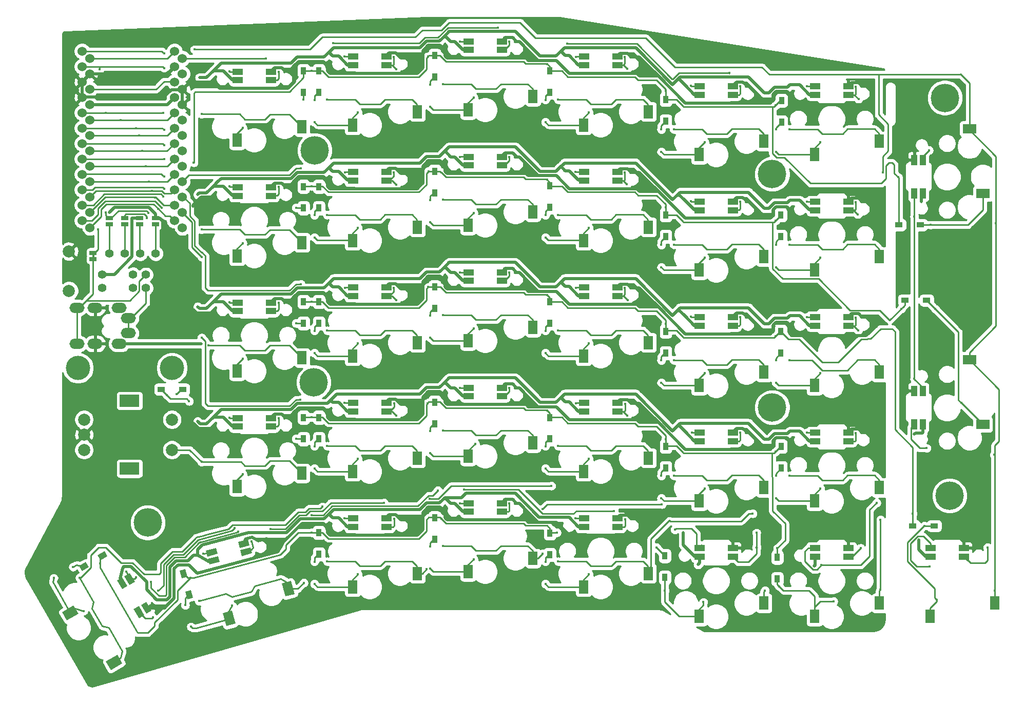
<source format=gtl>
G04 #@! TF.GenerationSoftware,KiCad,Pcbnew,5.1.10-88a1d61d58~90~ubuntu20.04.1*
G04 #@! TF.CreationDate,2022-01-18T09:39:48+02:00*
G04 #@! TF.ProjectId,SofleKeyboard,536f666c-654b-4657-9962-6f6172642e6b,rev?*
G04 #@! TF.SameCoordinates,Original*
G04 #@! TF.FileFunction,Copper,L1,Top*
G04 #@! TF.FilePolarity,Positive*
%FSLAX46Y46*%
G04 Gerber Fmt 4.6, Leading zero omitted, Abs format (unit mm)*
G04 Created by KiCad (PCBNEW 5.1.10-88a1d61d58~90~ubuntu20.04.1) date 2022-01-18 09:39:48*
%MOMM*%
%LPD*%
G01*
G04 APERTURE LIST*
G04 #@! TA.AperFunction,EtchedComponent*
%ADD10C,0.100000*%
G04 #@! TD*
G04 #@! TA.AperFunction,SMDPad,CuDef*
%ADD11R,1.000000X1.700000*%
G04 #@! TD*
G04 #@! TA.AperFunction,SMDPad,CuDef*
%ADD12R,2.200000X1.600000*%
G04 #@! TD*
G04 #@! TA.AperFunction,SMDPad,CuDef*
%ADD13R,1.700000X1.000000*%
G04 #@! TD*
G04 #@! TA.AperFunction,SMDPad,CuDef*
%ADD14R,1.600000X2.200000*%
G04 #@! TD*
G04 #@! TA.AperFunction,SMDPad,CuDef*
%ADD15R,0.950000X1.300000*%
G04 #@! TD*
G04 #@! TA.AperFunction,SMDPad,CuDef*
%ADD16R,1.300000X0.950000*%
G04 #@! TD*
G04 #@! TA.AperFunction,ComponentPad*
%ADD17C,4.700000*%
G04 #@! TD*
G04 #@! TA.AperFunction,SMDPad,CuDef*
%ADD18C,0.100000*%
G04 #@! TD*
G04 #@! TA.AperFunction,ComponentPad*
%ADD19C,1.524000*%
G04 #@! TD*
G04 #@! TA.AperFunction,ComponentPad*
%ADD20C,4.000000*%
G04 #@! TD*
G04 #@! TA.AperFunction,ComponentPad*
%ADD21C,1.397000*%
G04 #@! TD*
G04 #@! TA.AperFunction,SMDPad,CuDef*
%ADD22R,1.143000X0.635000*%
G04 #@! TD*
G04 #@! TA.AperFunction,ComponentPad*
%ADD23C,2.000000*%
G04 #@! TD*
G04 #@! TA.AperFunction,ComponentPad*
%ADD24R,3.200000X2.000000*%
G04 #@! TD*
G04 #@! TA.AperFunction,ComponentPad*
%ADD25O,2.500000X1.700000*%
G04 #@! TD*
G04 #@! TA.AperFunction,ViaPad*
%ADD26C,0.400000*%
G04 #@! TD*
G04 #@! TA.AperFunction,Conductor*
%ADD27C,0.250000*%
G04 #@! TD*
G04 #@! TA.AperFunction,Conductor*
%ADD28C,0.500000*%
G04 #@! TD*
G04 #@! TA.AperFunction,Conductor*
%ADD29C,0.254000*%
G04 #@! TD*
G04 #@! TA.AperFunction,Conductor*
%ADD30C,0.100000*%
G04 #@! TD*
G04 APERTURE END LIST*
D10*
G36*
X94150000Y-74800000D02*
G01*
X94150000Y-75200000D01*
X93850000Y-75200000D01*
X93850000Y-74800000D01*
X94150000Y-74800000D01*
G37*
X94150000Y-74800000D02*
X94150000Y-75200000D01*
X93850000Y-75200000D01*
X93850000Y-74800000D01*
X94150000Y-74800000D01*
D11*
X230851000Y-59175000D03*
X230851000Y-64675000D03*
X229451000Y-59175000D03*
X229451000Y-64675000D03*
D12*
X240750000Y-64725000D03*
X238550000Y-54025000D03*
D13*
X199500000Y-105551000D03*
X194000000Y-105551000D03*
X199500000Y-104151000D03*
X194000000Y-104151000D03*
D14*
X193950000Y-115450000D03*
X204650000Y-113250000D03*
D13*
X218550000Y-105551000D03*
X213050000Y-105551000D03*
X218550000Y-104151000D03*
X213050000Y-104151000D03*
D14*
X213000000Y-115450000D03*
X223700000Y-113250000D03*
D13*
X218550000Y-124601000D03*
X213050000Y-124601000D03*
X218550000Y-123201000D03*
X213050000Y-123201000D03*
D14*
X213000000Y-134500000D03*
X223700000Y-132300000D03*
D15*
X188312120Y-124505640D03*
X188312120Y-128055640D03*
X206854120Y-124759640D03*
X206854120Y-128309640D03*
D16*
X229209120Y-119549640D03*
X232759120Y-119549640D03*
X227939120Y-82338640D03*
X231489120Y-82338640D03*
X226923120Y-69892640D03*
X230473120Y-69892640D03*
D17*
X234492120Y-48912640D03*
X235254120Y-114571640D03*
D13*
X199500000Y-124601000D03*
X194000000Y-124601000D03*
X199500000Y-123201000D03*
X194000000Y-123201000D03*
D14*
X193950000Y-134500000D03*
X204650000Y-132300000D03*
D13*
X237600000Y-124601000D03*
X232100000Y-124601000D03*
X237600000Y-123201000D03*
X232100000Y-123201000D03*
D14*
X232050000Y-134500000D03*
X242750000Y-132300000D03*
D11*
X230851000Y-97275000D03*
X230851000Y-102775000D03*
X229451000Y-97275000D03*
X229451000Y-102775000D03*
D12*
X240750000Y-102825000D03*
X238550000Y-92125000D03*
D13*
X180450000Y-119701000D03*
X174950000Y-119701000D03*
X180450000Y-118301000D03*
X174950000Y-118301000D03*
D14*
X174900000Y-129600000D03*
X185600000Y-127400000D03*
D13*
X161400000Y-117201000D03*
X155900000Y-117201000D03*
X161400000Y-115801000D03*
X155900000Y-115801000D03*
D14*
X155850000Y-127100000D03*
X166550000Y-124900000D03*
D13*
X142350000Y-119701000D03*
X136850000Y-119701000D03*
X142350000Y-118301000D03*
X136850000Y-118301000D03*
D14*
X136800000Y-129600000D03*
X147500000Y-127400000D03*
G04 #@! TA.AperFunction,SMDPad,CuDef*
D18*
G36*
X119912906Y-123122551D02*
G01*
X120171725Y-124088477D01*
X118529652Y-124528469D01*
X118270833Y-123562543D01*
X119912906Y-123122551D01*
G37*
G04 #@! TD.AperFunction*
G04 #@! TA.AperFunction,SMDPad,CuDef*
G36*
X114600314Y-124546056D02*
G01*
X114859133Y-125511982D01*
X113217060Y-125951974D01*
X112958241Y-124986048D01*
X114600314Y-124546056D01*
G37*
G04 #@! TD.AperFunction*
G04 #@! TA.AperFunction,SMDPad,CuDef*
G36*
X119550559Y-121770255D02*
G01*
X119809378Y-122736181D01*
X118167305Y-123176173D01*
X117908486Y-122210247D01*
X119550559Y-121770255D01*
G37*
G04 #@! TD.AperFunction*
G04 #@! TA.AperFunction,SMDPad,CuDef*
G36*
X114237967Y-123193760D02*
G01*
X114496786Y-124159686D01*
X112854713Y-124599678D01*
X112595894Y-123633752D01*
X114237967Y-123193760D01*
G37*
G04 #@! TD.AperFunction*
G04 #@! TA.AperFunction,SMDPad,CuDef*
G36*
X116910480Y-133554082D02*
G01*
X117479882Y-135679119D01*
X115934400Y-136093230D01*
X115364998Y-133968193D01*
X116910480Y-133554082D01*
G37*
G04 #@! TD.AperFunction*
G04 #@! TA.AperFunction,SMDPad,CuDef*
G36*
X126676484Y-128659681D02*
G01*
X127245886Y-130784718D01*
X125700404Y-131198829D01*
X125131002Y-129073792D01*
X126676484Y-128659681D01*
G37*
G04 #@! TD.AperFunction*
G04 #@! TA.AperFunction,SMDPad,CuDef*
G36*
X102406249Y-134268192D02*
G01*
X101540223Y-134768192D01*
X100690223Y-133295948D01*
X101556249Y-132795948D01*
X102406249Y-134268192D01*
G37*
G04 #@! TD.AperFunction*
G04 #@! TA.AperFunction,SMDPad,CuDef*
G36*
X99656249Y-129505052D02*
G01*
X98790223Y-130005052D01*
X97940223Y-128532808D01*
X98806249Y-128032808D01*
X99656249Y-129505052D01*
G37*
G04 #@! TD.AperFunction*
G04 #@! TA.AperFunction,SMDPad,CuDef*
G36*
X103618684Y-133568192D02*
G01*
X102752658Y-134068192D01*
X101902658Y-132595948D01*
X102768684Y-132095948D01*
X103618684Y-133568192D01*
G37*
G04 #@! TD.AperFunction*
G04 #@! TA.AperFunction,SMDPad,CuDef*
G36*
X100868684Y-128805052D02*
G01*
X100002658Y-129305052D01*
X99152658Y-127832808D01*
X100018684Y-127332808D01*
X100868684Y-128805052D01*
G37*
G04 #@! TD.AperFunction*
G04 #@! TA.AperFunction,SMDPad,CuDef*
G36*
X91553078Y-134067949D02*
G01*
X89647822Y-135167949D01*
X88847822Y-133782309D01*
X90753078Y-132682309D01*
X91553078Y-134067949D01*
G37*
G04 #@! TD.AperFunction*
G04 #@! TA.AperFunction,SMDPad,CuDef*
G36*
X98808334Y-142234421D02*
G01*
X96903078Y-143334421D01*
X96103078Y-141948781D01*
X98008334Y-140848781D01*
X98808334Y-142234421D01*
G37*
G04 #@! TD.AperFunction*
D13*
X180450000Y-100651000D03*
X174950000Y-100651000D03*
X180450000Y-99251000D03*
X174950000Y-99251000D03*
D14*
X174900000Y-110550000D03*
X185600000Y-108350000D03*
D13*
X161400000Y-98151000D03*
X155900000Y-98151000D03*
X161400000Y-96751000D03*
X155900000Y-96751000D03*
D14*
X155850000Y-108050000D03*
X166550000Y-105850000D03*
D13*
X142350000Y-100651000D03*
X136850000Y-100651000D03*
X142350000Y-99251000D03*
X136850000Y-99251000D03*
D14*
X136800000Y-110550000D03*
X147500000Y-108350000D03*
D13*
X123300000Y-103151000D03*
X117800000Y-103151000D03*
X123300000Y-101751000D03*
X117800000Y-101751000D03*
D14*
X117750000Y-113050000D03*
X128450000Y-110850000D03*
D13*
X218550000Y-86501000D03*
X213050000Y-86501000D03*
X218550000Y-85101000D03*
X213050000Y-85101000D03*
D14*
X213000000Y-96400000D03*
X223700000Y-94200000D03*
D13*
X199500000Y-86501000D03*
X194000000Y-86501000D03*
X199500000Y-85101000D03*
X194000000Y-85101000D03*
D14*
X193950000Y-96400000D03*
X204650000Y-94200000D03*
D13*
X180450000Y-81601000D03*
X174950000Y-81601000D03*
X180450000Y-80201000D03*
X174950000Y-80201000D03*
D14*
X174900000Y-91500000D03*
X185600000Y-89300000D03*
D13*
X161400000Y-79101000D03*
X155900000Y-79101000D03*
X161400000Y-77701000D03*
X155900000Y-77701000D03*
D14*
X155850000Y-89000000D03*
X166550000Y-86800000D03*
D13*
X142350000Y-81601000D03*
X136850000Y-81601000D03*
X142350000Y-80201000D03*
X136850000Y-80201000D03*
D14*
X136800000Y-91500000D03*
X147500000Y-89300000D03*
D13*
X123300000Y-84101000D03*
X117800000Y-84101000D03*
X123300000Y-82701000D03*
X117800000Y-82701000D03*
D14*
X117750000Y-94000000D03*
X128450000Y-91800000D03*
D13*
X218550000Y-67451000D03*
X213050000Y-67451000D03*
X218550000Y-66051000D03*
X213050000Y-66051000D03*
D14*
X213000000Y-77350000D03*
X223700000Y-75150000D03*
D13*
X199500000Y-67451000D03*
X194000000Y-67451000D03*
X199500000Y-66051000D03*
X194000000Y-66051000D03*
D14*
X193950000Y-77350000D03*
X204650000Y-75150000D03*
D13*
X180450000Y-62551000D03*
X174950000Y-62551000D03*
X180450000Y-61151000D03*
X174950000Y-61151000D03*
D14*
X174900000Y-72450000D03*
X185600000Y-70250000D03*
D13*
X161400000Y-60051000D03*
X155900000Y-60051000D03*
X161400000Y-58651000D03*
X155900000Y-58651000D03*
D14*
X155850000Y-69950000D03*
X166550000Y-67750000D03*
D13*
X142350000Y-62551000D03*
X136850000Y-62551000D03*
X142350000Y-61151000D03*
X136850000Y-61151000D03*
D14*
X136800000Y-72450000D03*
X147500000Y-70250000D03*
D13*
X123300000Y-65101000D03*
X117800000Y-65101000D03*
X123300000Y-63701000D03*
X117800000Y-63701000D03*
D14*
X117750000Y-75000000D03*
X128450000Y-72800000D03*
D13*
X218550000Y-48401000D03*
X213050000Y-48401000D03*
X218550000Y-47001000D03*
X213050000Y-47001000D03*
D14*
X213000000Y-58300000D03*
X223700000Y-56100000D03*
D13*
X199500000Y-48401000D03*
X194000000Y-48401000D03*
X199500000Y-47001000D03*
X194000000Y-47001000D03*
D14*
X193950000Y-58300000D03*
X204650000Y-56100000D03*
D13*
X180450000Y-43501000D03*
X174950000Y-43501000D03*
X180450000Y-42101000D03*
X174950000Y-42101000D03*
D14*
X174900000Y-53400000D03*
X185600000Y-51200000D03*
D13*
X161400000Y-41001000D03*
X155900000Y-41001000D03*
X161400000Y-39601000D03*
X155900000Y-39601000D03*
D14*
X155850000Y-50900000D03*
X166550000Y-48700000D03*
D13*
X142350000Y-43501000D03*
X136850000Y-43501000D03*
X142350000Y-42101000D03*
X136850000Y-42101000D03*
D14*
X136800000Y-53400000D03*
X147500000Y-51200000D03*
D13*
X123300000Y-46001000D03*
X117800000Y-46001000D03*
X123300000Y-44601000D03*
X117800000Y-44601000D03*
D14*
X117750000Y-55900000D03*
X128450000Y-53700000D03*
D15*
X169345000Y-120755000D03*
X169345000Y-124305000D03*
X150345000Y-121795000D03*
X150345000Y-118245000D03*
X131245000Y-120655000D03*
X131245000Y-124205000D03*
G04 #@! TA.AperFunction,SMDPad,CuDef*
D18*
G36*
X108287549Y-126941569D02*
G01*
X109205178Y-126695691D01*
X109541643Y-127951395D01*
X108624014Y-128197273D01*
X108287549Y-126941569D01*
G37*
G04 #@! TD.AperFunction*
G04 #@! TA.AperFunction,SMDPad,CuDef*
G36*
X109206357Y-130370605D02*
G01*
X110123986Y-130124727D01*
X110460451Y-131380431D01*
X109542822Y-131626309D01*
X109206357Y-130370605D01*
G37*
G04 #@! TD.AperFunction*
G04 #@! TA.AperFunction,SMDPad,CuDef*
G36*
X95869612Y-123727138D02*
G01*
X96344612Y-124549862D01*
X95218778Y-125199862D01*
X94743778Y-124377138D01*
X95869612Y-123727138D01*
G37*
G04 #@! TD.AperFunction*
G04 #@! TA.AperFunction,SMDPad,CuDef*
G36*
X92795222Y-125502138D02*
G01*
X93270222Y-126324862D01*
X92144388Y-126974862D01*
X91669388Y-126152138D01*
X92795222Y-125502138D01*
G37*
G04 #@! TD.AperFunction*
D16*
X105225000Y-97000000D03*
X108775000Y-97000000D03*
D15*
X207495000Y-106455000D03*
X207495000Y-110005000D03*
X188445000Y-106455000D03*
X188445000Y-110005000D03*
X169345000Y-101655000D03*
X169345000Y-105205000D03*
X150345000Y-99145000D03*
X150345000Y-102695000D03*
X131245000Y-101655000D03*
X131245000Y-105205000D03*
X128705000Y-105205000D03*
X128705000Y-101655000D03*
X207445000Y-87455000D03*
X207445000Y-91005000D03*
X188445000Y-87455000D03*
X188445000Y-91005000D03*
X169345000Y-82555000D03*
X169345000Y-86105000D03*
X150345000Y-80145000D03*
X150345000Y-83695000D03*
X131245000Y-82555000D03*
X131245000Y-86105000D03*
X128705000Y-86105000D03*
X128705000Y-82555000D03*
X207445000Y-68255000D03*
X207445000Y-71805000D03*
X188445000Y-68255000D03*
X188445000Y-71805000D03*
X169345000Y-63455000D03*
X169345000Y-67005000D03*
X150345000Y-61045000D03*
X150345000Y-64595000D03*
X131245000Y-63555000D03*
X131245000Y-67105000D03*
X128705000Y-67105000D03*
X128705000Y-63555000D03*
X207545000Y-49355000D03*
X207545000Y-52905000D03*
X188445000Y-49225000D03*
X188445000Y-52775000D03*
X169345000Y-44455000D03*
X169345000Y-48005000D03*
X150345000Y-41955000D03*
X150345000Y-45505000D03*
X131245000Y-44455000D03*
X131245000Y-48005000D03*
X128705000Y-48002000D03*
X128705000Y-44452000D03*
D19*
X93478815Y-47505745D03*
X108718815Y-65285745D03*
X93478815Y-57665745D03*
X108718815Y-55125745D03*
X108718815Y-50045745D03*
X93478815Y-67825745D03*
X108718815Y-47505745D03*
X108718815Y-42425745D03*
X93478815Y-62745745D03*
X108718815Y-70365745D03*
X93478815Y-55125745D03*
X93478815Y-44965745D03*
X93478815Y-50045745D03*
X93478815Y-52585745D03*
X93478815Y-65285745D03*
X93478815Y-60205745D03*
X108718815Y-62745745D03*
X108718815Y-60205745D03*
X93478815Y-70365745D03*
X108718815Y-67825745D03*
X108718815Y-44965745D03*
X93478815Y-42425745D03*
X108718815Y-57665745D03*
X108718815Y-52585745D03*
X92180000Y-41230000D03*
X92180000Y-43770000D03*
X92180000Y-46310000D03*
X92180000Y-48850000D03*
X92180000Y-51390000D03*
X92180000Y-53930000D03*
X92180000Y-56470000D03*
X92180000Y-59010000D03*
X92180000Y-61550000D03*
X92180000Y-64090000D03*
X92180000Y-66630000D03*
X92180000Y-69170000D03*
X107420000Y-69170000D03*
X107420000Y-66630000D03*
X107420000Y-64090000D03*
X107420000Y-61550000D03*
X107420000Y-59010000D03*
X107420000Y-56470000D03*
X107420000Y-53930000D03*
X107420000Y-51390000D03*
X107420000Y-48850000D03*
X107420000Y-46310000D03*
X107420000Y-43770000D03*
X107420000Y-41230000D03*
D20*
X107000000Y-93500000D03*
X91500000Y-93500000D03*
D21*
X104320000Y-74600000D03*
X101780000Y-74600000D03*
X99240000Y-74600000D03*
X96700000Y-74600000D03*
D22*
X94000000Y-74499620D03*
X94000000Y-75500380D03*
D23*
X90000000Y-80750000D03*
X90000000Y-74250000D03*
D22*
X96700000Y-68799620D03*
X96700000Y-69800380D03*
X99200000Y-68799620D03*
X99200000Y-69800380D03*
X101700000Y-68799620D03*
X101700000Y-69800380D03*
X104300000Y-68799620D03*
X104300000Y-69800380D03*
D21*
X100579272Y-80311965D03*
X95499272Y-80311965D03*
X100579272Y-78061965D03*
X95499272Y-78061965D03*
X102700000Y-78100000D03*
X102700000Y-80300000D03*
D17*
X206000000Y-100000000D03*
X130375120Y-95852640D03*
X130527120Y-57573640D03*
D23*
X107000000Y-107000000D03*
X107000000Y-102000000D03*
D24*
X100000000Y-110100000D03*
X100000000Y-98900000D03*
D23*
X92500000Y-107000000D03*
X92500000Y-104500000D03*
X92500000Y-102000000D03*
D17*
X103000000Y-119000000D03*
X206000000Y-61500000D03*
D25*
X98300000Y-89500000D03*
X99800000Y-85300000D03*
X91300000Y-89500000D03*
X94300000Y-89500000D03*
X91300000Y-83550000D03*
X94300000Y-83550000D03*
X98300000Y-83550000D03*
X99800000Y-87750000D03*
D26*
X118674000Y-53861000D03*
X128705000Y-49210360D03*
X170485000Y-120655000D03*
X151412407Y-118391593D03*
X130002940Y-120654080D03*
X105327833Y-67072169D03*
X110034374Y-128119626D03*
X95141015Y-125740985D03*
X109826120Y-98975640D03*
X106143120Y-97959640D03*
X186915120Y-123105640D03*
X137674000Y-51361000D03*
X130506000Y-52919000D03*
X130506000Y-49252000D03*
X156774000Y-48861000D03*
X149606000Y-50419000D03*
X149606000Y-46752000D03*
X105700000Y-59000000D03*
X206556000Y-50167000D03*
X130002940Y-44454080D03*
X149217240Y-42100760D03*
X168907000Y-43381990D03*
X188445000Y-47800520D03*
X110588120Y-59605640D03*
X226793120Y-62018640D03*
X175774000Y-51361000D03*
X168606000Y-52919000D03*
X168606000Y-49252000D03*
X206556000Y-69203500D03*
X130002940Y-63490580D03*
X105700000Y-61900000D03*
X149309500Y-61045000D03*
X168881120Y-62418490D03*
X188445000Y-67006400D03*
X128241120Y-60586489D03*
X227301120Y-83735640D03*
X187706000Y-54152000D03*
X187706000Y-57819000D03*
X194874000Y-56261000D03*
X206556000Y-88267000D03*
X130002940Y-82554080D03*
X149266320Y-80145000D03*
X168907000Y-81481990D03*
X188445000Y-86238340D03*
X105732756Y-63957326D03*
X128241120Y-79646240D03*
X229209120Y-117514640D03*
X213974000Y-56261000D03*
X206615500Y-57819000D03*
X206615500Y-54152000D03*
X206556000Y-107317000D03*
X130002940Y-101604080D03*
X105600000Y-65200000D03*
X149138500Y-99329500D03*
X168907000Y-100531990D03*
X188445000Y-105255320D03*
X128139520Y-98699989D03*
X111902000Y-75175840D03*
X111902000Y-88498138D03*
X206854120Y-123232640D03*
X118674000Y-72897500D03*
X127462940Y-67046580D03*
X137674000Y-70397500D03*
X130506000Y-71955500D03*
X130506000Y-68288500D03*
X156774000Y-67897500D03*
X149606000Y-69455500D03*
X149606000Y-65788500D03*
X175774000Y-70397500D03*
X168606000Y-71955500D03*
X168606000Y-68288500D03*
X187706000Y-73188500D03*
X187706000Y-76855500D03*
X194874000Y-75297500D03*
X213974000Y-75297500D03*
X206615500Y-76855500D03*
X206615500Y-73188500D03*
X118674000Y-91961000D03*
X127462940Y-86110080D03*
X137674000Y-89461000D03*
X130506000Y-91019000D03*
X130506000Y-87352000D03*
X156774000Y-86961000D03*
X149606000Y-88519000D03*
X149606000Y-84852000D03*
X175774000Y-89461000D03*
X168606000Y-91019000D03*
X168606000Y-87352000D03*
X187706000Y-92252000D03*
X187706000Y-95919000D03*
X194874000Y-94361000D03*
X213974000Y-94361000D03*
X206615500Y-95919000D03*
X206615500Y-92252000D03*
X118674000Y-111011000D03*
X127462940Y-105160080D03*
X137674000Y-108511000D03*
X130506000Y-110069000D03*
X130506000Y-106402000D03*
X149606000Y-107569000D03*
X149606000Y-103902000D03*
X157023630Y-106011000D03*
X175774000Y-108511000D03*
X168606000Y-110069000D03*
X168606000Y-106402000D03*
X187706000Y-111302000D03*
X187706000Y-114969000D03*
X194874000Y-113411000D03*
X213974000Y-113411000D03*
X206615500Y-114969000D03*
X206615500Y-111302000D03*
X92434759Y-133580730D03*
X87501492Y-128152060D03*
X90677207Y-126318560D03*
X109191120Y-132630640D03*
X116910669Y-132704788D03*
X110143620Y-136186640D03*
X137674000Y-127561000D03*
X130506000Y-129119000D03*
X130506000Y-125452000D03*
X98999004Y-126216015D03*
X111252089Y-124365260D03*
X153610002Y-115824000D03*
X172498998Y-118110000D03*
X134520000Y-118239000D03*
X134520000Y-99189000D03*
X153610002Y-96774000D03*
X210566000Y-103929998D03*
X172498998Y-99060000D03*
X191548499Y-103909501D03*
X115470000Y-101602000D03*
X134520000Y-80139000D03*
X153610002Y-77724000D03*
X210566000Y-84879998D03*
X172498998Y-80010000D03*
X191548499Y-84859501D03*
X115470000Y-82552000D03*
X134520000Y-61075500D03*
X153610002Y-58660500D03*
X210566000Y-65816498D03*
X172498998Y-60946500D03*
X191548499Y-65796001D03*
X115470000Y-63488500D03*
X100400008Y-68800000D03*
X100400000Y-50045745D03*
X153610002Y-39624000D03*
X210566000Y-46779998D03*
X172498998Y-41910000D03*
X191548499Y-46759501D03*
X111560000Y-45595000D03*
X111252000Y-83407000D03*
X111252000Y-102330000D03*
X115470000Y-44452000D03*
X134520000Y-42039000D03*
X111252000Y-64873000D03*
X111959443Y-122729443D03*
X111827640Y-89501440D03*
X191360120Y-120692640D03*
X193773120Y-125899640D03*
X212950120Y-126153640D03*
X230222120Y-121835640D03*
X229451000Y-104445760D03*
X230603120Y-66082640D03*
X237715120Y-84878640D03*
X120929824Y-121822845D03*
X163845008Y-115837998D03*
X182782000Y-118364000D03*
X144526000Y-118287998D03*
X182782000Y-99314000D03*
X125663998Y-101600000D03*
X144526000Y-99237998D03*
X220823998Y-104140000D03*
X163845008Y-96787998D03*
X201876002Y-104187998D03*
X182782000Y-80264000D03*
X125663998Y-82550000D03*
X144526000Y-80187998D03*
X220823998Y-85090000D03*
X163845008Y-77737998D03*
X201876002Y-85137998D03*
X182782000Y-61200500D03*
X125663998Y-63486500D03*
X144526000Y-61124498D03*
X220823998Y-66026500D03*
X163845008Y-58674498D03*
X201876002Y-66074498D03*
X96700000Y-67800000D03*
X96900000Y-48800000D03*
X96900000Y-44965745D03*
X125663998Y-44450000D03*
X144526000Y-42087998D03*
X220823998Y-46990000D03*
X110497745Y-102591745D03*
X110497745Y-83795745D03*
X201876002Y-47037998D03*
X182782000Y-42164000D03*
X163845008Y-39637998D03*
X110497745Y-66794255D03*
X109755000Y-125986000D03*
X110497745Y-76605745D03*
X104936620Y-124248640D03*
X149767620Y-36745640D03*
X115223620Y-57637140D03*
X115287120Y-113771140D03*
X114271120Y-75607640D03*
X125116920Y-96867440D03*
X204441120Y-125391640D03*
X219300120Y-127042640D03*
X236445120Y-118025640D03*
X113255120Y-81576640D03*
X113636120Y-65828640D03*
X107032120Y-137202640D03*
X105762120Y-133011640D03*
X226158120Y-57446640D03*
X227555120Y-86148640D03*
X218919120Y-43730640D03*
X229587120Y-50588640D03*
X222475120Y-46270640D03*
X170692000Y-125404000D03*
X208892000Y-111254000D03*
X208892000Y-92204000D03*
X208892000Y-73140500D03*
X208892000Y-54104000D03*
X102117351Y-57700640D03*
X202790120Y-117517640D03*
X151692000Y-122904000D03*
X189792000Y-111254000D03*
X189792000Y-92204000D03*
X189792000Y-73140500D03*
X189792000Y-54104000D03*
X102642351Y-60240640D03*
X168119120Y-124121640D03*
X168119120Y-116755640D03*
X187804120Y-115993640D03*
X132592000Y-125404000D03*
X170692000Y-106354000D03*
X170692000Y-87304000D03*
X170692000Y-68240500D03*
X170692000Y-49204000D03*
X103167351Y-62780640D03*
X149007881Y-126666503D03*
X169579620Y-112945640D03*
X149513620Y-115104640D03*
X111443561Y-131936606D03*
X151692000Y-103854000D03*
X151692000Y-84804000D03*
X151692000Y-65740500D03*
X151692000Y-46704000D03*
X103692351Y-64287640D03*
X130019120Y-117749989D03*
X128749120Y-128947640D03*
X150844181Y-113704701D03*
X91761776Y-128101089D03*
X132592000Y-106354000D03*
X132592000Y-87304000D03*
X132592000Y-68240500D03*
X132592000Y-49204000D03*
X104217351Y-65373666D03*
X131797120Y-116374640D03*
X105600000Y-51400000D03*
X96100000Y-51390000D03*
X96050000Y-67805847D03*
X103100000Y-67900000D03*
X105700006Y-41600000D03*
X124602379Y-44592379D03*
X122526120Y-42460640D03*
X105700018Y-54200000D03*
X102826022Y-68770500D03*
X101050008Y-53930000D03*
X156774000Y-125061000D03*
X149606000Y-126619000D03*
X149606000Y-122952000D03*
X94800000Y-70600000D03*
X105700000Y-44000000D03*
X95100000Y-44200000D03*
X175774000Y-127561000D03*
X168606000Y-129119000D03*
X168606000Y-125452000D03*
X107775000Y-97775000D03*
X104742351Y-67229150D03*
X111921620Y-51604640D03*
X111921620Y-70654640D03*
X113001120Y-89768140D03*
X111921620Y-109008640D03*
X101588120Y-55125745D03*
X98514255Y-52585745D03*
X124602379Y-63628879D03*
X116471155Y-44512918D03*
X162650012Y-39629978D03*
X133575120Y-39920640D03*
X160753120Y-37325000D03*
X135480000Y-42079760D03*
X162650012Y-58666478D03*
X154525955Y-39620713D03*
X219807379Y-66123879D03*
X211721643Y-85116402D03*
X220125620Y-68178140D03*
X124602379Y-82692379D03*
X116471155Y-63549418D03*
X173577119Y-61105381D03*
X181700012Y-42213999D03*
X182089120Y-44111640D03*
X173647499Y-80239261D03*
X182025620Y-63161640D03*
X181708120Y-61256640D03*
X200762362Y-66080147D03*
X192622667Y-46914429D03*
X124602379Y-101742379D03*
X116471155Y-82612918D03*
X143989120Y-63247510D03*
X143608120Y-61183843D03*
X135543500Y-80243260D03*
X162650012Y-96779978D03*
X154525955Y-77720713D03*
X200762362Y-104193647D03*
X192622667Y-85014429D03*
X117319120Y-119930640D03*
X104746120Y-130217640D03*
X116493500Y-101706260D03*
X103857120Y-134662640D03*
X99446233Y-127058383D03*
X120096468Y-122107581D03*
X101063120Y-128058640D03*
X103491120Y-128820640D03*
X117904932Y-120463425D03*
X154525955Y-115820713D03*
X155165120Y-113534150D03*
X179930120Y-117073140D03*
X181729128Y-118427648D03*
X135473127Y-99222873D03*
X143989120Y-82311010D03*
X143608120Y-80247343D03*
X162650012Y-77729978D03*
X154525955Y-58657213D03*
X200762362Y-85143647D03*
X192622667Y-65950929D03*
X211721643Y-66052902D03*
X219807379Y-47087379D03*
X220252620Y-49128140D03*
X154525955Y-96770713D03*
X162650002Y-115829977D03*
X192749998Y-104182640D03*
X203425120Y-123105640D03*
X203425120Y-120692640D03*
X143989120Y-44211010D03*
X143600000Y-42194758D03*
X135550250Y-61186510D03*
X135473127Y-118272873D03*
X143989120Y-101361010D03*
X143629869Y-99314889D03*
X143678106Y-118359344D03*
X112181506Y-124151291D03*
X123288120Y-120039736D03*
X141957120Y-115739640D03*
X200762362Y-47043647D03*
X173647499Y-42139261D03*
X172183120Y-39992000D03*
X198916620Y-44818000D03*
X181700012Y-80313999D03*
X182216120Y-82311010D03*
X173647499Y-99289261D03*
X219807379Y-85187379D03*
X211743620Y-104166401D03*
X220189120Y-87291640D03*
X173577119Y-118268881D03*
X182089120Y-101325140D03*
X181729128Y-99377648D03*
X211721643Y-47016402D03*
X231873120Y-57573640D03*
X219807379Y-104237379D03*
X214093120Y-126026640D03*
X223237120Y-115739640D03*
X229451000Y-95301760D03*
X229451000Y-68504760D03*
X232127120Y-69892640D03*
X110715120Y-40936640D03*
X105699992Y-56700000D03*
X223872120Y-130090640D03*
X242750000Y-130262760D03*
X204822120Y-130217640D03*
X242922120Y-69638640D03*
X242627480Y-107825000D03*
X223872120Y-118533640D03*
X224253120Y-61256640D03*
X241525120Y-123105640D03*
X231492120Y-106722640D03*
X237180880Y-99255880D03*
X232889120Y-83735640D03*
X232000120Y-126280640D03*
X233143120Y-131741640D03*
X231111120Y-119549640D03*
X216125120Y-131995640D03*
X207167620Y-129523140D03*
X188312120Y-130217640D03*
X194662120Y-132122640D03*
X189963120Y-120184640D03*
X220601760Y-123201000D03*
D27*
X117700000Y-55900000D02*
X117700000Y-54835000D01*
X117700000Y-54835000D02*
X118674000Y-53861000D01*
X128705000Y-48002000D02*
X128705000Y-49210360D01*
X124904240Y-124263654D02*
X110513556Y-128119626D01*
X170485000Y-120655000D02*
X169345000Y-120655000D01*
X168907000Y-119507000D02*
X169345000Y-119945000D01*
X165354000Y-119507000D02*
X168907000Y-119507000D01*
X169345000Y-119945000D02*
X169345000Y-120655000D01*
X152195813Y-119174999D02*
X165021999Y-119174999D01*
X165021999Y-119174999D02*
X165354000Y-119507000D01*
X150345000Y-118155000D02*
X151175814Y-118155000D01*
X151412407Y-118391593D02*
X152195813Y-119174999D01*
X151175814Y-118155000D02*
X151412407Y-118391593D01*
X131831814Y-120655000D02*
X131245000Y-120655000D01*
X147711166Y-121636020D02*
X132812834Y-121636020D01*
X148965010Y-120382176D02*
X147711166Y-121636020D01*
X132812834Y-121636020D02*
X131831814Y-120655000D01*
X150345000Y-118155000D02*
X149363000Y-118155000D01*
X148965010Y-118552990D02*
X148965010Y-120382176D01*
X149363000Y-118155000D02*
X148965010Y-118552990D01*
X131242000Y-120652000D02*
X131245000Y-120655000D01*
X130000860Y-120652000D02*
X130002940Y-120654080D01*
X130000860Y-120652000D02*
X131242000Y-120652000D01*
X105300001Y-67100001D02*
X105300001Y-67100001D01*
X109587740Y-128119626D02*
X108914596Y-127446482D01*
X127786920Y-120654080D02*
X130002940Y-120654080D01*
X125780569Y-122660431D02*
X127786920Y-120654080D01*
X125780569Y-123387325D02*
X124904240Y-124263654D01*
X125780569Y-122660431D02*
X125780569Y-123387325D01*
X95141015Y-124866680D02*
X95544195Y-124463500D01*
X110034374Y-128119626D02*
X109587740Y-128119626D01*
X110513556Y-128119626D02*
X110034374Y-128119626D01*
X95141015Y-125740985D02*
X95141015Y-124866680D01*
X95141015Y-126436076D02*
X95141015Y-125740985D01*
X104211304Y-65955640D02*
X105127834Y-66872170D01*
X95985330Y-65955640D02*
X104211304Y-65955640D01*
X105127834Y-66872170D02*
X105327833Y-67072169D01*
X92180000Y-69170000D02*
X93830000Y-69170000D01*
X94800000Y-67140970D02*
X95985330Y-65955640D01*
X94800000Y-68200000D02*
X94800000Y-67140970D01*
X93830000Y-69170000D02*
X94800000Y-68200000D01*
X105225000Y-97000000D02*
X105225000Y-97041520D01*
X109445120Y-98594640D02*
X109826120Y-98975640D01*
X106778120Y-98594640D02*
X109445120Y-98594640D01*
X106143120Y-97959640D02*
X106778120Y-98594640D01*
X105225000Y-97041520D02*
X106143120Y-97959640D01*
X107917008Y-130236992D02*
X107917008Y-131761712D01*
X110034374Y-128119626D02*
X107917008Y-130236992D01*
X107917008Y-131761712D02*
X104161920Y-135516800D01*
X104161920Y-135516800D02*
X104161920Y-136034240D01*
X102986657Y-137209503D02*
X101361057Y-137209503D01*
X101361057Y-137209503D02*
X95141015Y-126436076D01*
X104161920Y-136034240D02*
X102986657Y-137209503D01*
X188312120Y-124505640D02*
X188312120Y-124502640D01*
X188312120Y-124502640D02*
X186915120Y-123105640D01*
X186915120Y-123105640D02*
X186915120Y-123105640D01*
X130506000Y-48614000D02*
X131245000Y-47875000D01*
X130506000Y-49252000D02*
X130506000Y-48614000D01*
X136700000Y-53400000D02*
X136700000Y-52787000D01*
X130987000Y-53400000D02*
X130506000Y-52919000D01*
X136700000Y-53400000D02*
X130987000Y-53400000D01*
X136700000Y-53400000D02*
X136700000Y-52335000D01*
X136700000Y-52335000D02*
X137674000Y-51361000D01*
X149606000Y-46114000D02*
X150345000Y-45375000D01*
X149606000Y-46752000D02*
X149606000Y-46114000D01*
X155800000Y-50900000D02*
X155800000Y-50287000D01*
X150087000Y-50900000D02*
X149606000Y-50419000D01*
X155800000Y-50900000D02*
X150087000Y-50900000D01*
X155800000Y-50900000D02*
X155800000Y-49835000D01*
X155800000Y-49835000D02*
X156774000Y-48861000D01*
X92180000Y-59010000D02*
X105690000Y-59010000D01*
X105690000Y-59010000D02*
X105700000Y-59000000D01*
X189612000Y-49225000D02*
X188445000Y-49225000D01*
X172296832Y-45436020D02*
X171315812Y-44455000D01*
X183373814Y-45436020D02*
X172296832Y-45436020D01*
X188445000Y-47475000D02*
X186944000Y-45974000D01*
X183911794Y-45974000D02*
X183373814Y-45436020D01*
X186944000Y-45974000D02*
X183911794Y-45974000D01*
X170485000Y-44455000D02*
X169345000Y-44455000D01*
X171315812Y-44455000D02*
X170485000Y-44455000D01*
X168907000Y-43307000D02*
X169345000Y-43745000D01*
X165354000Y-43307000D02*
X168907000Y-43307000D01*
X169345000Y-43745000D02*
X169345000Y-44455000D01*
X152195813Y-42974999D02*
X165021999Y-42974999D01*
X165021999Y-42974999D02*
X165354000Y-43307000D01*
X150345000Y-41955000D02*
X151175814Y-41955000D01*
X151412407Y-42191593D02*
X152195813Y-42974999D01*
X151175814Y-41955000D02*
X151412407Y-42191593D01*
X131831814Y-44455000D02*
X131245000Y-44455000D01*
X147711166Y-45436020D02*
X132812834Y-45436020D01*
X148965010Y-44182176D02*
X147711166Y-45436020D01*
X132812834Y-45436020D02*
X131831814Y-44455000D01*
X150345000Y-41955000D02*
X149363000Y-41955000D01*
X148965010Y-42352990D02*
X148965010Y-44182176D01*
X189612000Y-49225000D02*
X190247000Y-49225000D01*
X190247000Y-49225000D02*
X191344999Y-50322999D01*
X191344999Y-50322999D02*
X191344999Y-50374999D01*
X191344999Y-50374999D02*
X205997240Y-50374999D01*
X206348001Y-50374999D02*
X206556000Y-50167000D01*
X205997240Y-50374999D02*
X206348001Y-50374999D01*
X207368000Y-49355000D02*
X206556000Y-50167000D01*
X207545000Y-49355000D02*
X207368000Y-49355000D01*
X131242000Y-44452000D02*
X131245000Y-44455000D01*
X130000860Y-44452000D02*
X130002940Y-44454080D01*
X128705000Y-44452000D02*
X130000860Y-44452000D01*
X130000860Y-44452000D02*
X131242000Y-44452000D01*
X149217240Y-42100760D02*
X148965010Y-42352990D01*
X149363000Y-41955000D02*
X149217240Y-42100760D01*
X188445000Y-47800520D02*
X188445000Y-47475000D01*
X188445000Y-49225000D02*
X188445000Y-47800520D01*
X110602000Y-48150240D02*
X110602000Y-59591760D01*
X110816220Y-47936020D02*
X110602000Y-48150240D01*
X126359166Y-47936020D02*
X110816220Y-47936020D01*
X128705000Y-45590186D02*
X126359166Y-47936020D01*
X110602000Y-59591760D02*
X110588120Y-59605640D01*
X128705000Y-44452000D02*
X128705000Y-45590186D01*
X226923120Y-62148640D02*
X226793120Y-62018640D01*
X226923120Y-69892640D02*
X226923120Y-62148640D01*
X206075001Y-50452760D02*
X205997240Y-50374999D01*
X206075001Y-58055503D02*
X206075001Y-50452760D01*
X226793120Y-62018640D02*
X226152130Y-61377650D01*
X226152130Y-61377650D02*
X226152130Y-59957708D01*
X226152130Y-59957708D02*
X225806553Y-59612131D01*
X225806553Y-59612131D02*
X225249691Y-59612131D01*
X224778121Y-61004639D02*
X224778121Y-62255639D01*
X212315120Y-63034640D02*
X208030490Y-58750010D01*
X225249691Y-59612131D02*
X224736821Y-60125001D01*
X224778121Y-62255639D02*
X223999120Y-63034640D01*
X208030490Y-58750010D02*
X206769508Y-58750010D01*
X224736821Y-60125001D02*
X224736821Y-60963339D01*
X224736821Y-60963339D02*
X224778121Y-61004639D01*
X223999120Y-63034640D02*
X212315120Y-63034640D01*
X206769508Y-58750010D02*
X206075001Y-58055503D01*
X168606000Y-48614000D02*
X169345000Y-47875000D01*
X168606000Y-49252000D02*
X168606000Y-48614000D01*
X174800000Y-53400000D02*
X174800000Y-52787000D01*
X169087000Y-53400000D02*
X168606000Y-52919000D01*
X174800000Y-53400000D02*
X169087000Y-53400000D01*
X174800000Y-53400000D02*
X174800000Y-52335000D01*
X174800000Y-52335000D02*
X175774000Y-51361000D01*
X189612000Y-68261500D02*
X188445000Y-68261500D01*
X172296832Y-64472520D02*
X171315812Y-63491500D01*
X183373814Y-64472520D02*
X172296832Y-64472520D01*
X188445000Y-66511500D02*
X186944000Y-65010500D01*
X183911794Y-65010500D02*
X183373814Y-64472520D01*
X186944000Y-65010500D02*
X183911794Y-65010500D01*
X170485000Y-63491500D02*
X169345000Y-63491500D01*
X171315812Y-63491500D02*
X170485000Y-63491500D01*
X165354000Y-62343500D02*
X168907000Y-62343500D01*
X152195813Y-62011499D02*
X165021999Y-62011499D01*
X165021999Y-62011499D02*
X165354000Y-62343500D01*
X151412407Y-61228093D02*
X152195813Y-62011499D01*
X131831814Y-63491500D02*
X131245000Y-63491500D01*
X147711166Y-64472520D02*
X132812834Y-64472520D01*
X148965010Y-63218676D02*
X147711166Y-64472520D01*
X132812834Y-64472520D02*
X131831814Y-63491500D01*
X148965010Y-61389490D02*
X148965010Y-63218676D01*
X189612000Y-68261500D02*
X190247000Y-68261500D01*
X190247000Y-68261500D02*
X191344999Y-69359499D01*
X191344999Y-69359499D02*
X191344999Y-69411499D01*
X191344999Y-69411499D02*
X205997240Y-69411499D01*
X206348001Y-69411499D02*
X206556000Y-69203500D01*
X205997240Y-69411499D02*
X206348001Y-69411499D01*
X207368000Y-68391500D02*
X206556000Y-69203500D01*
X207545000Y-68391500D02*
X207368000Y-68391500D01*
X131242000Y-63488500D02*
X131245000Y-63491500D01*
X130000860Y-63488500D02*
X130002940Y-63490580D01*
X128705000Y-63488500D02*
X130000860Y-63488500D01*
X130000860Y-63488500D02*
X131242000Y-63488500D01*
X92230000Y-61450000D02*
X105250000Y-61450000D01*
X105250000Y-61450000D02*
X105500001Y-61700001D01*
X105500001Y-61700001D02*
X105700000Y-61900000D01*
X151412407Y-61228093D02*
X151405313Y-61228093D01*
X151222220Y-61045000D02*
X150345000Y-61045000D01*
X151405313Y-61228093D02*
X151222220Y-61045000D01*
X149309500Y-61045000D02*
X148965010Y-61389490D01*
X150345000Y-61045000D02*
X149309500Y-61045000D01*
X169345000Y-62882370D02*
X168881120Y-62418490D01*
X169345000Y-63455000D02*
X169345000Y-62882370D01*
X188445000Y-67006400D02*
X188445000Y-66511500D01*
X188445000Y-68261500D02*
X188445000Y-67006400D01*
X109821070Y-61643490D02*
X108718815Y-62745745D01*
X126404859Y-61643490D02*
X109821070Y-61643490D01*
X127461860Y-60586489D02*
X126404859Y-61643490D01*
X128241120Y-60586489D02*
X127461860Y-60586489D01*
X206090499Y-69504758D02*
X205997240Y-69411499D01*
X206090499Y-77107501D02*
X206090499Y-69504758D01*
X207757999Y-78775001D02*
X206090499Y-77107501D01*
X213688079Y-78775001D02*
X207757999Y-78775001D01*
X218875446Y-83962368D02*
X213688079Y-78775001D01*
X223751848Y-83962368D02*
X218875446Y-83962368D01*
X225396120Y-85606640D02*
X223751848Y-83962368D01*
X227939120Y-83063640D02*
X227939120Y-82338640D01*
X225396120Y-85606640D02*
X227792120Y-83210640D01*
X227792120Y-83210640D02*
X227939120Y-83063640D01*
X193900000Y-58300000D02*
X188187000Y-58300000D01*
X188187000Y-58300000D02*
X187706000Y-57819000D01*
X193900000Y-58300000D02*
X193900000Y-57687000D01*
X187706000Y-53514000D02*
X188445000Y-52775000D01*
X187706000Y-54152000D02*
X187706000Y-53514000D01*
X193900000Y-57235000D02*
X194874000Y-56261000D01*
X193900000Y-58300000D02*
X193900000Y-57235000D01*
X189612000Y-87325000D02*
X188445000Y-87325000D01*
X172296832Y-83536020D02*
X171315812Y-82555000D01*
X183373814Y-83536020D02*
X172296832Y-83536020D01*
X188445000Y-85575000D02*
X186944000Y-84074000D01*
X183911794Y-84074000D02*
X183373814Y-83536020D01*
X186944000Y-84074000D02*
X183911794Y-84074000D01*
X170485000Y-82555000D02*
X169345000Y-82555000D01*
X171315812Y-82555000D02*
X170485000Y-82555000D01*
X165354000Y-81407000D02*
X168907000Y-81407000D01*
X152195813Y-81074999D02*
X165021999Y-81074999D01*
X165021999Y-81074999D02*
X165354000Y-81407000D01*
X151412407Y-80291593D02*
X152195813Y-81074999D01*
X189612000Y-87325000D02*
X190247000Y-87325000D01*
X190247000Y-87325000D02*
X191344999Y-88422999D01*
X191344999Y-88422999D02*
X191344999Y-88474999D01*
X191344999Y-88474999D02*
X205997240Y-88474999D01*
X206348001Y-88474999D02*
X206556000Y-88267000D01*
X205997240Y-88474999D02*
X206348001Y-88474999D01*
X207368000Y-87455000D02*
X206556000Y-88267000D01*
X207545000Y-87455000D02*
X207368000Y-87455000D01*
X131242000Y-82552000D02*
X131245000Y-82555000D01*
X130000860Y-82552000D02*
X130002940Y-82554080D01*
X128705000Y-82552000D02*
X130000860Y-82552000D01*
X130000860Y-82552000D02*
X131242000Y-82552000D01*
X151412407Y-80291593D02*
X151408653Y-80291593D01*
X151262060Y-80145000D02*
X150345000Y-80145000D01*
X151408653Y-80291593D02*
X151262060Y-80145000D01*
X149271400Y-80145000D02*
X150345000Y-80145000D01*
X132812834Y-83536020D02*
X147711166Y-83536020D01*
X147711166Y-83536020D02*
X148965010Y-82282176D01*
X148965010Y-82282176D02*
X148965010Y-80451390D01*
X148965010Y-80451390D02*
X149271400Y-80145000D01*
X131831814Y-82555000D02*
X132812834Y-83536020D01*
X131245000Y-82555000D02*
X131831814Y-82555000D01*
X169345000Y-81919990D02*
X168907000Y-81481990D01*
X169345000Y-82555000D02*
X169345000Y-81919990D01*
X188445000Y-86238340D02*
X188445000Y-85575000D01*
X188445000Y-87325000D02*
X188445000Y-86238340D01*
X94326115Y-63669640D02*
X105445070Y-63669640D01*
X105445070Y-63669640D02*
X105732756Y-63957326D01*
X93905755Y-64090000D02*
X94326115Y-63669640D01*
X92180000Y-64090000D02*
X93905755Y-64090000D01*
X127453720Y-79646240D02*
X128241120Y-79646240D01*
X127453720Y-79658129D02*
X127453720Y-79646240D01*
X126404859Y-80706990D02*
X127453720Y-79658129D01*
X111934320Y-74464640D02*
X111967802Y-74464640D01*
X112493120Y-80243140D02*
X112956970Y-80706990D01*
X112493120Y-74989958D02*
X112493120Y-80243140D01*
X110765920Y-73296240D02*
X111934320Y-74464640D01*
X112956970Y-80706990D02*
X126404859Y-80706990D01*
X110765920Y-69232240D02*
X110765920Y-73296240D01*
X109922735Y-68389055D02*
X110765920Y-69232240D01*
X109922735Y-66316225D02*
X109922735Y-68389055D01*
X108892255Y-65285745D02*
X109922735Y-66316225D01*
X111967802Y-74464640D02*
X112493120Y-74989958D01*
X108718815Y-65285745D02*
X108892255Y-65285745D01*
X229209120Y-119549640D02*
X229209120Y-117514640D01*
X208703010Y-88713010D02*
X207445000Y-87455000D01*
X229209120Y-117514640D02*
X229209120Y-106598640D01*
X229209120Y-106598640D02*
X226285120Y-103674640D01*
X226285120Y-103674640D02*
X226285120Y-87513507D01*
X223884546Y-87025214D02*
X222214629Y-88695131D01*
X226285120Y-87513507D02*
X225796827Y-87025214D01*
X222214629Y-88695131D02*
X221744055Y-88695131D01*
X225796827Y-87025214D02*
X223884546Y-87025214D01*
X216860759Y-92525001D02*
X214246481Y-92525001D01*
X210434490Y-88713010D02*
X208703010Y-88713010D01*
X221744055Y-88695131D02*
X221726176Y-88713010D01*
X221726176Y-88713010D02*
X220672750Y-88713010D01*
X220672750Y-88713010D02*
X216860759Y-92525001D01*
X214246481Y-92525001D02*
X210434490Y-88713010D01*
X213000000Y-58300000D02*
X213000000Y-57687000D01*
X213000000Y-58300000D02*
X213000000Y-57235000D01*
X213000000Y-57235000D02*
X213974000Y-56261000D01*
X207096500Y-58300000D02*
X206615500Y-57819000D01*
X213000000Y-58300000D02*
X207096500Y-58300000D01*
X206615500Y-53834500D02*
X207545000Y-52905000D01*
X206615500Y-54152000D02*
X206615500Y-53834500D01*
X189612000Y-106375000D02*
X188445000Y-106375000D01*
X172296832Y-102586020D02*
X171315812Y-101605000D01*
X183373814Y-102586020D02*
X172296832Y-102586020D01*
X188445000Y-104625000D02*
X186944000Y-103124000D01*
X183911794Y-103124000D02*
X183373814Y-102586020D01*
X186944000Y-103124000D02*
X183911794Y-103124000D01*
X170485000Y-101605000D02*
X169345000Y-101605000D01*
X171315812Y-101605000D02*
X170485000Y-101605000D01*
X165354000Y-100457000D02*
X168907000Y-100457000D01*
X152195813Y-100124999D02*
X165021999Y-100124999D01*
X165021999Y-100124999D02*
X165354000Y-100457000D01*
X150345000Y-99105000D02*
X151175814Y-99105000D01*
X151412407Y-99341593D02*
X152195813Y-100124999D01*
X151175814Y-99105000D02*
X151412407Y-99341593D01*
X131831814Y-101605000D02*
X131245000Y-101605000D01*
X147711166Y-102586020D02*
X132812834Y-102586020D01*
X148965010Y-101332176D02*
X147711166Y-102586020D01*
X132812834Y-102586020D02*
X131831814Y-101605000D01*
X150345000Y-99105000D02*
X149363000Y-99105000D01*
X148965010Y-99502990D02*
X148965010Y-101332176D01*
X189612000Y-106375000D02*
X190247000Y-106375000D01*
X190247000Y-106375000D02*
X191344999Y-107472999D01*
X191344999Y-107472999D02*
X191344999Y-107524999D01*
X191344999Y-107524999D02*
X205997240Y-107524999D01*
X206348001Y-107524999D02*
X206556000Y-107317000D01*
X205997240Y-107524999D02*
X206348001Y-107524999D01*
X207368000Y-106505000D02*
X206556000Y-107317000D01*
X207545000Y-106505000D02*
X207368000Y-106505000D01*
X131242000Y-101602000D02*
X131245000Y-101605000D01*
X130000860Y-101602000D02*
X130002940Y-101604080D01*
X128705000Y-101602000D02*
X130000860Y-101602000D01*
X130000860Y-101602000D02*
X131242000Y-101602000D01*
X149138500Y-99329500D02*
X148965010Y-99502990D01*
X149363000Y-99105000D02*
X149138500Y-99329500D01*
X169345000Y-100969990D02*
X168907000Y-100531990D01*
X169345000Y-101655000D02*
X169345000Y-100969990D01*
X188445000Y-105255320D02*
X188445000Y-104625000D01*
X188445000Y-106375000D02*
X188445000Y-105255320D01*
X95855509Y-64812640D02*
X105212640Y-64812640D01*
X105212640Y-64812640D02*
X105600000Y-65200000D01*
X94038149Y-66630000D02*
X95855509Y-64812640D01*
X92180000Y-66630000D02*
X94038149Y-66630000D01*
X111902000Y-75175840D02*
X110315910Y-73589750D01*
X110315910Y-69422840D02*
X108718815Y-67825745D01*
X110315910Y-73589750D02*
X110315910Y-69422840D01*
X126404859Y-99756990D02*
X127461860Y-98699989D01*
X112476118Y-89072256D02*
X112476118Y-99339638D01*
X127461860Y-98699989D02*
X128139520Y-98699989D01*
X112893470Y-99756990D02*
X126404859Y-99756990D01*
X112476118Y-99339638D02*
X112893470Y-99756990D01*
X111902000Y-88498138D02*
X112476118Y-89072256D01*
X208141121Y-119170639D02*
X208141121Y-121945639D01*
X206090499Y-117120017D02*
X208141121Y-119170639D01*
X206090499Y-111554001D02*
X206090499Y-117120017D01*
X205997240Y-111460742D02*
X206090499Y-111554001D01*
X205997240Y-107524999D02*
X205997240Y-111460742D01*
X206854120Y-123232640D02*
X206854120Y-124759640D01*
X208141121Y-121945639D02*
X206854120Y-123232640D01*
X117700000Y-74936500D02*
X117700000Y-73871500D01*
X117700000Y-73871500D02*
X118674000Y-72897500D01*
X127471020Y-67038500D02*
X127462940Y-67046580D01*
X128705000Y-67038500D02*
X127471020Y-67038500D01*
X130506000Y-67650500D02*
X131245000Y-66911500D01*
X130506000Y-68288500D02*
X130506000Y-67650500D01*
X136700000Y-72436500D02*
X136700000Y-71823500D01*
X130987000Y-72436500D02*
X130506000Y-71955500D01*
X136700000Y-72436500D02*
X130987000Y-72436500D01*
X136700000Y-72436500D02*
X136700000Y-71371500D01*
X136700000Y-71371500D02*
X137674000Y-70397500D01*
X149606000Y-65150500D02*
X150345000Y-64411500D01*
X149606000Y-65788500D02*
X149606000Y-65150500D01*
X155800000Y-69936500D02*
X155800000Y-69323500D01*
X150087000Y-69936500D02*
X149606000Y-69455500D01*
X155800000Y-69936500D02*
X150087000Y-69936500D01*
X155800000Y-69936500D02*
X155800000Y-68871500D01*
X155800000Y-68871500D02*
X156774000Y-67897500D01*
X168606000Y-67650500D02*
X169345000Y-66911500D01*
X168606000Y-68288500D02*
X168606000Y-67650500D01*
X174800000Y-72436500D02*
X174800000Y-71823500D01*
X169087000Y-72436500D02*
X168606000Y-71955500D01*
X174800000Y-72436500D02*
X169087000Y-72436500D01*
X174800000Y-72436500D02*
X174800000Y-71371500D01*
X174800000Y-71371500D02*
X175774000Y-70397500D01*
X193900000Y-77336500D02*
X188187000Y-77336500D01*
X188187000Y-77336500D02*
X187706000Y-76855500D01*
X193900000Y-77336500D02*
X193900000Y-76723500D01*
X187706000Y-72550500D02*
X188445000Y-71811500D01*
X187706000Y-73188500D02*
X187706000Y-72550500D01*
X193900000Y-76271500D02*
X194874000Y-75297500D01*
X193900000Y-77336500D02*
X193900000Y-76271500D01*
X213000000Y-77336500D02*
X213000000Y-76723500D01*
X213000000Y-77336500D02*
X213000000Y-76271500D01*
X213000000Y-76271500D02*
X213974000Y-75297500D01*
X207096500Y-77336500D02*
X206615500Y-76855500D01*
X213000000Y-77336500D02*
X207096500Y-77336500D01*
X206615500Y-72634500D02*
X207445000Y-71805000D01*
X206615500Y-73188500D02*
X206615500Y-72634500D01*
X117700000Y-94000000D02*
X117700000Y-92935000D01*
X117700000Y-92935000D02*
X118674000Y-91961000D01*
X127471020Y-86102000D02*
X127462940Y-86110080D01*
X128705000Y-86102000D02*
X127471020Y-86102000D01*
X130506000Y-86714000D02*
X131245000Y-85975000D01*
X130506000Y-87352000D02*
X130506000Y-86714000D01*
X136700000Y-91500000D02*
X136700000Y-90887000D01*
X130987000Y-91500000D02*
X130506000Y-91019000D01*
X136700000Y-91500000D02*
X130987000Y-91500000D01*
X136700000Y-91500000D02*
X136700000Y-90435000D01*
X136700000Y-90435000D02*
X137674000Y-89461000D01*
X149606000Y-84214000D02*
X150345000Y-83475000D01*
X149606000Y-84852000D02*
X149606000Y-84214000D01*
X155800000Y-89000000D02*
X155800000Y-88387000D01*
X150087000Y-89000000D02*
X149606000Y-88519000D01*
X155800000Y-89000000D02*
X150087000Y-89000000D01*
X155800000Y-89000000D02*
X155800000Y-87935000D01*
X155800000Y-87935000D02*
X156774000Y-86961000D01*
X168606000Y-86714000D02*
X169345000Y-85975000D01*
X168606000Y-87352000D02*
X168606000Y-86714000D01*
X174800000Y-91500000D02*
X174800000Y-90887000D01*
X169087000Y-91500000D02*
X168606000Y-91019000D01*
X174800000Y-91500000D02*
X169087000Y-91500000D01*
X174800000Y-91500000D02*
X174800000Y-90435000D01*
X174800000Y-90435000D02*
X175774000Y-89461000D01*
X193900000Y-96400000D02*
X188187000Y-96400000D01*
X188187000Y-96400000D02*
X187706000Y-95919000D01*
X193900000Y-96400000D02*
X193900000Y-95787000D01*
X187706000Y-91614000D02*
X188445000Y-90875000D01*
X187706000Y-92252000D02*
X187706000Y-91614000D01*
X193900000Y-95335000D02*
X194874000Y-94361000D01*
X193900000Y-96400000D02*
X193900000Y-95335000D01*
X213000000Y-96400000D02*
X213000000Y-95787000D01*
X213000000Y-96400000D02*
X213000000Y-95335000D01*
X213000000Y-95335000D02*
X213974000Y-94361000D01*
X207096500Y-96400000D02*
X206615500Y-95919000D01*
X213000000Y-96400000D02*
X207096500Y-96400000D01*
X206615500Y-91834500D02*
X207445000Y-91005000D01*
X206615500Y-92252000D02*
X206615500Y-91834500D01*
X117700000Y-113050000D02*
X117700000Y-111985000D01*
X117700000Y-111985000D02*
X118674000Y-111011000D01*
X127471020Y-105152000D02*
X127462940Y-105160080D01*
X128705000Y-105152000D02*
X127471020Y-105152000D01*
X130506000Y-105764000D02*
X131245000Y-105025000D01*
X130506000Y-106402000D02*
X130506000Y-105764000D01*
X136700000Y-110550000D02*
X136700000Y-109937000D01*
X130987000Y-110550000D02*
X130506000Y-110069000D01*
X136700000Y-110550000D02*
X130987000Y-110550000D01*
X136700000Y-110550000D02*
X136700000Y-109485000D01*
X136700000Y-109485000D02*
X137674000Y-108511000D01*
X149606000Y-103264000D02*
X150345000Y-102525000D01*
X149606000Y-103902000D02*
X149606000Y-103264000D01*
X155800000Y-108050000D02*
X155800000Y-107437000D01*
X150087000Y-108050000D02*
X149606000Y-107569000D01*
X155800000Y-108050000D02*
X150087000Y-108050000D01*
X155800000Y-107234630D02*
X157023630Y-106011000D01*
X155800000Y-108050000D02*
X155800000Y-107234630D01*
X168606000Y-105764000D02*
X169345000Y-105025000D01*
X168606000Y-106402000D02*
X168606000Y-105764000D01*
X174800000Y-110550000D02*
X174800000Y-109937000D01*
X169087000Y-110550000D02*
X168606000Y-110069000D01*
X174800000Y-110550000D02*
X169087000Y-110550000D01*
X174800000Y-110550000D02*
X174800000Y-109485000D01*
X174800000Y-109485000D02*
X175774000Y-108511000D01*
X193900000Y-115450000D02*
X193900000Y-114837000D01*
X187706000Y-110664000D02*
X188445000Y-109925000D01*
X187706000Y-111302000D02*
X187706000Y-110664000D01*
X193900000Y-114385000D02*
X194874000Y-113411000D01*
X193900000Y-115450000D02*
X193900000Y-114385000D01*
X188187000Y-115450000D02*
X187706000Y-114969000D01*
X193900000Y-115450000D02*
X188187000Y-115450000D01*
X213000000Y-115450000D02*
X213000000Y-114837000D01*
X213000000Y-115450000D02*
X213000000Y-114385000D01*
X213000000Y-114385000D02*
X213974000Y-113411000D01*
X207096500Y-115450000D02*
X206615500Y-114969000D01*
X213000000Y-115450000D02*
X207096500Y-115450000D01*
X206615500Y-110884500D02*
X207495000Y-110005000D01*
X206615500Y-111302000D02*
X206615500Y-110884500D01*
X91229731Y-125999560D02*
X92239224Y-126270053D01*
X90677207Y-126318560D02*
X91229731Y-125999560D01*
X90181934Y-133756722D02*
X90712807Y-133450222D01*
X87325434Y-128809119D02*
X87501492Y-128152060D01*
X90181934Y-133756722D02*
X87325434Y-128809119D01*
X90181934Y-133756722D02*
X91104251Y-133224222D01*
X91104251Y-133224222D02*
X92434759Y-133580730D01*
X116497590Y-134926402D02*
X116338934Y-134334288D01*
X116497590Y-134926402D02*
X110979255Y-136405034D01*
X116497590Y-134926402D02*
X116221948Y-133897691D01*
X116221948Y-133897691D02*
X116910669Y-132704788D01*
X110362014Y-136405034D02*
X110143620Y-136186640D01*
X110979255Y-136405034D02*
X110362014Y-136405034D01*
X109191120Y-131517802D02*
X109833404Y-130875518D01*
X109191120Y-132630640D02*
X109191120Y-131517802D01*
X130506000Y-124814000D02*
X131245000Y-124075000D01*
X130506000Y-125452000D02*
X130506000Y-124814000D01*
X136700000Y-129600000D02*
X136700000Y-128987000D01*
X130987000Y-129600000D02*
X130506000Y-129119000D01*
X136700000Y-129600000D02*
X130987000Y-129600000D01*
X136700000Y-129600000D02*
X136700000Y-128535000D01*
X136700000Y-128535000D02*
X137674000Y-127561000D01*
D28*
X98847875Y-128878251D02*
X98463875Y-128213144D01*
X98463875Y-128213144D02*
X98906033Y-126562985D01*
X98906033Y-126562985D02*
X98999004Y-126216015D01*
X113784497Y-125200277D02*
X113042666Y-125399050D01*
X111563174Y-124544865D02*
X111252089Y-124365260D01*
X113042666Y-125399050D02*
X111563174Y-124544865D01*
X154987002Y-117201000D02*
X153610002Y-115824000D01*
X155850000Y-117201000D02*
X154987002Y-117201000D01*
X174089998Y-119701000D02*
X172498998Y-118110000D01*
X174850000Y-119701000D02*
X174089998Y-119701000D01*
X152960000Y-115824000D02*
X152009500Y-114873500D01*
X153610002Y-115824000D02*
X152960000Y-115824000D01*
X132100011Y-118399989D02*
X132896000Y-117604000D01*
X134520000Y-118239000D02*
X133531000Y-118239000D01*
X133531000Y-118239000D02*
X132896000Y-117604000D01*
X136750000Y-119701000D02*
X135982000Y-119701000D01*
X135982000Y-119701000D02*
X134774000Y-118493000D01*
X134774000Y-118493000D02*
X134520000Y-118239000D01*
X117019000Y-103151000D02*
X115470000Y-101602000D01*
X117800000Y-103151000D02*
X117019000Y-103151000D01*
X136750000Y-100651000D02*
X135982000Y-100651000D01*
X135982000Y-100651000D02*
X134774000Y-99443000D01*
X134774000Y-99443000D02*
X134520000Y-99189000D01*
X154987002Y-98151000D02*
X153610002Y-96774000D01*
X155850000Y-98151000D02*
X154987002Y-98151000D01*
X174089998Y-100651000D02*
X172498998Y-99060000D01*
X174850000Y-100651000D02*
X174089998Y-100651000D01*
X193950000Y-105551000D02*
X193189998Y-105551000D01*
X212187002Y-105551000D02*
X210566000Y-103929998D01*
X213050000Y-105551000D02*
X212187002Y-105551000D01*
X193189998Y-105551000D02*
X191548499Y-103909501D01*
X171504000Y-98065002D02*
X171504000Y-98046000D01*
X167686980Y-99181980D02*
X170368020Y-99181980D01*
X163630000Y-95125000D02*
X167686980Y-99181980D01*
X152708000Y-95125000D02*
X163630000Y-95125000D01*
X152960000Y-96774000D02*
X152009500Y-95823500D01*
X152009500Y-95823500D02*
X152708000Y-95125000D01*
X153610002Y-96774000D02*
X152960000Y-96774000D01*
X171883000Y-99060000D02*
X171186500Y-98363500D01*
X172498998Y-99060000D02*
X171883000Y-99060000D01*
X171186500Y-98363500D02*
X171504000Y-98046000D01*
X170368020Y-99181980D02*
X171186500Y-98363500D01*
X208927002Y-103929998D02*
X210566000Y-103929998D01*
X208526010Y-104330990D02*
X208927002Y-103929998D01*
X206393047Y-104330990D02*
X208526010Y-104330990D01*
X205474990Y-105249047D02*
X206393047Y-104330990D01*
X204742047Y-105249047D02*
X205474990Y-105249047D01*
X202111000Y-102618000D02*
X204742047Y-105249047D01*
X171504000Y-98046000D02*
X171758000Y-97792000D01*
X183505960Y-97792000D02*
X189569980Y-103856020D01*
X190808000Y-102618000D02*
X202111000Y-102618000D01*
X171758000Y-97792000D02*
X183505960Y-97792000D01*
X117800000Y-103151000D02*
X117039998Y-103151000D01*
X113846000Y-101602000D02*
X113832500Y-101615500D01*
X115470000Y-101602000D02*
X113846000Y-101602000D01*
X112703000Y-102745000D02*
X113832500Y-101615500D01*
X134520000Y-80139000D02*
X133531000Y-80139000D01*
X133531000Y-80139000D02*
X132896000Y-79504000D01*
X117019000Y-84101000D02*
X115470000Y-82552000D01*
X117800000Y-84101000D02*
X117019000Y-84101000D01*
X136750000Y-81601000D02*
X135982000Y-81601000D01*
X135982000Y-81601000D02*
X134774000Y-80393000D01*
X134774000Y-80393000D02*
X134520000Y-80139000D01*
X154987002Y-79101000D02*
X153610002Y-77724000D01*
X155850000Y-79101000D02*
X154987002Y-79101000D01*
X174089998Y-81601000D02*
X172498998Y-80010000D01*
X174850000Y-81601000D02*
X174089998Y-81601000D01*
X193950000Y-86501000D02*
X193189998Y-86501000D01*
X212187002Y-86501000D02*
X210566000Y-84879998D01*
X213050000Y-86501000D02*
X212187002Y-86501000D01*
X193189998Y-86501000D02*
X191548499Y-84859501D01*
X171504000Y-79015002D02*
X171504000Y-78996000D01*
X167686980Y-80131980D02*
X170368020Y-80131980D01*
X163630000Y-76075000D02*
X167686980Y-80131980D01*
X147908037Y-78742000D02*
X148989047Y-77660990D01*
X133658000Y-78742000D02*
X147908037Y-78742000D01*
X148989047Y-77660990D02*
X151122010Y-77660990D01*
X126643035Y-81282000D02*
X127625046Y-80299989D01*
X127625046Y-80299989D02*
X132100011Y-80299989D01*
X152708000Y-76075000D02*
X163630000Y-76075000D01*
X115243000Y-81282000D02*
X126643035Y-81282000D01*
X115116000Y-81282000D02*
X115243000Y-81282000D01*
X114544500Y-81853500D02*
X115116000Y-81282000D01*
X133404000Y-78996000D02*
X133658000Y-78742000D01*
X152960000Y-77724000D02*
X152009500Y-76773500D01*
X152009500Y-76773500D02*
X152708000Y-76075000D01*
X153610002Y-77724000D02*
X152960000Y-77724000D01*
X151122010Y-77660990D02*
X152009500Y-76773500D01*
X132896000Y-79504000D02*
X133404000Y-78996000D01*
X132100011Y-80299989D02*
X132896000Y-79504000D01*
X114290500Y-82107500D02*
X114544500Y-81853500D01*
X171883000Y-80010000D02*
X171186500Y-79313500D01*
X172498998Y-80010000D02*
X171883000Y-80010000D01*
X171186500Y-79313500D02*
X171504000Y-78996000D01*
X170368020Y-80131980D02*
X171186500Y-79313500D01*
X208927002Y-84879998D02*
X210566000Y-84879998D01*
X208526010Y-85280990D02*
X208927002Y-84879998D01*
X206393047Y-85280990D02*
X208526010Y-85280990D01*
X205474990Y-86199047D02*
X206393047Y-85280990D01*
X204742047Y-86199047D02*
X205474990Y-86199047D01*
X202111000Y-83568000D02*
X204742047Y-86199047D01*
X171504000Y-78996000D02*
X171758000Y-78742000D01*
X183505960Y-78742000D02*
X189569980Y-84806020D01*
X190808000Y-83568000D02*
X202111000Y-83568000D01*
X171758000Y-78742000D02*
X183505960Y-78742000D01*
X117800000Y-84101000D02*
X117039998Y-84101000D01*
X113846000Y-82552000D02*
X113832500Y-82565500D01*
X115470000Y-82552000D02*
X113846000Y-82552000D01*
X112703000Y-83695000D02*
X113832500Y-82565500D01*
X113832500Y-82565500D02*
X114290500Y-82107500D01*
X134520000Y-61075500D02*
X133531000Y-61075500D01*
X133531000Y-61075500D02*
X132896000Y-60440500D01*
X117019000Y-65037500D02*
X115470000Y-63488500D01*
X117800000Y-65037500D02*
X117019000Y-65037500D01*
X136750000Y-62537500D02*
X135982000Y-62537500D01*
X135982000Y-62537500D02*
X134774000Y-61329500D01*
X134774000Y-61329500D02*
X134520000Y-61075500D01*
X154987002Y-60037500D02*
X153610002Y-58660500D01*
X155850000Y-60037500D02*
X154987002Y-60037500D01*
X174089998Y-62537500D02*
X172498998Y-60946500D01*
X174850000Y-62537500D02*
X174089998Y-62537500D01*
X193950000Y-67437500D02*
X193189998Y-67437500D01*
X212187002Y-67437500D02*
X210566000Y-65816498D01*
X213050000Y-67437500D02*
X212187002Y-67437500D01*
X193189998Y-67437500D02*
X191548499Y-65796001D01*
X171504000Y-59951502D02*
X171504000Y-59932500D01*
X167686980Y-61068480D02*
X170368020Y-61068480D01*
X163630000Y-57011500D02*
X167686980Y-61068480D01*
X147908037Y-59678500D02*
X148989047Y-58597490D01*
X133658000Y-59678500D02*
X147908037Y-59678500D01*
X148989047Y-58597490D02*
X151122010Y-58597490D01*
X126643035Y-62218500D02*
X127625046Y-61236489D01*
X127625046Y-61236489D02*
X132100011Y-61236489D01*
X152708000Y-57011500D02*
X163630000Y-57011500D01*
X115243000Y-62218500D02*
X126643035Y-62218500D01*
X115116000Y-62218500D02*
X115243000Y-62218500D01*
X114544500Y-62790000D02*
X115116000Y-62218500D01*
X133404000Y-59932500D02*
X133658000Y-59678500D01*
X152960000Y-58660500D02*
X152009500Y-57710000D01*
X152009500Y-57710000D02*
X152708000Y-57011500D01*
X153610002Y-58660500D02*
X152960000Y-58660500D01*
X151122010Y-58597490D02*
X152009500Y-57710000D01*
X132896000Y-60440500D02*
X133404000Y-59932500D01*
X132100011Y-61236489D02*
X132896000Y-60440500D01*
X114290500Y-63044000D02*
X114544500Y-62790000D01*
X171883000Y-60946500D02*
X171186500Y-60250000D01*
X172498998Y-60946500D02*
X171883000Y-60946500D01*
X171186500Y-60250000D02*
X171504000Y-59932500D01*
X170368020Y-61068480D02*
X171186500Y-60250000D01*
X208927002Y-65816498D02*
X210566000Y-65816498D01*
X208526010Y-66217490D02*
X208927002Y-65816498D01*
X206393047Y-66217490D02*
X208526010Y-66217490D01*
X205474990Y-67135547D02*
X206393047Y-66217490D01*
X204742047Y-67135547D02*
X205474990Y-67135547D01*
X202111000Y-64504500D02*
X204742047Y-67135547D01*
X171504000Y-59932500D02*
X171758000Y-59678500D01*
X183505960Y-59678500D02*
X189569980Y-65742520D01*
X190808000Y-64504500D02*
X202111000Y-64504500D01*
X171758000Y-59678500D02*
X183505960Y-59678500D01*
X117800000Y-65037500D02*
X117039998Y-65037500D01*
X113846000Y-63488500D02*
X113832500Y-63502000D01*
X115470000Y-63488500D02*
X113846000Y-63488500D01*
X112703000Y-64631500D02*
X113832500Y-63502000D01*
X113832500Y-63502000D02*
X114290500Y-63044000D01*
X107420000Y-48850000D02*
X106224255Y-50045745D01*
X93424560Y-50100000D02*
X93478815Y-50045745D01*
X100400388Y-68799620D02*
X100400008Y-68800000D01*
X100400000Y-50045745D02*
X93478815Y-50045745D01*
X106224255Y-50045745D02*
X100400000Y-50045745D01*
X98099990Y-89299990D02*
X98300000Y-89500000D01*
X100400008Y-68800000D02*
X100500000Y-68899992D01*
X97477817Y-78061965D02*
X96487100Y-78061965D01*
X96487100Y-78061965D02*
X95499272Y-78061965D01*
X100400008Y-75139774D02*
X97477817Y-78061965D01*
X100400008Y-68800000D02*
X100400008Y-75139774D01*
D27*
X100422620Y-68799620D02*
X100422620Y-68822612D01*
D28*
X100422620Y-68799620D02*
X100400388Y-68799620D01*
X101700000Y-68799620D02*
X100422620Y-68799620D01*
X154987002Y-41001000D02*
X153610002Y-39624000D01*
X155850000Y-41001000D02*
X154987002Y-41001000D01*
X174089998Y-43501000D02*
X172498998Y-41910000D01*
X174850000Y-43501000D02*
X174089998Y-43501000D01*
X193950000Y-48401000D02*
X193189998Y-48401000D01*
X212187002Y-48401000D02*
X210566000Y-46779998D01*
X213050000Y-48401000D02*
X212187002Y-48401000D01*
X193189998Y-48401000D02*
X191548499Y-46759501D01*
X171504000Y-40915002D02*
X171504000Y-40896000D01*
X167686980Y-42031980D02*
X170368020Y-42031980D01*
X163630000Y-37975000D02*
X167686980Y-42031980D01*
X147908037Y-40642000D02*
X148989047Y-39560990D01*
X133658000Y-40642000D02*
X147908037Y-40642000D01*
X148989047Y-39560990D02*
X151122010Y-39560990D01*
X126643035Y-43182000D02*
X127625046Y-42199989D01*
X127625046Y-42199989D02*
X132100011Y-42199989D01*
X152708000Y-37975000D02*
X163630000Y-37975000D01*
X115243000Y-43182000D02*
X126643035Y-43182000D01*
X111560000Y-45595000D02*
X112703000Y-45595000D01*
X115116000Y-43182000D02*
X115243000Y-43182000D01*
X114544500Y-43753500D02*
X115116000Y-43182000D01*
X133404000Y-40896000D02*
X133658000Y-40642000D01*
X152960000Y-39624000D02*
X152009500Y-38673500D01*
X152009500Y-38673500D02*
X152708000Y-37975000D01*
X153610002Y-39624000D02*
X152960000Y-39624000D01*
X151122010Y-39560990D02*
X152009500Y-38673500D01*
X132896000Y-41404000D02*
X133404000Y-40896000D01*
X132100011Y-42199989D02*
X132896000Y-41404000D01*
X114290500Y-44007500D02*
X114544500Y-43753500D01*
X171883000Y-41910000D02*
X171186500Y-41213500D01*
X172498998Y-41910000D02*
X171883000Y-41910000D01*
X171186500Y-41213500D02*
X171504000Y-40896000D01*
X170368020Y-42031980D02*
X171186500Y-41213500D01*
X208927002Y-46779998D02*
X210566000Y-46779998D01*
X208526010Y-47180990D02*
X208927002Y-46779998D01*
X206393047Y-47180990D02*
X208526010Y-47180990D01*
X205474990Y-48099047D02*
X206393047Y-47180990D01*
X204742047Y-48099047D02*
X205474990Y-48099047D01*
X202111000Y-45468000D02*
X204742047Y-48099047D01*
X171504000Y-40896000D02*
X171758000Y-40642000D01*
X183505960Y-40642000D02*
X189569980Y-46706020D01*
X190808000Y-45468000D02*
X202111000Y-45468000D01*
X171758000Y-40642000D02*
X183505960Y-40642000D01*
X117800000Y-46001000D02*
X117039998Y-46001000D01*
X115470000Y-44452000D02*
X113846000Y-44452000D01*
X113832500Y-44465500D02*
X114290500Y-44007500D01*
X113846000Y-44452000D02*
X113832500Y-44465500D01*
X112703000Y-45595000D02*
X113832500Y-44465500D01*
X117019000Y-46001000D02*
X115470000Y-44452000D01*
X117800000Y-46001000D02*
X117019000Y-46001000D01*
X135982000Y-43501000D02*
X134774000Y-42293000D01*
X136750000Y-43501000D02*
X135982000Y-43501000D01*
X134774000Y-42293000D02*
X134520000Y-42039000D01*
X133531000Y-42039000D02*
X132896000Y-41404000D01*
X134520000Y-42039000D02*
X133531000Y-42039000D01*
X112703000Y-64631500D02*
X111493500Y-64631500D01*
X111493500Y-64631500D02*
X111252000Y-64873000D01*
X128193749Y-118399989D02*
X125904002Y-120689736D01*
X132100011Y-118399989D02*
X128193749Y-118399989D01*
X125904002Y-120689736D02*
X119571736Y-120689736D01*
X111959443Y-122729443D02*
X119571736Y-120689736D01*
X111252089Y-123436797D02*
X111959443Y-122729443D01*
X111252089Y-124365260D02*
X111252089Y-123436797D01*
X111540000Y-83695000D02*
X111252000Y-83407000D01*
X112703000Y-83695000D02*
X111540000Y-83695000D01*
X111667000Y-102745000D02*
X111252000Y-102330000D01*
X112703000Y-102745000D02*
X111667000Y-102745000D01*
X110577740Y-124365260D02*
X111252089Y-124365260D01*
X109657010Y-125285990D02*
X110577740Y-124365260D01*
X107687047Y-125285990D02*
X109657010Y-125285990D01*
X106641990Y-126331047D02*
X107687047Y-125285990D01*
X106133932Y-131741640D02*
X106641990Y-131233582D01*
X102841120Y-128820640D02*
X102841120Y-130090640D01*
X104492120Y-131741640D02*
X106133932Y-131741640D01*
X106641990Y-131233582D02*
X106641990Y-126331047D01*
X102841120Y-130090640D02*
X104492120Y-131741640D01*
X100236495Y-126216015D02*
X102841120Y-128820640D01*
X98999004Y-126216015D02*
X100236495Y-126216015D01*
X98300000Y-89500000D02*
X111826200Y-89500000D01*
X111826200Y-89500000D02*
X111827640Y-89501440D01*
X142275276Y-116842000D02*
X142305518Y-116872242D01*
X148989046Y-115760991D02*
X151122009Y-115760991D01*
X151122009Y-115760991D02*
X152009500Y-114873500D01*
X132896000Y-117604000D02*
X133658000Y-116842000D01*
X142305518Y-116872242D02*
X147877795Y-116872242D01*
X133658000Y-116842000D02*
X142275276Y-116842000D01*
X147877795Y-116872242D02*
X148989046Y-115760991D01*
X190579508Y-64827010D02*
X190485490Y-64827010D01*
X191548499Y-65796001D02*
X190579508Y-64827010D01*
X190485490Y-64827010D02*
X190808000Y-64504500D01*
X189569980Y-65742520D02*
X190485490Y-64827010D01*
X191548499Y-46759501D02*
X190619240Y-45830242D01*
X190619240Y-45656760D02*
X190808000Y-45468000D01*
X190619240Y-45830242D02*
X190619240Y-45656760D01*
X189569980Y-46706020D02*
X190619240Y-45656760D01*
X190572758Y-83883760D02*
X190492240Y-83883760D01*
X191548499Y-84859501D02*
X190572758Y-83883760D01*
X190492240Y-83883760D02*
X190808000Y-83568000D01*
X189569980Y-84806020D02*
X190492240Y-83883760D01*
X190619240Y-102980242D02*
X190619240Y-102806760D01*
X190619240Y-102806760D02*
X190808000Y-102618000D01*
X191548499Y-103909501D02*
X190619240Y-102980242D01*
X189569980Y-103856020D02*
X190619240Y-102806760D01*
X152009500Y-114873500D02*
X154787774Y-114873500D01*
X154787774Y-114873500D02*
X155486274Y-114175000D01*
X155486274Y-114175000D02*
X163630000Y-114175000D01*
X163630000Y-114175000D02*
X167565000Y-118110000D01*
X167565000Y-118110000D02*
X172498998Y-118110000D01*
X151122010Y-96710990D02*
X152009500Y-95823500D01*
X148989047Y-96710990D02*
X151122010Y-96710990D01*
X133160630Y-98818630D02*
X134187260Y-97792000D01*
X147908037Y-97792000D02*
X148989047Y-96710990D01*
X134187260Y-97792000D02*
X147908037Y-97792000D01*
X133531000Y-99189000D02*
X133160630Y-98818630D01*
X134520000Y-99189000D02*
X133531000Y-99189000D01*
X126643035Y-100332000D02*
X127625046Y-99349989D01*
X132629271Y-99349989D02*
X133160630Y-98818630D01*
X127625046Y-99349989D02*
X132629271Y-99349989D01*
X115116000Y-100332000D02*
X126643035Y-100332000D01*
X113832500Y-101615500D02*
X115116000Y-100332000D01*
X193239998Y-124601000D02*
X191360120Y-122721122D01*
X194000000Y-124601000D02*
X193239998Y-124601000D01*
X191360120Y-122721122D02*
X191360120Y-120692640D01*
X191360120Y-120692640D02*
X191360120Y-120692640D01*
X213050000Y-126053760D02*
X212950120Y-126153640D01*
X213050000Y-124601000D02*
X213050000Y-126053760D01*
X194000000Y-125672760D02*
X193773120Y-125899640D01*
X194000000Y-124601000D02*
X194000000Y-125672760D01*
X231339998Y-124601000D02*
X230222120Y-123483122D01*
X232100000Y-124601000D02*
X231339998Y-124601000D01*
X230222120Y-123483122D02*
X230222120Y-121835640D01*
X230222120Y-121835640D02*
X230222120Y-121835640D01*
X230851000Y-104125000D02*
X230851000Y-102775000D01*
X230730239Y-104245761D02*
X230851000Y-104125000D01*
X229650999Y-104245761D02*
X230730239Y-104245761D01*
X229451000Y-104445760D02*
X229650999Y-104245761D01*
X230603120Y-64922880D02*
X230851000Y-64675000D01*
X230603120Y-66082640D02*
X230603120Y-64922880D01*
X124918024Y-123004385D02*
X124494106Y-123738631D01*
X120929824Y-121822845D02*
X121250709Y-122008107D01*
X122576923Y-121652749D02*
X124918024Y-123004385D01*
X121250709Y-122008107D02*
X122576923Y-121652749D01*
X118734742Y-122424476D02*
X119161592Y-121685150D01*
X120206423Y-121405188D02*
X120929824Y-121822845D01*
X119161592Y-121685150D02*
X120206423Y-121405188D01*
X152395010Y-118561010D02*
X152073000Y-118239000D01*
X165781970Y-118931990D02*
X165410990Y-118561010D01*
X146160999Y-118549999D02*
X148072500Y-120461500D01*
X144788001Y-118549999D02*
X146160999Y-118549999D01*
X144526000Y-118287998D02*
X144788001Y-118549999D01*
X148072500Y-120461500D02*
X147472990Y-121061010D01*
X148390000Y-120144000D02*
X148072500Y-120461500D01*
X163186987Y-115179977D02*
X163845008Y-115837998D01*
X167370990Y-118931990D02*
X164276998Y-115837998D01*
X164276998Y-115837998D02*
X163845008Y-115837998D01*
X161971023Y-115179977D02*
X163186987Y-115179977D01*
X161350000Y-115801000D02*
X161971023Y-115179977D01*
X182181998Y-117763998D02*
X182782000Y-118364000D01*
X180350000Y-118301000D02*
X180887002Y-117763998D01*
X180887002Y-117763998D02*
X182181998Y-117763998D01*
X132642000Y-120652000D02*
X132642000Y-119763000D01*
X133051010Y-121061010D02*
X132642000Y-120652000D01*
X165410990Y-118561010D02*
X152395010Y-118561010D01*
X142853657Y-117697343D02*
X143935345Y-117697343D01*
X143935345Y-117697343D02*
X144526000Y-118287998D01*
X142250000Y-118301000D02*
X142853657Y-117697343D01*
X147472990Y-121061010D02*
X133051010Y-121061010D01*
X148390000Y-117350000D02*
X148390000Y-120144000D01*
X149279000Y-116461000D02*
X148390000Y-117350000D01*
X152073000Y-118239000D02*
X152073000Y-117350000D01*
X152073000Y-117350000D02*
X151184000Y-116461000D01*
X151184000Y-116461000D02*
X149279000Y-116461000D01*
X132642000Y-119763000D02*
X131978999Y-119099999D01*
X167370990Y-118931990D02*
X165781970Y-118931990D01*
X187223997Y-102499999D02*
X184037998Y-99314000D01*
X182181998Y-98713998D02*
X182782000Y-99314000D01*
X180350000Y-99251000D02*
X180887002Y-98713998D01*
X184037998Y-99314000D02*
X182782000Y-99314000D01*
X180887002Y-98713998D02*
X182181998Y-98713998D01*
X125156376Y-101092378D02*
X125663998Y-101600000D01*
X123908622Y-101092378D02*
X125156376Y-101092378D01*
X123250000Y-101751000D02*
X123908622Y-101092378D01*
X220271376Y-103587378D02*
X220823998Y-104140000D01*
X219113622Y-103587378D02*
X220271376Y-103587378D01*
X218550000Y-104151000D02*
X219113622Y-103587378D01*
X172535008Y-102011010D02*
X183230990Y-102011010D01*
X183611990Y-102011010D02*
X183230990Y-102011010D01*
X187223997Y-102499999D02*
X184100979Y-102499999D01*
X184100979Y-102499999D02*
X183611990Y-102011010D01*
X172535008Y-102011010D02*
X170405988Y-99881990D01*
X170405988Y-99881990D02*
X167370990Y-99881990D01*
X127914999Y-100049999D02*
X127254000Y-100710998D01*
X131978999Y-100049999D02*
X127914999Y-100049999D01*
X132642000Y-101602000D02*
X132642000Y-100713000D01*
X133051010Y-102011010D02*
X132642000Y-101602000D01*
X165410990Y-99511010D02*
X152395010Y-99511010D01*
X148390000Y-98300000D02*
X148390000Y-101094000D01*
X132642000Y-100713000D02*
X131978999Y-100049999D01*
X147472990Y-102011010D02*
X133051010Y-102011010D01*
X149279000Y-97411000D02*
X148390000Y-98300000D01*
X152073000Y-98300000D02*
X151184000Y-97411000D01*
X152073000Y-99189000D02*
X152073000Y-98300000D01*
X151184000Y-97411000D02*
X149279000Y-97411000D01*
X167370990Y-99881990D02*
X165781970Y-99881990D01*
X152395010Y-99511010D02*
X152073000Y-99189000D01*
X165781970Y-99881990D02*
X165410990Y-99511010D01*
X126364998Y-101600000D02*
X127254000Y-100710998D01*
X125663998Y-101600000D02*
X126364998Y-101600000D01*
X146160999Y-99499999D02*
X148072500Y-101411500D01*
X144788001Y-99499999D02*
X146160999Y-99499999D01*
X144526000Y-99237998D02*
X144788001Y-99499999D01*
X148072500Y-101411500D02*
X147472990Y-102011010D01*
X148390000Y-101094000D02*
X148072500Y-101411500D01*
X221488000Y-107188000D02*
X222504000Y-106172000D01*
X208842000Y-106809000D02*
X209221000Y-107188000D01*
X208461000Y-105031000D02*
X208842000Y-105412000D01*
X206683000Y-105031000D02*
X208461000Y-105031000D01*
X206175000Y-106428000D02*
X206175000Y-105539000D01*
X187223997Y-102499999D02*
X191635008Y-106911010D01*
X205691990Y-106911010D02*
X206175000Y-106428000D01*
X209221000Y-107188000D02*
X221488000Y-107188000D01*
X208842000Y-105412000D02*
X208842000Y-106809000D01*
X206175000Y-105539000D02*
X206683000Y-105031000D01*
X205515010Y-106911010D02*
X205691990Y-106911010D01*
X191635008Y-106911010D02*
X205515010Y-106911010D01*
X220823998Y-104140000D02*
X221667000Y-104140000D01*
X222504000Y-104977000D02*
X222504000Y-106172000D01*
X221667000Y-104140000D02*
X222504000Y-104977000D01*
X125984000Y-104648000D02*
X115005100Y-104648000D01*
X115005100Y-104648000D02*
X113802110Y-103445010D01*
X127254000Y-103378000D02*
X125984000Y-104648000D01*
X127254000Y-100710998D02*
X127254000Y-103378000D01*
X163186987Y-96129977D02*
X163845008Y-96787998D01*
X167370990Y-99881990D02*
X164276998Y-96787998D01*
X164276998Y-96787998D02*
X163845008Y-96787998D01*
X161971023Y-96129977D02*
X163186987Y-96129977D01*
X161350000Y-96751000D02*
X161971023Y-96129977D01*
X204881856Y-106911010D02*
X202158844Y-104187998D01*
X202158844Y-104187998D02*
X201876002Y-104187998D01*
X205515010Y-106911010D02*
X204881856Y-106911010D01*
X200109001Y-103491999D02*
X201180003Y-103491999D01*
X199450000Y-104151000D02*
X200109001Y-103491999D01*
X201180003Y-103491999D02*
X201876002Y-104187998D01*
X142853657Y-98647343D02*
X143935345Y-98647343D01*
X143935345Y-98647343D02*
X144526000Y-99237998D01*
X142250000Y-99251000D02*
X142853657Y-98647343D01*
X187223997Y-83449999D02*
X184037998Y-80264000D01*
X182181998Y-79663998D02*
X182782000Y-80264000D01*
X180350000Y-80201000D02*
X180887002Y-79663998D01*
X184037998Y-80264000D02*
X182782000Y-80264000D01*
X180887002Y-79663998D02*
X182181998Y-79663998D01*
X125156376Y-82042378D02*
X125663998Y-82550000D01*
X123908622Y-82042378D02*
X125156376Y-82042378D01*
X123250000Y-82701000D02*
X123908622Y-82042378D01*
X220271376Y-84537378D02*
X220823998Y-85090000D01*
X219113622Y-84537378D02*
X220271376Y-84537378D01*
X218550000Y-85101000D02*
X219113622Y-84537378D01*
X172535008Y-82961010D02*
X183230990Y-82961010D01*
X183611990Y-82961010D02*
X183230990Y-82961010D01*
X187223997Y-83449999D02*
X184100979Y-83449999D01*
X184100979Y-83449999D02*
X183611990Y-82961010D01*
X172535008Y-82961010D02*
X170405988Y-80831990D01*
X170405988Y-80831990D02*
X167370990Y-80831990D01*
X127914999Y-80999999D02*
X127254000Y-81660998D01*
X131978999Y-80999999D02*
X127914999Y-80999999D01*
X132642000Y-82552000D02*
X132642000Y-81663000D01*
X133051010Y-82961010D02*
X132642000Y-82552000D01*
X165410990Y-80461010D02*
X152395010Y-80461010D01*
X148390000Y-79250000D02*
X148390000Y-82044000D01*
X132642000Y-81663000D02*
X131978999Y-80999999D01*
X147472990Y-82961010D02*
X133051010Y-82961010D01*
X149279000Y-78361000D02*
X148390000Y-79250000D01*
X152073000Y-79250000D02*
X151184000Y-78361000D01*
X152073000Y-80139000D02*
X152073000Y-79250000D01*
X151184000Y-78361000D02*
X149279000Y-78361000D01*
X167370990Y-80831990D02*
X165781970Y-80831990D01*
X152395010Y-80461010D02*
X152073000Y-80139000D01*
X165781970Y-80831990D02*
X165410990Y-80461010D01*
X126364998Y-82550000D02*
X127254000Y-81660998D01*
X125663998Y-82550000D02*
X126364998Y-82550000D01*
X146160999Y-80449999D02*
X148072500Y-82361500D01*
X144788001Y-80449999D02*
X146160999Y-80449999D01*
X144526000Y-80187998D02*
X144788001Y-80449999D01*
X148072500Y-82361500D02*
X147472990Y-82961010D01*
X148390000Y-82044000D02*
X148072500Y-82361500D01*
X221488000Y-88138000D02*
X222504000Y-87122000D01*
X208842000Y-87759000D02*
X209221000Y-88138000D01*
X208461000Y-85981000D02*
X208842000Y-86362000D01*
X206683000Y-85981000D02*
X208461000Y-85981000D01*
X206175000Y-87378000D02*
X206175000Y-86489000D01*
X187223997Y-83449999D02*
X191635008Y-87861010D01*
X205691990Y-87861010D02*
X206175000Y-87378000D01*
X209221000Y-88138000D02*
X221488000Y-88138000D01*
X208842000Y-86362000D02*
X208842000Y-87759000D01*
X206175000Y-86489000D02*
X206683000Y-85981000D01*
X205515010Y-87861010D02*
X205691990Y-87861010D01*
X191635008Y-87861010D02*
X205515010Y-87861010D01*
X220823998Y-85090000D02*
X221667000Y-85090000D01*
X222504000Y-85927000D02*
X222504000Y-87122000D01*
X221667000Y-85090000D02*
X222504000Y-85927000D01*
X125984000Y-85598000D02*
X115005100Y-85598000D01*
X115005100Y-85598000D02*
X113802110Y-84395010D01*
X127254000Y-84328000D02*
X125984000Y-85598000D01*
X127254000Y-81660998D02*
X127254000Y-84328000D01*
X163186987Y-77079977D02*
X163845008Y-77737998D01*
X167370990Y-80831990D02*
X164276998Y-77737998D01*
X164276998Y-77737998D02*
X163845008Y-77737998D01*
X161971023Y-77079977D02*
X163186987Y-77079977D01*
X161350000Y-77701000D02*
X161971023Y-77079977D01*
X204881856Y-87861010D02*
X202158844Y-85137998D01*
X202158844Y-85137998D02*
X201876002Y-85137998D01*
X205515010Y-87861010D02*
X204881856Y-87861010D01*
X200109001Y-84441999D02*
X201180003Y-84441999D01*
X199450000Y-85101000D02*
X200109001Y-84441999D01*
X201180003Y-84441999D02*
X201876002Y-85137998D01*
X142853657Y-79597343D02*
X143935345Y-79597343D01*
X143935345Y-79597343D02*
X144526000Y-80187998D01*
X142250000Y-80201000D02*
X142853657Y-79597343D01*
X187223997Y-64386499D02*
X184037998Y-61200500D01*
X182181998Y-60600498D02*
X182782000Y-61200500D01*
X180350000Y-61137500D02*
X180887002Y-60600498D01*
X184037998Y-61200500D02*
X182782000Y-61200500D01*
X180887002Y-60600498D02*
X182181998Y-60600498D01*
X125156376Y-62978878D02*
X125663998Y-63486500D01*
X123908622Y-62978878D02*
X125156376Y-62978878D01*
X123250000Y-63637500D02*
X123908622Y-62978878D01*
X220271376Y-65473878D02*
X220823998Y-66026500D01*
X219113622Y-65473878D02*
X220271376Y-65473878D01*
X218550000Y-66037500D02*
X219113622Y-65473878D01*
X172535008Y-63897510D02*
X183230990Y-63897510D01*
X183611990Y-63897510D02*
X183230990Y-63897510D01*
X187223997Y-64386499D02*
X184100979Y-64386499D01*
X184100979Y-64386499D02*
X183611990Y-63897510D01*
X172535008Y-63897510D02*
X170405988Y-61768490D01*
X170405988Y-61768490D02*
X167370990Y-61768490D01*
X127914999Y-61936499D02*
X127254000Y-62597498D01*
X131978999Y-61936499D02*
X127914999Y-61936499D01*
X132642000Y-63488500D02*
X132642000Y-62599500D01*
X133051010Y-63897510D02*
X132642000Y-63488500D01*
X165410990Y-61397510D02*
X152395010Y-61397510D01*
X148390000Y-60186500D02*
X148390000Y-62980500D01*
X132642000Y-62599500D02*
X131978999Y-61936499D01*
X147472990Y-63897510D02*
X133051010Y-63897510D01*
X149279000Y-59297500D02*
X148390000Y-60186500D01*
X152073000Y-60186500D02*
X151184000Y-59297500D01*
X152073000Y-61075500D02*
X152073000Y-60186500D01*
X151184000Y-59297500D02*
X149279000Y-59297500D01*
X167370990Y-61768490D02*
X165781970Y-61768490D01*
X152395010Y-61397510D02*
X152073000Y-61075500D01*
X165781970Y-61768490D02*
X165410990Y-61397510D01*
X126364998Y-63486500D02*
X127254000Y-62597498D01*
X125663998Y-63486500D02*
X126364998Y-63486500D01*
X146160999Y-61386499D02*
X148072500Y-63298000D01*
X144788001Y-61386499D02*
X146160999Y-61386499D01*
X144526000Y-61124498D02*
X144788001Y-61386499D01*
X148072500Y-63298000D02*
X147472990Y-63897510D01*
X148390000Y-62980500D02*
X148072500Y-63298000D01*
X221488000Y-69074500D02*
X222504000Y-68058500D01*
X208842000Y-68695500D02*
X209221000Y-69074500D01*
X208461000Y-66917500D02*
X208842000Y-67298500D01*
X206683000Y-66917500D02*
X208461000Y-66917500D01*
X206175000Y-68314500D02*
X206175000Y-67425500D01*
X187223997Y-64386499D02*
X191635008Y-68797510D01*
X205691990Y-68797510D02*
X206175000Y-68314500D01*
X209221000Y-69074500D02*
X221488000Y-69074500D01*
X208842000Y-67298500D02*
X208842000Y-68695500D01*
X206175000Y-67425500D02*
X206683000Y-66917500D01*
X205515010Y-68797510D02*
X205691990Y-68797510D01*
X191635008Y-68797510D02*
X205515010Y-68797510D01*
X220823998Y-66026500D02*
X221667000Y-66026500D01*
X222504000Y-66863500D02*
X222504000Y-68058500D01*
X221667000Y-66026500D02*
X222504000Y-66863500D01*
X125984000Y-66534500D02*
X115005100Y-66534500D01*
X115005100Y-66534500D02*
X113802110Y-65331510D01*
X127254000Y-65264500D02*
X125984000Y-66534500D01*
X127254000Y-62597498D02*
X127254000Y-65264500D01*
X163186987Y-58016477D02*
X163845008Y-58674498D01*
X167370990Y-61768490D02*
X164276998Y-58674498D01*
X164276998Y-58674498D02*
X163845008Y-58674498D01*
X161971023Y-58016477D02*
X163186987Y-58016477D01*
X161350000Y-58637500D02*
X161971023Y-58016477D01*
X204881856Y-68797510D02*
X202158844Y-66074498D01*
X202158844Y-66074498D02*
X201876002Y-66074498D01*
X205515010Y-68797510D02*
X204881856Y-68797510D01*
X200109001Y-65378499D02*
X201180003Y-65378499D01*
X199450000Y-66037500D02*
X200109001Y-65378499D01*
X201180003Y-65378499D02*
X201876002Y-66074498D01*
X142853657Y-60533843D02*
X143935345Y-60533843D01*
X143935345Y-60533843D02*
X144526000Y-61124498D01*
X142250000Y-61137500D02*
X142853657Y-60533843D01*
X92180000Y-46264560D02*
X93478815Y-44965745D01*
X92180000Y-46310000D02*
X92180000Y-46264560D01*
X91670000Y-45800000D02*
X92180000Y-46310000D01*
X106224255Y-44965745D02*
X107420000Y-43770000D01*
X106876238Y-47600000D02*
X108700000Y-47600000D01*
X105676238Y-48800000D02*
X106876238Y-47600000D01*
X92180000Y-48850000D02*
X92230000Y-48800000D01*
X97474956Y-67025044D02*
X103225042Y-67025044D01*
X104300000Y-68100002D02*
X104300000Y-68799620D01*
X96700000Y-67800000D02*
X97474956Y-67025044D01*
X103225042Y-67025044D02*
X104300000Y-68100002D01*
X92230000Y-48800000D02*
X96900000Y-48800000D01*
X93478815Y-44965745D02*
X96900000Y-44965745D01*
X96900000Y-44965745D02*
X106224255Y-44965745D01*
X105676238Y-48800000D02*
X96900000Y-48800000D01*
X92180000Y-48850000D02*
X92180000Y-46310000D01*
X108718815Y-47505745D02*
X108718815Y-50045745D01*
X125156376Y-43942378D02*
X125663998Y-44450000D01*
X123908622Y-43942378D02*
X125156376Y-43942378D01*
X123250000Y-44601000D02*
X123908622Y-43942378D01*
X220271376Y-46437378D02*
X220823998Y-46990000D01*
X219113622Y-46437378D02*
X220271376Y-46437378D01*
X218550000Y-47001000D02*
X219113622Y-46437378D01*
X172535008Y-44861010D02*
X183230990Y-44861010D01*
X183611990Y-44861010D02*
X183230990Y-44861010D01*
X187223997Y-45349999D02*
X184100979Y-45349999D01*
X184100979Y-45349999D02*
X183611990Y-44861010D01*
X172535008Y-44861010D02*
X170405988Y-42731990D01*
X170405988Y-42731990D02*
X167370990Y-42731990D01*
X127914999Y-42899999D02*
X127254000Y-43560998D01*
X131978999Y-42899999D02*
X127914999Y-42899999D01*
X132642000Y-44452000D02*
X132642000Y-43563000D01*
X133051010Y-44861010D02*
X132642000Y-44452000D01*
X165410990Y-42361010D02*
X152395010Y-42361010D01*
X148390000Y-41150000D02*
X148390000Y-43944000D01*
X132642000Y-43563000D02*
X131978999Y-42899999D01*
X147472990Y-44861010D02*
X133051010Y-44861010D01*
X149279000Y-40261000D02*
X148390000Y-41150000D01*
X152073000Y-41150000D02*
X151184000Y-40261000D01*
X152073000Y-42039000D02*
X152073000Y-41150000D01*
X151184000Y-40261000D02*
X149279000Y-40261000D01*
X167370990Y-42731990D02*
X165781970Y-42731990D01*
X152395010Y-42361010D02*
X152073000Y-42039000D01*
X165781970Y-42731990D02*
X165410990Y-42361010D01*
X104998242Y-68799620D02*
X105464000Y-69265378D01*
X104300000Y-68799620D02*
X104998242Y-68799620D01*
X105464000Y-69265378D02*
X105464000Y-72265000D01*
X126364998Y-44450000D02*
X127254000Y-43560998D01*
X125663998Y-44450000D02*
X126364998Y-44450000D01*
X146160999Y-42349999D02*
X148072500Y-44261500D01*
X144788001Y-42349999D02*
X146160999Y-42349999D01*
X144526000Y-42087998D02*
X144788001Y-42349999D01*
X148072500Y-44261500D02*
X147472990Y-44861010D01*
X148390000Y-43944000D02*
X148072500Y-44261500D01*
X221488000Y-50038000D02*
X222504000Y-49022000D01*
X208842000Y-49659000D02*
X209221000Y-50038000D01*
X208461000Y-47881000D02*
X208842000Y-48262000D01*
X206683000Y-47881000D02*
X208461000Y-47881000D01*
X206175000Y-49278000D02*
X206175000Y-48389000D01*
X187223997Y-45349999D02*
X191635008Y-49761010D01*
X205691990Y-49761010D02*
X206175000Y-49278000D01*
X209221000Y-50038000D02*
X221488000Y-50038000D01*
X208842000Y-48262000D02*
X208842000Y-49659000D01*
X206175000Y-48389000D02*
X206683000Y-47881000D01*
X205515010Y-49761010D02*
X205691990Y-49761010D01*
X191635008Y-49761010D02*
X205515010Y-49761010D01*
X220823998Y-46990000D02*
X221667000Y-46990000D01*
X222504000Y-47827000D02*
X222504000Y-49022000D01*
X221667000Y-46990000D02*
X222504000Y-47827000D01*
X143935345Y-41497343D02*
X144526000Y-42087998D01*
X142853657Y-41497343D02*
X143935345Y-41497343D01*
X142250000Y-42101000D02*
X142853657Y-41497343D01*
X204881856Y-49761010D02*
X202158844Y-47037998D01*
X202158844Y-47037998D02*
X201876002Y-47037998D01*
X205515010Y-49761010D02*
X204881856Y-49761010D01*
X200109001Y-46341999D02*
X201180003Y-46341999D01*
X199450000Y-47001000D02*
X200109001Y-46341999D01*
X201180003Y-46341999D02*
X201876002Y-47037998D01*
X187223997Y-45349999D02*
X184037998Y-42164000D01*
X182181998Y-41563998D02*
X182782000Y-42164000D01*
X180350000Y-42101000D02*
X180887002Y-41563998D01*
X184037998Y-42164000D02*
X182782000Y-42164000D01*
X180887002Y-41563998D02*
X182181998Y-41563998D01*
X163186987Y-38979977D02*
X163845008Y-39637998D01*
X167370990Y-42731990D02*
X164276998Y-39637998D01*
X164276998Y-39637998D02*
X163845008Y-39637998D01*
X161971023Y-38979977D02*
X163186987Y-38979977D01*
X161350000Y-39601000D02*
X161971023Y-38979977D01*
X113802110Y-65331510D02*
X111809490Y-65331510D01*
X110497745Y-66643255D02*
X110497745Y-66794255D01*
X111809490Y-65331510D02*
X110497745Y-66643255D01*
X170405988Y-118931990D02*
X167370990Y-118931990D01*
X172535008Y-121061010D02*
X170405988Y-118931990D01*
X184177000Y-120496000D02*
X183611990Y-121061010D01*
X183611990Y-121061010D02*
X172535008Y-121061010D01*
X183667000Y-118364000D02*
X184177000Y-118874000D01*
X184177000Y-118874000D02*
X184177000Y-120496000D01*
X182782000Y-118364000D02*
X183667000Y-118364000D01*
X128483702Y-119099999D02*
X131978999Y-119099999D01*
X125380707Y-122202994D02*
X128483702Y-119099999D01*
X124918024Y-123004385D02*
X125380707Y-122202994D01*
X111111374Y-127342374D02*
X111192626Y-127342374D01*
X109755000Y-125986000D02*
X111111374Y-127342374D01*
X124525356Y-123769881D02*
X111192626Y-127342374D01*
X107977000Y-125986000D02*
X109755000Y-125986000D01*
X107342000Y-126621000D02*
X107977000Y-125986000D01*
X107342000Y-131523534D02*
X107342000Y-126621000D01*
X111097010Y-84395010D02*
X110497745Y-83795745D01*
X113802110Y-84395010D02*
X111097010Y-84395010D01*
X110523782Y-102591745D02*
X110497745Y-102591745D01*
X111377047Y-103445010D02*
X110523782Y-102591745D01*
X113802110Y-103445010D02*
X111377047Y-103445010D01*
X109804745Y-76605745D02*
X109265580Y-76066580D01*
X110497745Y-76605745D02*
X109804745Y-76605745D01*
X105464000Y-72265000D02*
X109265580Y-76066580D01*
X127254000Y-46228000D02*
X127254000Y-43560998D01*
X126120990Y-47361010D02*
X127254000Y-46228000D01*
X113802110Y-46295010D02*
X114844540Y-47337440D01*
X109929550Y-46295010D02*
X113802110Y-46295010D01*
X118515177Y-47337440D02*
X118538747Y-47361010D01*
X114844540Y-47337440D02*
X118515177Y-47337440D01*
X108718815Y-47505745D02*
X109929550Y-46295010D01*
X118538747Y-47361010D02*
X126120990Y-47361010D01*
X105783464Y-133082070D02*
X105998507Y-132867027D01*
X102760671Y-133082070D02*
X105783464Y-133082070D01*
X105998507Y-132867027D02*
X107342000Y-131523534D01*
D27*
X185500000Y-126167000D02*
X185500000Y-127400000D01*
X180254500Y-125366500D02*
X184699500Y-125366500D01*
X184699500Y-125366500D02*
X185500000Y-126167000D01*
X176099000Y-126164000D02*
X179457000Y-126164000D01*
X179457000Y-126164000D02*
X180254500Y-125366500D01*
X170694000Y-125402000D02*
X175337000Y-125402000D01*
X170692000Y-125404000D02*
X170694000Y-125402000D01*
X175337000Y-125402000D02*
X176099000Y-126164000D01*
X223700000Y-112017000D02*
X223700000Y-113250000D01*
X218454500Y-111216500D02*
X222899500Y-111216500D01*
X222899500Y-111216500D02*
X223700000Y-112017000D01*
X214299000Y-112014000D02*
X217657000Y-112014000D01*
X217657000Y-112014000D02*
X218454500Y-111216500D01*
X208894000Y-111252000D02*
X213537000Y-111252000D01*
X208892000Y-111254000D02*
X208894000Y-111252000D01*
X213537000Y-111252000D02*
X214299000Y-112014000D01*
X208892000Y-92204000D02*
X208894000Y-92202000D01*
X223700000Y-73903500D02*
X223700000Y-75136500D01*
X218454500Y-73103000D02*
X222899500Y-73103000D01*
X222899500Y-73103000D02*
X223700000Y-73903500D01*
X214299000Y-73900500D02*
X217657000Y-73900500D01*
X217657000Y-73900500D02*
X218454500Y-73103000D01*
X208894000Y-73138500D02*
X213537000Y-73138500D01*
X208892000Y-73140500D02*
X208894000Y-73138500D01*
X213537000Y-73138500D02*
X214299000Y-73900500D01*
X223700000Y-54867000D02*
X223700000Y-56100000D01*
X218454500Y-54066500D02*
X222899500Y-54066500D01*
X222899500Y-54066500D02*
X223700000Y-54867000D01*
X214299000Y-54864000D02*
X217657000Y-54864000D01*
X217657000Y-54864000D02*
X218454500Y-54066500D01*
X208894000Y-54102000D02*
X213537000Y-54102000D01*
X208892000Y-54104000D02*
X208894000Y-54102000D01*
X213537000Y-54102000D02*
X214299000Y-54864000D01*
X106170000Y-57670000D02*
X107470000Y-56370000D01*
X106165745Y-57665745D02*
X106170000Y-57670000D01*
X106165745Y-57665745D02*
X102675000Y-57665745D01*
X102152246Y-57665745D02*
X102117351Y-57700640D01*
X102241015Y-57665745D02*
X102152246Y-57665745D01*
X102675000Y-57665745D02*
X102241015Y-57665745D01*
X102241015Y-57665745D02*
X93478815Y-57665745D01*
X223700000Y-92967000D02*
X223700000Y-94200000D01*
X222899500Y-92166500D02*
X223700000Y-92967000D01*
X220132498Y-92166500D02*
X222899500Y-92166500D01*
X218403358Y-93895640D02*
X220132498Y-92166500D01*
X214285642Y-93895640D02*
X218403358Y-93895640D01*
X212594002Y-92204000D02*
X214285642Y-93895640D01*
X208892000Y-92204000D02*
X212594002Y-92204000D01*
X202155120Y-117517640D02*
X202790120Y-117517640D01*
X189201120Y-118787640D02*
X200885120Y-118787640D01*
X200885120Y-118787640D02*
X202155120Y-117517640D01*
X189074120Y-118660640D02*
X189201120Y-118787640D01*
X186026120Y-121708640D02*
X189074120Y-118660640D01*
X185600000Y-126706760D02*
X186026120Y-126280640D01*
X186026120Y-126280640D02*
X186026120Y-121708640D01*
X185600000Y-127400000D02*
X185600000Y-126706760D01*
X166500000Y-123667000D02*
X166500000Y-124900000D01*
X161254500Y-122866500D02*
X165699500Y-122866500D01*
X165699500Y-122866500D02*
X166500000Y-123667000D01*
X157099000Y-123664000D02*
X160457000Y-123664000D01*
X160457000Y-123664000D02*
X161254500Y-122866500D01*
X151694000Y-122902000D02*
X156337000Y-122902000D01*
X151692000Y-122904000D02*
X151694000Y-122902000D01*
X156337000Y-122902000D02*
X157099000Y-123664000D01*
X204600000Y-112017000D02*
X204600000Y-113250000D01*
X199354500Y-111216500D02*
X203799500Y-111216500D01*
X198557000Y-112014000D02*
X199354500Y-111216500D01*
X189794000Y-111252000D02*
X194437000Y-111252000D01*
X194437000Y-111252000D02*
X195199000Y-112014000D01*
X189792000Y-111254000D02*
X189794000Y-111252000D01*
X203799500Y-111216500D02*
X204600000Y-112017000D01*
X195199000Y-112014000D02*
X198557000Y-112014000D01*
X204600000Y-92967000D02*
X204600000Y-94200000D01*
X199354500Y-92166500D02*
X203799500Y-92166500D01*
X198557000Y-92964000D02*
X199354500Y-92166500D01*
X189794000Y-92202000D02*
X194437000Y-92202000D01*
X194437000Y-92202000D02*
X195199000Y-92964000D01*
X189792000Y-92204000D02*
X189794000Y-92202000D01*
X203799500Y-92166500D02*
X204600000Y-92967000D01*
X195199000Y-92964000D02*
X198557000Y-92964000D01*
X204600000Y-73903500D02*
X204600000Y-75136500D01*
X199354500Y-73103000D02*
X203799500Y-73103000D01*
X198557000Y-73900500D02*
X199354500Y-73103000D01*
X189794000Y-73138500D02*
X194437000Y-73138500D01*
X194437000Y-73138500D02*
X195199000Y-73900500D01*
X189792000Y-73140500D02*
X189794000Y-73138500D01*
X203799500Y-73103000D02*
X204600000Y-73903500D01*
X195199000Y-73900500D02*
X198557000Y-73900500D01*
X106224255Y-60205745D02*
X107420000Y-59010000D01*
X103175000Y-60205745D02*
X106224255Y-60205745D01*
X204600000Y-54867000D02*
X204600000Y-56100000D01*
X199354500Y-54066500D02*
X203799500Y-54066500D01*
X198557000Y-54864000D02*
X199354500Y-54066500D01*
X189794000Y-54102000D02*
X194437000Y-54102000D01*
X194437000Y-54102000D02*
X195199000Y-54864000D01*
X189792000Y-54104000D02*
X189794000Y-54102000D01*
X203799500Y-54066500D02*
X204600000Y-54867000D01*
X195199000Y-54864000D02*
X198557000Y-54864000D01*
X102749015Y-60205745D02*
X102677246Y-60205745D01*
X93478815Y-60205745D02*
X102749015Y-60205745D01*
X102749015Y-60205745D02*
X103175000Y-60205745D01*
X102677246Y-60205745D02*
X102642351Y-60240640D01*
X167340760Y-124900000D02*
X168119120Y-124121640D01*
X166550000Y-124900000D02*
X167340760Y-124900000D01*
X168855720Y-116019040D02*
X168119120Y-116755640D01*
X187778720Y-116019040D02*
X168855720Y-116019040D01*
X187804120Y-115993640D02*
X187778720Y-116019040D01*
X147400000Y-126167000D02*
X147400000Y-127400000D01*
X142154500Y-125366500D02*
X146599500Y-125366500D01*
X146599500Y-125366500D02*
X147400000Y-126167000D01*
X137999000Y-126164000D02*
X141357000Y-126164000D01*
X141357000Y-126164000D02*
X142154500Y-125366500D01*
X132594000Y-125402000D02*
X137237000Y-125402000D01*
X132592000Y-125404000D02*
X132594000Y-125402000D01*
X137237000Y-125402000D02*
X137999000Y-126164000D01*
X185500000Y-107117000D02*
X185500000Y-108350000D01*
X180254500Y-106316500D02*
X184699500Y-106316500D01*
X184699500Y-106316500D02*
X185500000Y-107117000D01*
X176099000Y-107114000D02*
X179457000Y-107114000D01*
X179457000Y-107114000D02*
X180254500Y-106316500D01*
X170694000Y-106352000D02*
X175337000Y-106352000D01*
X170692000Y-106354000D02*
X170694000Y-106352000D01*
X175337000Y-106352000D02*
X176099000Y-107114000D01*
X185500000Y-88067000D02*
X185500000Y-89300000D01*
X180254500Y-87266500D02*
X184699500Y-87266500D01*
X184699500Y-87266500D02*
X185500000Y-88067000D01*
X176099000Y-88064000D02*
X179457000Y-88064000D01*
X179457000Y-88064000D02*
X180254500Y-87266500D01*
X170694000Y-87302000D02*
X175337000Y-87302000D01*
X170692000Y-87304000D02*
X170694000Y-87302000D01*
X175337000Y-87302000D02*
X176099000Y-88064000D01*
X185500000Y-69003500D02*
X185500000Y-70236500D01*
X180254500Y-68203000D02*
X184699500Y-68203000D01*
X184699500Y-68203000D02*
X185500000Y-69003500D01*
X176099000Y-69000500D02*
X179457000Y-69000500D01*
X179457000Y-69000500D02*
X180254500Y-68203000D01*
X170694000Y-68238500D02*
X175337000Y-68238500D01*
X170692000Y-68240500D02*
X170694000Y-68238500D01*
X175337000Y-68238500D02*
X176099000Y-69000500D01*
X185500000Y-49967000D02*
X185500000Y-51200000D01*
X180254500Y-49166500D02*
X184699500Y-49166500D01*
X184699500Y-49166500D02*
X185500000Y-49967000D01*
X176099000Y-49964000D02*
X179457000Y-49964000D01*
X179457000Y-49964000D02*
X180254500Y-49166500D01*
X170694000Y-49202000D02*
X175337000Y-49202000D01*
X170692000Y-49204000D02*
X170694000Y-49202000D01*
X175337000Y-49202000D02*
X176099000Y-49964000D01*
X107420000Y-61550000D02*
X106224255Y-62745745D01*
X106224255Y-62745745D02*
X103700000Y-62745745D01*
X103202246Y-62745745D02*
X103167351Y-62780640D01*
X103314225Y-62745745D02*
X103202246Y-62745745D01*
X103700000Y-62745745D02*
X103314225Y-62745745D01*
X103314225Y-62745745D02*
X93478815Y-62745745D01*
X148274384Y-127400000D02*
X149007881Y-126666503D01*
X147500000Y-127400000D02*
X148274384Y-127400000D01*
X150910620Y-115104640D02*
X149513620Y-115104640D01*
X169579620Y-112945640D02*
X153069620Y-112945640D01*
X153069620Y-112945640D02*
X150910620Y-115104640D01*
X125944471Y-128841015D02*
X126263593Y-130032000D01*
X115929770Y-130732458D02*
X116863024Y-131271275D01*
X111443561Y-131936606D02*
X111444975Y-131934155D01*
X111444975Y-131934155D02*
X115929770Y-130732458D01*
X120106603Y-130402160D02*
X120670522Y-129425425D01*
X116863024Y-131271275D02*
X120106603Y-130402160D01*
X124964061Y-128274976D02*
X125944471Y-128841015D01*
X120670522Y-129425425D02*
X124964061Y-128274976D01*
X166500000Y-104617000D02*
X166500000Y-105850000D01*
X161254500Y-103816500D02*
X165699500Y-103816500D01*
X165699500Y-103816500D02*
X166500000Y-104617000D01*
X157099000Y-104614000D02*
X160457000Y-104614000D01*
X160457000Y-104614000D02*
X161254500Y-103816500D01*
X151694000Y-103852000D02*
X156337000Y-103852000D01*
X151692000Y-103854000D02*
X151694000Y-103852000D01*
X156337000Y-103852000D02*
X157099000Y-104614000D01*
X166500000Y-85567000D02*
X166500000Y-86800000D01*
X161254500Y-84766500D02*
X165699500Y-84766500D01*
X165699500Y-84766500D02*
X166500000Y-85567000D01*
X157099000Y-85564000D02*
X160457000Y-85564000D01*
X160457000Y-85564000D02*
X161254500Y-84766500D01*
X151694000Y-84802000D02*
X156337000Y-84802000D01*
X151692000Y-84804000D02*
X151694000Y-84802000D01*
X156337000Y-84802000D02*
X157099000Y-85564000D01*
X166500000Y-66503500D02*
X166500000Y-67736500D01*
X161254500Y-65703000D02*
X165699500Y-65703000D01*
X165699500Y-65703000D02*
X166500000Y-66503500D01*
X157099000Y-66500500D02*
X160457000Y-66500500D01*
X160457000Y-66500500D02*
X161254500Y-65703000D01*
X151694000Y-65738500D02*
X156337000Y-65738500D01*
X151692000Y-65740500D02*
X151694000Y-65738500D01*
X156337000Y-65738500D02*
X157099000Y-66500500D01*
X166500000Y-47467000D02*
X166500000Y-48700000D01*
X161254500Y-46666500D02*
X165699500Y-46666500D01*
X165699500Y-46666500D02*
X166500000Y-47467000D01*
X157099000Y-47464000D02*
X160457000Y-47464000D01*
X160457000Y-47464000D02*
X161254500Y-46666500D01*
X151694000Y-46702000D02*
X156337000Y-46702000D01*
X151692000Y-46704000D02*
X151694000Y-46702000D01*
X156337000Y-46702000D02*
X157099000Y-47464000D01*
X107420000Y-64090000D02*
X106962382Y-64547618D01*
X94470942Y-64293618D02*
X93478815Y-65285745D01*
X104566440Y-64293618D02*
X104619120Y-64293619D01*
X104619120Y-64293619D02*
X104746120Y-64293619D01*
X104566440Y-64293618D02*
X105292046Y-64293618D01*
X106835001Y-64674999D02*
X107420000Y-64090000D01*
X105399041Y-64362631D02*
X105711409Y-64674999D01*
X105361059Y-64362631D02*
X105399041Y-64362631D01*
X105711409Y-64674999D02*
X106835001Y-64674999D01*
X105292046Y-64293618D02*
X105361059Y-64362631D01*
X103686373Y-64293618D02*
X103692351Y-64287640D01*
X103592098Y-64293618D02*
X103686373Y-64293618D01*
X104566440Y-64293618D02*
X103592098Y-64293618D01*
X103592098Y-64293618D02*
X94470942Y-64293618D01*
X127767505Y-129929255D02*
X128749120Y-128947640D01*
X126188444Y-129929255D02*
X127767505Y-129929255D01*
X150015742Y-114533140D02*
X150844181Y-113704701D01*
X147589268Y-116266992D02*
X149323120Y-114533140D01*
X133419822Y-116266992D02*
X147589268Y-116266992D01*
X149323120Y-114533140D02*
X150015742Y-114533140D01*
X131936825Y-117749989D02*
X133419822Y-116266992D01*
X130019120Y-117749989D02*
X131936825Y-117749989D01*
X98504999Y-141306694D02*
X97437191Y-141923193D01*
X96575502Y-136363707D02*
X98798002Y-140213190D01*
X98798002Y-140213190D02*
X98504999Y-141306694D01*
X93807097Y-133163689D02*
X95486097Y-136071802D01*
X95486097Y-136071802D02*
X96575502Y-136363707D01*
X91764508Y-128101821D02*
X94086008Y-132122777D01*
X91761776Y-128101089D02*
X91764508Y-128101821D01*
X94086008Y-132122777D02*
X93807097Y-133163689D01*
X147400000Y-107117000D02*
X147400000Y-108350000D01*
X142154500Y-106316500D02*
X146599500Y-106316500D01*
X146599500Y-106316500D02*
X147400000Y-107117000D01*
X137999000Y-107114000D02*
X141357000Y-107114000D01*
X141357000Y-107114000D02*
X142154500Y-106316500D01*
X132594000Y-106352000D02*
X137237000Y-106352000D01*
X132592000Y-106354000D02*
X132594000Y-106352000D01*
X137237000Y-106352000D02*
X137999000Y-107114000D01*
X147400000Y-88067000D02*
X147400000Y-89300000D01*
X142154500Y-87266500D02*
X146599500Y-87266500D01*
X146599500Y-87266500D02*
X147400000Y-88067000D01*
X137999000Y-88064000D02*
X141357000Y-88064000D01*
X141357000Y-88064000D02*
X142154500Y-87266500D01*
X132594000Y-87302000D02*
X137237000Y-87302000D01*
X132592000Y-87304000D02*
X132594000Y-87302000D01*
X137237000Y-87302000D02*
X137999000Y-88064000D01*
X147400000Y-69003500D02*
X147400000Y-70236500D01*
X142154500Y-68203000D02*
X146599500Y-68203000D01*
X146599500Y-68203000D02*
X147400000Y-69003500D01*
X137999000Y-69000500D02*
X141357000Y-69000500D01*
X141357000Y-69000500D02*
X142154500Y-68203000D01*
X132594000Y-68238500D02*
X137237000Y-68238500D01*
X132592000Y-68240500D02*
X132594000Y-68238500D01*
X137237000Y-68238500D02*
X137999000Y-69000500D01*
X147400000Y-49967000D02*
X147400000Y-51200000D01*
X142154500Y-49166500D02*
X146599500Y-49166500D01*
X146599500Y-49166500D02*
X147400000Y-49967000D01*
X137999000Y-49964000D02*
X141357000Y-49964000D01*
X141357000Y-49964000D02*
X142154500Y-49166500D01*
X132594000Y-49202000D02*
X137237000Y-49202000D01*
X132592000Y-49204000D02*
X132594000Y-49202000D01*
X137237000Y-49202000D02*
X137999000Y-49964000D01*
X105630000Y-66630000D02*
X107420000Y-66630000D01*
X104320640Y-65320640D02*
X105630000Y-66630000D01*
X93478815Y-67825745D02*
X95983920Y-65320640D01*
X104164325Y-65320640D02*
X104217351Y-65373666D01*
X103730120Y-65320640D02*
X104164325Y-65320640D01*
X95983920Y-65320640D02*
X103730120Y-65320640D01*
X103730120Y-65320640D02*
X104320640Y-65320640D01*
X129578720Y-116686630D02*
X131485130Y-116686630D01*
X125718121Y-119405639D02*
X127860120Y-117263640D01*
X116329268Y-120031492D02*
X116955121Y-119405639D01*
X131485130Y-116686630D02*
X131797120Y-116374640D01*
X129001710Y-117263640D02*
X129578720Y-116686630D01*
X127860120Y-117263640D02*
X129001710Y-117263640D01*
X112963526Y-120933338D02*
X116329268Y-120031492D01*
X116955121Y-119405639D02*
X125718121Y-119405639D01*
X108685905Y-123810962D02*
X110923946Y-121572921D01*
X107076071Y-123810962D02*
X108685905Y-123810962D01*
X105166961Y-125720070D02*
X107076071Y-123810962D01*
X105166960Y-127256800D02*
X105166961Y-125720070D01*
X102384306Y-127550640D02*
X104873120Y-127550640D01*
X104873120Y-127550640D02*
X105166960Y-127256800D01*
X112963526Y-120933338D02*
X111827242Y-121237802D01*
X111827242Y-121237802D02*
X111315171Y-121375011D01*
X110987523Y-121462803D02*
X111315170Y-121375011D01*
X110923946Y-121572921D02*
X110987523Y-121462803D01*
X98645485Y-125641005D02*
X100474671Y-125641005D01*
X94916320Y-123080240D02*
X96084720Y-123080240D01*
X93595232Y-124401328D02*
X94916320Y-123080240D01*
X100474671Y-125641005D02*
X100517213Y-125683547D01*
X93595232Y-126459488D02*
X93595232Y-124401328D01*
X91953631Y-128101089D02*
X93595232Y-126459488D01*
X91761776Y-128101089D02*
X91953631Y-128101089D01*
X96084720Y-123080240D02*
X98645485Y-125641005D01*
X100517213Y-125683547D02*
X102384306Y-127550640D01*
X91877307Y-51390000D02*
X92180000Y-51390000D01*
X98153565Y-67600055D02*
X102800055Y-67600055D01*
X96700000Y-68799620D02*
X96954000Y-68799620D01*
X96954000Y-68799620D02*
X98153565Y-67600055D01*
X102800055Y-67600055D02*
X102900001Y-67700001D01*
X92180000Y-51390000D02*
X96100000Y-51390000D01*
X105590000Y-51390000D02*
X105600000Y-51400000D01*
X96100000Y-51390000D02*
X105590000Y-51390000D01*
X102900001Y-67700001D02*
X103100000Y-67900000D01*
X96050000Y-68364000D02*
X96050000Y-67805847D01*
X96700000Y-68799620D02*
X96485620Y-68799620D01*
X96485620Y-68799620D02*
X96050000Y-68364000D01*
X92180000Y-41230000D02*
X105330006Y-41230000D01*
X105330006Y-41230000D02*
X105500007Y-41400001D01*
X105500007Y-41400001D02*
X105700006Y-41600000D01*
X124350000Y-46001000D02*
X123250000Y-46001000D01*
X124602379Y-45748621D02*
X124350000Y-46001000D01*
X124602379Y-44592379D02*
X124602379Y-45748621D01*
X122491225Y-42425745D02*
X122526120Y-42460640D01*
X108718815Y-42425745D02*
X122491225Y-42425745D01*
X91587307Y-53930000D02*
X92180000Y-53930000D01*
X92180000Y-53930000D02*
X101700000Y-53930000D01*
X105430018Y-53930000D02*
X101700000Y-53930000D01*
X105700018Y-54200000D02*
X105430018Y-53930000D01*
X99413000Y-68100000D02*
X102438364Y-68100000D01*
X102826022Y-68487658D02*
X102826022Y-68770500D01*
X102438364Y-68100000D02*
X102826022Y-68487658D01*
X99200000Y-68799620D02*
X99200000Y-68313000D01*
X99200000Y-68313000D02*
X99413000Y-68100000D01*
X107460000Y-46200000D02*
X107470000Y-46210000D01*
X105700000Y-46200000D02*
X107460000Y-46200000D01*
X104394255Y-47505745D02*
X105700000Y-46200000D01*
X93478815Y-47505745D02*
X104394255Y-47505745D01*
X149606000Y-122314000D02*
X150345000Y-121575000D01*
X149606000Y-122952000D02*
X149606000Y-122314000D01*
X155800000Y-127100000D02*
X155800000Y-126487000D01*
X150087000Y-127100000D02*
X149606000Y-126619000D01*
X155800000Y-127100000D02*
X150087000Y-127100000D01*
X155800000Y-127100000D02*
X155800000Y-126035000D01*
X155800000Y-126035000D02*
X156774000Y-125061000D01*
X106224255Y-42425745D02*
X107420000Y-41230000D01*
X93478815Y-42425745D02*
X106224255Y-42425745D01*
X92180000Y-43770000D02*
X94700000Y-43770000D01*
X94700000Y-43770000D02*
X94970000Y-43770000D01*
X105470000Y-43770000D02*
X105500001Y-43800001D01*
X105500001Y-43800001D02*
X105700000Y-44000000D01*
X94254000Y-74499620D02*
X94000000Y-74499620D01*
X94821500Y-73932120D02*
X94254000Y-74499620D01*
X94821500Y-73721120D02*
X94821500Y-73932120D01*
X94800000Y-73699620D02*
X94821500Y-73721120D01*
X94800000Y-70600000D02*
X94800000Y-73699620D01*
X95100000Y-43792000D02*
X95078000Y-43770000D01*
X95100000Y-44200000D02*
X95100000Y-43792000D01*
X94700000Y-43770000D02*
X95078000Y-43770000D01*
X95078000Y-43770000D02*
X105470000Y-43770000D01*
X96700000Y-69800380D02*
X96700000Y-74600000D01*
X99200000Y-74560000D02*
X99240000Y-74600000D01*
X99200000Y-69800380D02*
X99200000Y-74560000D01*
X101700000Y-74520000D02*
X101780000Y-74600000D01*
X101700000Y-69800380D02*
X101700000Y-74520000D01*
X104300000Y-74580000D02*
X104320000Y-74600000D01*
X104300000Y-69800380D02*
X104300000Y-74580000D01*
X168606000Y-124814000D02*
X169345000Y-124075000D01*
X168606000Y-125452000D02*
X168606000Y-124814000D01*
X174800000Y-129600000D02*
X174800000Y-128987000D01*
X169087000Y-129600000D02*
X168606000Y-129119000D01*
X174800000Y-129600000D02*
X169087000Y-129600000D01*
X174800000Y-129600000D02*
X174800000Y-128535000D01*
X174800000Y-128535000D02*
X175774000Y-127561000D01*
X108550000Y-97000000D02*
X107775000Y-97775000D01*
X108775000Y-97000000D02*
X108550000Y-97000000D01*
X95300000Y-67280659D02*
X96130626Y-66450033D01*
X106658001Y-68408001D02*
X107420000Y-69170000D01*
X93478815Y-70365745D02*
X95300000Y-68544560D01*
X95300000Y-68544560D02*
X95300000Y-67280659D01*
X96130626Y-66450033D02*
X103963219Y-66450033D01*
X105921187Y-68408001D02*
X106658001Y-68408001D01*
X104678988Y-67165787D02*
X104742351Y-67229150D01*
X104678973Y-67165787D02*
X104678988Y-67165787D01*
X103963219Y-66450033D02*
X104678973Y-67165787D01*
X104678973Y-67165787D02*
X105921187Y-68408001D01*
X123154500Y-51666500D02*
X122357000Y-52464000D01*
X122357000Y-52464000D02*
X118999000Y-52464000D01*
X128400000Y-53700000D02*
X126366500Y-51666500D01*
X118999000Y-52464000D02*
X118139640Y-51604640D01*
X126366500Y-51666500D02*
X123154500Y-51666500D01*
X118139640Y-51604640D02*
X111921620Y-51604640D01*
X118999000Y-71500500D02*
X118153140Y-70654640D01*
X123154500Y-70703000D02*
X122357000Y-71500500D01*
X126366500Y-70703000D02*
X123154500Y-70703000D01*
X122357000Y-71500500D02*
X118999000Y-71500500D01*
X128400000Y-72736500D02*
X126366500Y-70703000D01*
X118153140Y-70654640D02*
X111921620Y-70654640D01*
X118203140Y-89768140D02*
X113001120Y-89768140D01*
X128400000Y-91800000D02*
X126366500Y-89766500D01*
X123154500Y-89766500D02*
X122357000Y-90564000D01*
X126366500Y-89766500D02*
X123154500Y-89766500D01*
X122357000Y-90564000D02*
X118999000Y-90564000D01*
X118999000Y-90564000D02*
X118203140Y-89768140D01*
X109912980Y-107000000D02*
X111921620Y-109008640D01*
X107000000Y-107000000D02*
X109912980Y-107000000D01*
X118393640Y-109008640D02*
X111921620Y-109008640D01*
X122357000Y-109614000D02*
X118999000Y-109614000D01*
X118999000Y-109614000D02*
X118393640Y-109008640D01*
X128400000Y-110850000D02*
X126366500Y-108816500D01*
X126366500Y-108816500D02*
X123154500Y-108816500D01*
X123154500Y-108816500D02*
X122357000Y-109614000D01*
X106224255Y-55125745D02*
X107420000Y-53930000D01*
X93478815Y-55125745D02*
X98374255Y-55125745D01*
X98874255Y-55125745D02*
X101874255Y-55125745D01*
X101874255Y-55125745D02*
X106224255Y-55125745D01*
X98374255Y-55125745D02*
X98874255Y-55125745D01*
X106224255Y-52585745D02*
X107420000Y-51390000D01*
X93478815Y-52585745D02*
X98514255Y-52585745D01*
X98514255Y-52585745D02*
X106224255Y-52585745D01*
X102300000Y-80700000D02*
X102700000Y-80300000D01*
X100200000Y-85300000D02*
X99800000Y-85300000D01*
X102700000Y-82800000D02*
X100200000Y-85300000D01*
X102700000Y-80300000D02*
X102700000Y-82800000D01*
X99800000Y-85300000D02*
X99800000Y-87750000D01*
X94000000Y-81250000D02*
X91700000Y-83550000D01*
X94000000Y-75500380D02*
X94000000Y-81250000D01*
X91300000Y-83550000D02*
X91300000Y-89500000D01*
X91700000Y-83550000D02*
X91300000Y-83550000D01*
X92875010Y-82374990D02*
X91700000Y-83550000D01*
X100031029Y-82374990D02*
X92875010Y-82374990D01*
X101602773Y-80803246D02*
X100031029Y-82374990D01*
X101602773Y-79197227D02*
X101602773Y-80803246D01*
X102700000Y-78100000D02*
X101602773Y-79197227D01*
X124350000Y-65037500D02*
X123250000Y-65037500D01*
X124602379Y-64785121D02*
X124350000Y-65037500D01*
X124602379Y-63628879D02*
X124602379Y-64785121D01*
X116559237Y-44601000D02*
X116471155Y-44512918D01*
X117800000Y-44601000D02*
X116559237Y-44601000D01*
X161350000Y-41001000D02*
X161885002Y-41001000D01*
X162650012Y-40235990D02*
X162650012Y-39629978D01*
X161885002Y-41001000D02*
X162650012Y-40235990D01*
X160745260Y-37317140D02*
X160753120Y-37325000D01*
X150883834Y-38985980D02*
X152552674Y-37317140D01*
X152552674Y-37317140D02*
X160745260Y-37317140D01*
X148750871Y-38985980D02*
X150883834Y-38985980D01*
X147816211Y-39920640D02*
X148750871Y-38985980D01*
X133575120Y-39920640D02*
X147816211Y-39920640D01*
X135501240Y-42101000D02*
X135480000Y-42079760D01*
X136850000Y-42101000D02*
X135501240Y-42101000D01*
X161350000Y-60037500D02*
X161885002Y-60037500D01*
X162650012Y-59272490D02*
X162650012Y-58666478D01*
X161885002Y-60037500D02*
X162650012Y-59272490D01*
X154545668Y-39601000D02*
X154525955Y-39620713D01*
X155850000Y-39601000D02*
X154545668Y-39601000D01*
X219650000Y-67437500D02*
X218550000Y-67437500D01*
X219807379Y-67280121D02*
X219650000Y-67437500D01*
X219807379Y-66123879D02*
X219807379Y-67280121D01*
X211737045Y-85101000D02*
X211721643Y-85116402D01*
X213050000Y-85101000D02*
X211737045Y-85101000D01*
X219398480Y-67451000D02*
X220125620Y-68178140D01*
X218550000Y-67451000D02*
X219398480Y-67451000D01*
X124350000Y-84101000D02*
X123250000Y-84101000D01*
X124602379Y-83848621D02*
X124350000Y-84101000D01*
X124602379Y-82692379D02*
X124602379Y-83848621D01*
X117800000Y-63637500D02*
X116559237Y-63637500D01*
X116559237Y-63637500D02*
X116471155Y-63549418D01*
X173609238Y-61137500D02*
X173577119Y-61105381D01*
X174850000Y-61137500D02*
X173609238Y-61137500D01*
X181700012Y-43250988D02*
X181700012Y-42213999D01*
X180350000Y-43501000D02*
X181450000Y-43501000D01*
X181450000Y-43501000D02*
X181700012Y-43250988D01*
X181478480Y-43501000D02*
X182089120Y-44111640D01*
X180450000Y-43501000D02*
X181478480Y-43501000D01*
X173685760Y-80201000D02*
X173647499Y-80239261D01*
X174950000Y-80201000D02*
X173685760Y-80201000D01*
X181414980Y-62551000D02*
X182025620Y-63161640D01*
X180450000Y-62551000D02*
X181414980Y-62551000D01*
X181550000Y-62551000D02*
X180450000Y-62551000D01*
X181708120Y-62392880D02*
X181550000Y-62551000D01*
X181708120Y-61256640D02*
X181708120Y-62392880D01*
X200550000Y-67437500D02*
X200762362Y-67225138D01*
X200762362Y-67225138D02*
X200762362Y-66080147D01*
X199450000Y-67437500D02*
X200550000Y-67437500D01*
X192709238Y-47001000D02*
X192622667Y-46914429D01*
X193950000Y-47001000D02*
X192709238Y-47001000D01*
X124350000Y-103151000D02*
X123250000Y-103151000D01*
X124602379Y-102898621D02*
X124350000Y-103151000D01*
X124602379Y-101742379D02*
X124602379Y-102898621D01*
X117800000Y-82701000D02*
X116559237Y-82701000D01*
X116559237Y-82701000D02*
X116471155Y-82612918D01*
X143292610Y-62551000D02*
X143989120Y-63247510D01*
X142350000Y-62551000D02*
X143292610Y-62551000D01*
X142885002Y-62551000D02*
X142350000Y-62551000D01*
X143608120Y-61827882D02*
X142885002Y-62551000D01*
X143608120Y-61183843D02*
X143608120Y-61827882D01*
X135585760Y-80201000D02*
X135543500Y-80243260D01*
X136850000Y-80201000D02*
X135585760Y-80201000D01*
X161350000Y-98151000D02*
X161885002Y-98151000D01*
X162650012Y-97385990D02*
X162650012Y-96779978D01*
X161885002Y-98151000D02*
X162650012Y-97385990D01*
X154545668Y-77701000D02*
X154525955Y-77720713D01*
X155850000Y-77701000D02*
X154545668Y-77701000D01*
X200550000Y-105551000D02*
X200762362Y-105338638D01*
X200762362Y-105338638D02*
X200762362Y-104193647D01*
X199450000Y-105551000D02*
X200550000Y-105551000D01*
X192709238Y-85101000D02*
X192622667Y-85014429D01*
X193950000Y-85101000D02*
X192709238Y-85101000D01*
X116538240Y-101751000D02*
X116493500Y-101706260D01*
X117800000Y-101751000D02*
X116538240Y-101751000D01*
X105616969Y-125906471D02*
X107262471Y-124260969D01*
X105616969Y-129346791D02*
X105616969Y-125906471D01*
X111284041Y-121849236D02*
X116907257Y-120342503D01*
X104746120Y-130217640D02*
X105616969Y-129346791D01*
X108872308Y-124260969D02*
X111284041Y-121849236D01*
X107262471Y-124260969D02*
X108872308Y-124260969D01*
X116907257Y-120342503D02*
X117319120Y-119930640D01*
X101548236Y-133782070D02*
X102555806Y-134789640D01*
X103730120Y-134789640D02*
X103857120Y-134662640D01*
X102555806Y-134789640D02*
X103730120Y-134789640D01*
X100060310Y-128178251D02*
X99435937Y-127096806D01*
X99435937Y-127096806D02*
X99446233Y-127058383D01*
X120369861Y-123127900D02*
X120096468Y-122107581D01*
X119097089Y-123776772D02*
X120159607Y-123492071D01*
X120159607Y-123492071D02*
X120369861Y-123127900D01*
X100010671Y-128318930D02*
X100802830Y-128318930D01*
X100802830Y-128318930D02*
X101063120Y-128058640D01*
X111580560Y-122235670D02*
X117798879Y-120569478D01*
X104873120Y-131106640D02*
X105889120Y-131106640D01*
X105889120Y-131106640D02*
X106066980Y-130928780D01*
X103640130Y-129873650D02*
X104873120Y-131106640D01*
X103603120Y-129873650D02*
X103640130Y-129873650D01*
X103491120Y-129761650D02*
X103603120Y-129873650D01*
X103491120Y-128820640D02*
X103491120Y-129761650D01*
X117798879Y-120569478D02*
X117904932Y-120463425D01*
X107448871Y-124710980D02*
X109073750Y-124710980D01*
X106066980Y-126092871D02*
X107448871Y-124710980D01*
X106066980Y-130928780D02*
X106066980Y-126092871D01*
X111516985Y-122252702D02*
X111661801Y-122213899D01*
X109073750Y-124695937D02*
X111516985Y-122252702D01*
X109073750Y-124710980D02*
X109073750Y-124695937D01*
X154545668Y-115801000D02*
X154525955Y-115820713D01*
X155850000Y-115801000D02*
X154545668Y-115801000D01*
X171675120Y-117534990D02*
X168121468Y-117534990D01*
X164120628Y-113534150D02*
X155165120Y-113534150D01*
X168121468Y-117534990D02*
X164120628Y-113534150D01*
X171675120Y-117534990D02*
X173245270Y-117534990D01*
X173714270Y-117065990D02*
X179668970Y-117065990D01*
X173245270Y-117534990D02*
X173714270Y-117065990D01*
X179676120Y-117073140D02*
X179930120Y-117073140D01*
X179668970Y-117065990D02*
X179676120Y-117073140D01*
X181729128Y-119521872D02*
X181550000Y-119701000D01*
X181550000Y-119701000D02*
X180450000Y-119701000D01*
X181729128Y-118427648D02*
X181729128Y-119521872D01*
X135501254Y-99251000D02*
X135473127Y-99222873D01*
X136750000Y-99251000D02*
X135501254Y-99251000D01*
X143279110Y-81601000D02*
X143989120Y-82311010D01*
X142350000Y-81601000D02*
X143279110Y-81601000D01*
X142885002Y-81601000D02*
X142350000Y-81601000D01*
X143608120Y-80877882D02*
X142885002Y-81601000D01*
X143608120Y-80247343D02*
X143608120Y-80877882D01*
X161350000Y-79101000D02*
X161885002Y-79101000D01*
X162650012Y-78335990D02*
X162650012Y-77729978D01*
X161885002Y-79101000D02*
X162650012Y-78335990D01*
X154545668Y-58637500D02*
X154525955Y-58657213D01*
X155850000Y-58637500D02*
X154545668Y-58637500D01*
X200550000Y-86501000D02*
X200762362Y-86288638D01*
X200762362Y-86288638D02*
X200762362Y-85143647D01*
X199450000Y-86501000D02*
X200550000Y-86501000D01*
X192709238Y-66037500D02*
X192622667Y-65950929D01*
X193950000Y-66037500D02*
X192709238Y-66037500D01*
X211737045Y-66037500D02*
X211721643Y-66052902D01*
X213050000Y-66037500D02*
X211737045Y-66037500D01*
X219650000Y-48401000D02*
X218550000Y-48401000D01*
X219807379Y-48243621D02*
X219650000Y-48401000D01*
X219807379Y-47087379D02*
X219807379Y-48243621D01*
X219525480Y-48401000D02*
X220252620Y-49128140D01*
X218550000Y-48401000D02*
X219525480Y-48401000D01*
X154545668Y-96751000D02*
X154525955Y-96770713D01*
X155850000Y-96751000D02*
X154545668Y-96751000D01*
X162500000Y-117201000D02*
X161400000Y-117201000D01*
X162650002Y-117050998D02*
X162500000Y-117201000D01*
X162650002Y-115829977D02*
X162650002Y-117050998D01*
X192781638Y-104151000D02*
X192749998Y-104182640D01*
X194000000Y-104151000D02*
X192781638Y-104151000D01*
X203552120Y-123105640D02*
X203425120Y-123105640D01*
X203425120Y-123232640D02*
X203552120Y-123105640D01*
X203425120Y-124165882D02*
X203425120Y-123232640D01*
X202072362Y-125518640D02*
X203425120Y-124165882D01*
X200417640Y-125518640D02*
X202072362Y-125518640D01*
X199500000Y-124601000D02*
X200417640Y-125518640D01*
X203425120Y-123105640D02*
X203298120Y-123105640D01*
X203425120Y-123105640D02*
X203425120Y-120692640D01*
X143279110Y-43501000D02*
X143989120Y-44211010D01*
X142350000Y-43501000D02*
X143279110Y-43501000D01*
X143450000Y-43501000D02*
X142350000Y-43501000D01*
X143600000Y-43351000D02*
X143450000Y-43501000D01*
X143600000Y-42194758D02*
X143600000Y-43351000D01*
X135585760Y-61151000D02*
X135550250Y-61186510D01*
X136850000Y-61151000D02*
X135585760Y-61151000D01*
X135501254Y-118301000D02*
X135473127Y-118272873D01*
X136750000Y-118301000D02*
X135501254Y-118301000D01*
X142350000Y-100651000D02*
X142567760Y-100651000D01*
X143279110Y-100651000D02*
X143989120Y-101361010D01*
X142350000Y-100651000D02*
X143279110Y-100651000D01*
X142885002Y-100651000D02*
X142350000Y-100651000D01*
X143629869Y-99906133D02*
X142885002Y-100651000D01*
X143629869Y-99314889D02*
X143629869Y-99906133D01*
X143678106Y-119472894D02*
X143450000Y-119701000D01*
X143450000Y-119701000D02*
X142350000Y-119701000D01*
X143678106Y-118359344D02*
X143678106Y-119472894D01*
X112215954Y-124171180D02*
X112181506Y-124151291D01*
X113422150Y-123847980D02*
X112215954Y-124171180D01*
X123288120Y-120039736D02*
X125740816Y-120039736D01*
X125740816Y-120039736D02*
X127955571Y-117824981D01*
X127955571Y-117824981D02*
X129076779Y-117824981D01*
X129076779Y-117824981D02*
X129765120Y-117136640D01*
X129765120Y-117136640D02*
X131812122Y-117136640D01*
X133209122Y-115739640D02*
X141957120Y-115739640D01*
X131812122Y-117136640D02*
X133209122Y-115739640D01*
X200550000Y-48401000D02*
X200762362Y-48188638D01*
X200762362Y-48188638D02*
X200762362Y-47043647D01*
X199450000Y-48401000D02*
X200550000Y-48401000D01*
X173685760Y-42101000D02*
X173647499Y-42139261D01*
X174950000Y-42101000D02*
X173685760Y-42101000D01*
X198880270Y-44854350D02*
X198916620Y-44818000D01*
X198880270Y-44810140D02*
X198880270Y-44854350D01*
X189636674Y-45826140D02*
X190652674Y-44810140D01*
X183669146Y-39992000D02*
X189503286Y-45826140D01*
X172183120Y-39992000D02*
X183669146Y-39992000D01*
X190652674Y-44810140D02*
X198880270Y-44810140D01*
X189503286Y-45826140D02*
X189636674Y-45826140D01*
X181700012Y-81350988D02*
X181700012Y-80313999D01*
X180350000Y-81601000D02*
X181450000Y-81601000D01*
X181450000Y-81601000D02*
X181700012Y-81350988D01*
X173685760Y-99251000D02*
X173647499Y-99289261D01*
X174950000Y-99251000D02*
X173685760Y-99251000D01*
X181506110Y-81601000D02*
X182216120Y-82311010D01*
X180450000Y-81601000D02*
X181506110Y-81601000D01*
X219650000Y-86501000D02*
X218550000Y-86501000D01*
X219807379Y-86343621D02*
X219650000Y-86501000D01*
X219807379Y-85187379D02*
X219807379Y-86343621D01*
X211711980Y-104151000D02*
X211680120Y-104119140D01*
X213050000Y-104151000D02*
X211711980Y-104151000D01*
X219398480Y-86501000D02*
X220189120Y-87291640D01*
X218550000Y-86501000D02*
X219398480Y-86501000D01*
X173609238Y-118301000D02*
X173577119Y-118268881D01*
X174850000Y-118301000D02*
X173609238Y-118301000D01*
X181414980Y-100651000D02*
X182089120Y-101325140D01*
X180450000Y-100651000D02*
X181414980Y-100651000D01*
X181550000Y-100651000D02*
X180450000Y-100651000D01*
X181729128Y-100471872D02*
X181550000Y-100651000D01*
X181729128Y-99377648D02*
X181729128Y-100471872D01*
X211737045Y-47001000D02*
X211721643Y-47016402D01*
X213050000Y-47001000D02*
X211737045Y-47001000D01*
X230851000Y-58595760D02*
X231873120Y-57573640D01*
X230851000Y-59175000D02*
X230851000Y-58595760D01*
X219650000Y-105551000D02*
X218550000Y-105551000D01*
X219807379Y-105393621D02*
X219650000Y-105551000D01*
X219807379Y-104237379D02*
X219807379Y-105393621D01*
X220614362Y-126026640D02*
X222094120Y-124546882D01*
X214093120Y-126026640D02*
X220614362Y-126026640D01*
X222094120Y-124546882D02*
X222094120Y-116882640D01*
X222094120Y-116882640D02*
X223237120Y-115739640D01*
X223237120Y-115739640D02*
X223237120Y-115739640D01*
X213391112Y-126728648D02*
X214093120Y-126026640D01*
X211426120Y-123724880D02*
X211426120Y-125442826D01*
X212711942Y-126728648D02*
X213391112Y-126728648D01*
X211426120Y-125442826D02*
X212711942Y-126728648D01*
X211950000Y-123201000D02*
X211426120Y-123724880D01*
X213050000Y-123201000D02*
X211950000Y-123201000D01*
X230851000Y-96739998D02*
X230851000Y-97275000D01*
X229451000Y-95339998D02*
X230851000Y-96739998D01*
X229451000Y-64675000D02*
X229451000Y-68504760D01*
X229451000Y-68504760D02*
X229451000Y-95339998D01*
X240750000Y-67426002D02*
X240750000Y-64725000D01*
X238283362Y-69892640D02*
X240750000Y-67426002D01*
X230473120Y-69892640D02*
X238283362Y-69892640D01*
X92180000Y-56470000D02*
X105469992Y-56470000D01*
X105469992Y-56470000D02*
X105499993Y-56500001D01*
X105499993Y-56500001D02*
X105699992Y-56700000D01*
X242750000Y-132300000D02*
X242750000Y-130262760D01*
X204650000Y-130389760D02*
X204822120Y-130217640D01*
X204650000Y-132300000D02*
X204650000Y-130389760D01*
X223700000Y-130262760D02*
X223872120Y-130090640D01*
X223700000Y-132300000D02*
X223700000Y-130262760D01*
X242750000Y-130262760D02*
X242750000Y-106259760D01*
X242750000Y-106259760D02*
X243430120Y-105579640D01*
X243430120Y-97005120D02*
X238550000Y-92125000D01*
X243430120Y-105579640D02*
X243430120Y-97005120D01*
X238550000Y-92125000D02*
X238550000Y-90901760D01*
X238550000Y-90901760D02*
X242922120Y-86529640D01*
X238550000Y-54223998D02*
X238550000Y-54025000D01*
X242922120Y-58596118D02*
X238550000Y-54223998D01*
X242922120Y-86529640D02*
X242922120Y-69638640D01*
X237080120Y-45000640D02*
X237080120Y-45000640D01*
X242922120Y-69638640D02*
X242922120Y-58596118D01*
X129765120Y-40936640D02*
X110715120Y-40936640D01*
X131797120Y-38904640D02*
X129765120Y-40936640D01*
X237080120Y-45000640D02*
X237024236Y-45056524D01*
X238550000Y-46470520D02*
X237080120Y-45000640D01*
X152741764Y-36491640D02*
X151471764Y-37761640D01*
X238550000Y-54025000D02*
X238550000Y-46470520D01*
X148307120Y-37761640D02*
X147164120Y-38904640D01*
X205513004Y-45056524D02*
X204314120Y-43857640D01*
X204314120Y-43857640D02*
X189963120Y-43857640D01*
X189963120Y-43857640D02*
X185137120Y-39031640D01*
X147164120Y-38904640D02*
X131797120Y-38904640D01*
X185137120Y-39031640D02*
X166976120Y-39031640D01*
X166976120Y-39031640D02*
X164436120Y-36491640D01*
X164436120Y-36491640D02*
X152741764Y-36491640D01*
X151471764Y-37761640D02*
X148307120Y-37761640D01*
X223872120Y-130090640D02*
X223872120Y-118533640D01*
X223872120Y-118533640D02*
X223872120Y-118533640D01*
X223547004Y-51674412D02*
X223547004Y-45056524D01*
X225125001Y-57700001D02*
X225125001Y-53252409D01*
X225125001Y-53252409D02*
X223547004Y-51674412D01*
X224253120Y-58571882D02*
X225125001Y-57700001D01*
X223547004Y-45056524D02*
X205513004Y-45056524D01*
X224253120Y-61256640D02*
X224253120Y-58571882D01*
X237024236Y-45056524D02*
X223547004Y-45056524D01*
X237600000Y-124601000D02*
X238224001Y-125225001D01*
X241144120Y-125645640D02*
X241525120Y-125264640D01*
X238310481Y-125225001D02*
X238731120Y-125645640D01*
X238731120Y-125645640D02*
X241144120Y-125645640D01*
X238224001Y-125225001D02*
X238310481Y-125225001D01*
X241525120Y-125264640D02*
X241525120Y-123105640D01*
X228875992Y-103350008D02*
X228875992Y-105249512D01*
X229451000Y-102775000D02*
X228875992Y-103350008D01*
X228875992Y-105249512D02*
X230349120Y-106722640D01*
X230349120Y-106722640D02*
X231492120Y-106722640D01*
X231492120Y-106722640D02*
X231492120Y-106722640D01*
X236724999Y-87574519D02*
X231489120Y-82338640D01*
X236724999Y-98799999D02*
X236724999Y-87574519D01*
X240750000Y-102825000D02*
X237180880Y-99255880D01*
X237180880Y-99255880D02*
X236724999Y-98799999D01*
X228804999Y-122439575D02*
X228804999Y-125244519D01*
X229983944Y-121260630D02*
X228804999Y-122439575D01*
X230909630Y-121260630D02*
X229983944Y-121260630D01*
X232100000Y-122451000D02*
X230909630Y-121260630D01*
X232100000Y-123201000D02*
X232100000Y-122451000D01*
X228804999Y-125244519D02*
X229841120Y-126280640D01*
X229841120Y-126280640D02*
X232000120Y-126280640D01*
X232000120Y-126280640D02*
X232000120Y-126280640D01*
X232050000Y-134500000D02*
X232050000Y-133088760D01*
X233143120Y-131995640D02*
X233143120Y-131741640D01*
X232050000Y-133088760D02*
X233143120Y-131995640D01*
X231058524Y-119549640D02*
X231111120Y-119549640D01*
X228354990Y-122253174D02*
X231058524Y-119549640D01*
X228354989Y-125430919D02*
X228354990Y-122253174D01*
X232824999Y-129900929D02*
X228354989Y-125430919D01*
X232824999Y-131423519D02*
X232824999Y-129900929D01*
X233143120Y-131741640D02*
X232824999Y-131423519D01*
X231111120Y-119549640D02*
X232759120Y-119549640D01*
X213000000Y-131156520D02*
X213000000Y-134500000D01*
X212061120Y-130217640D02*
X213000000Y-131156520D01*
X207862120Y-130217640D02*
X212061120Y-130217640D01*
X206854120Y-129209640D02*
X207167620Y-129523140D01*
X206854120Y-128309640D02*
X206854120Y-129209640D01*
X213000000Y-134500000D02*
X213000000Y-132961760D01*
X213000000Y-132961760D02*
X213966120Y-131995640D01*
X213966120Y-131995640D02*
X216125120Y-131995640D01*
X216125120Y-131995640D02*
X216125120Y-131995640D01*
X207167620Y-129523140D02*
X207862120Y-130217640D01*
X193950000Y-134500000D02*
X190689480Y-134500000D01*
X188312120Y-132122640D02*
X188312120Y-130217640D01*
X190689480Y-134500000D02*
X188312120Y-132122640D01*
X188312120Y-130217640D02*
X188312120Y-128055640D01*
X193950000Y-134500000D02*
X193950000Y-133342760D01*
X194662120Y-132630640D02*
X194662120Y-132122640D01*
X193950000Y-133342760D02*
X194662120Y-132630640D01*
X190163119Y-119984641D02*
X192684121Y-119984641D01*
X189963120Y-120184640D02*
X190163119Y-119984641D01*
X192684121Y-119984641D02*
X193519120Y-120819640D01*
X193519120Y-120819640D02*
X193519120Y-122724640D01*
X193523640Y-122724640D02*
X194000000Y-123201000D01*
X193519120Y-122724640D02*
X193523640Y-122724640D01*
X194000000Y-123201000D02*
X194000000Y-123132760D01*
X194000000Y-123132760D02*
X194408120Y-122724640D01*
X219201760Y-124601000D02*
X220601760Y-123201000D01*
X218550000Y-124601000D02*
X219201760Y-124601000D01*
D29*
X96436487Y-83258889D02*
X96407815Y-83550000D01*
X96436487Y-83841111D01*
X96521401Y-84121034D01*
X96659294Y-84379014D01*
X96701935Y-84430972D01*
X96621637Y-84415000D01*
X96378363Y-84415000D01*
X96139764Y-84462460D01*
X95915008Y-84555557D01*
X95712733Y-84690713D01*
X95540713Y-84862733D01*
X95405557Y-85065008D01*
X95312460Y-85289764D01*
X95265000Y-85528363D01*
X95265000Y-85771637D01*
X95312460Y-86010236D01*
X95405557Y-86234992D01*
X95540713Y-86437267D01*
X95628446Y-86525000D01*
X95540713Y-86612733D01*
X95405557Y-86815008D01*
X95312460Y-87039764D01*
X95265000Y-87278363D01*
X95265000Y-87521637D01*
X95312460Y-87760236D01*
X95405557Y-87984992D01*
X95540713Y-88187267D01*
X95712733Y-88359287D01*
X95915008Y-88494443D01*
X96139764Y-88587540D01*
X96378363Y-88635000D01*
X96621637Y-88635000D01*
X96701935Y-88619028D01*
X96659294Y-88670986D01*
X96521401Y-88928966D01*
X96436487Y-89208889D01*
X96407815Y-89500000D01*
X96436487Y-89791111D01*
X96521401Y-90071034D01*
X96659294Y-90329014D01*
X96844866Y-90555134D01*
X97070986Y-90740706D01*
X97328966Y-90878599D01*
X97608889Y-90963513D01*
X97827050Y-90985000D01*
X98772950Y-90985000D01*
X98991111Y-90963513D01*
X99271034Y-90878599D01*
X99529014Y-90740706D01*
X99755134Y-90555134D01*
X99894759Y-90385000D01*
X111716118Y-90385000D01*
X111716119Y-99302306D01*
X111712442Y-99339638D01*
X111716119Y-99376971D01*
X111727116Y-99488624D01*
X111735153Y-99515119D01*
X111770572Y-99631884D01*
X111841144Y-99763914D01*
X111901042Y-99836899D01*
X111936118Y-99879639D01*
X111965116Y-99903437D01*
X112329666Y-100267987D01*
X112353469Y-100296991D01*
X112469194Y-100391964D01*
X112601223Y-100462536D01*
X112744484Y-100505993D01*
X112856137Y-100516990D01*
X112856147Y-100516990D01*
X112893470Y-100520666D01*
X112930793Y-100516990D01*
X113679432Y-100516990D01*
X113250956Y-100945466D01*
X113217183Y-100973183D01*
X113189470Y-101006951D01*
X112336422Y-101860000D01*
X112033578Y-101860000D01*
X111847046Y-101673468D01*
X111746059Y-101590590D01*
X111592313Y-101508412D01*
X111425490Y-101457805D01*
X111252000Y-101440719D01*
X111078510Y-101457805D01*
X110911687Y-101508412D01*
X110757941Y-101590590D01*
X110623183Y-101701183D01*
X110512590Y-101835941D01*
X110430412Y-101989687D01*
X110379805Y-102156510D01*
X110362719Y-102330000D01*
X110379805Y-102503490D01*
X110430412Y-102670313D01*
X110512590Y-102824059D01*
X110595468Y-102925046D01*
X111010466Y-103340044D01*
X111038183Y-103373817D01*
X111172941Y-103484411D01*
X111247481Y-103524253D01*
X111326686Y-103566589D01*
X111471242Y-103610440D01*
X111493510Y-103617195D01*
X111623523Y-103630000D01*
X111623531Y-103630000D01*
X111667000Y-103634281D01*
X111710469Y-103630000D01*
X112659531Y-103630000D01*
X112703000Y-103634281D01*
X112746469Y-103630000D01*
X112746477Y-103630000D01*
X112876490Y-103617195D01*
X113043313Y-103566589D01*
X113197059Y-103484411D01*
X113331817Y-103373817D01*
X113359534Y-103340044D01*
X114212579Y-102487000D01*
X114293266Y-102487000D01*
X114238617Y-102618933D01*
X114195000Y-102838212D01*
X114195000Y-103061788D01*
X114238617Y-103281067D01*
X114324176Y-103487624D01*
X114448388Y-103673520D01*
X114606480Y-103831612D01*
X114792376Y-103955824D01*
X114998933Y-104041383D01*
X115218212Y-104085000D01*
X115441788Y-104085000D01*
X115661067Y-104041383D01*
X115867624Y-103955824D01*
X116053520Y-103831612D01*
X116211612Y-103673520D01*
X116242986Y-103626565D01*
X116316790Y-103700369D01*
X116324188Y-103775482D01*
X116360498Y-103895180D01*
X116419463Y-104005494D01*
X116498815Y-104102185D01*
X116595506Y-104181537D01*
X116705820Y-104240502D01*
X116825518Y-104276812D01*
X116950000Y-104289072D01*
X118115926Y-104289072D01*
X118169333Y-104388989D01*
X118256183Y-104494817D01*
X118362011Y-104581667D01*
X118482748Y-104646202D01*
X118613756Y-104685943D01*
X118715865Y-104696000D01*
X118715866Y-104696000D01*
X118750000Y-104699362D01*
X118784135Y-104696000D01*
X122315865Y-104696000D01*
X122350000Y-104699362D01*
X122384134Y-104696000D01*
X122384135Y-104696000D01*
X122486244Y-104685943D01*
X122617252Y-104646202D01*
X122737989Y-104581667D01*
X122843817Y-104494817D01*
X122930667Y-104388989D01*
X122984074Y-104289072D01*
X124150000Y-104289072D01*
X124274482Y-104276812D01*
X124394180Y-104240502D01*
X124504494Y-104181537D01*
X124601185Y-104102185D01*
X124680537Y-104005494D01*
X124739502Y-103895180D01*
X124772311Y-103787025D01*
X124774276Y-103785974D01*
X124890001Y-103691001D01*
X124897154Y-103682286D01*
X125046480Y-103831612D01*
X125232376Y-103955824D01*
X125438933Y-104041383D01*
X125658212Y-104085000D01*
X125881788Y-104085000D01*
X126101067Y-104041383D01*
X126307624Y-103955824D01*
X126493520Y-103831612D01*
X126651612Y-103673520D01*
X126775824Y-103487624D01*
X126861383Y-103281067D01*
X126905000Y-103061788D01*
X126905000Y-102838212D01*
X126861383Y-102618933D01*
X126775824Y-102412376D01*
X126651612Y-102226480D01*
X126493520Y-102068388D01*
X126307624Y-101944176D01*
X126101067Y-101858617D01*
X125881788Y-101815000D01*
X125658212Y-101815000D01*
X125438933Y-101858617D01*
X125429870Y-101862371D01*
X125437379Y-101824619D01*
X125437379Y-101660139D01*
X125405290Y-101498819D01*
X125342346Y-101346858D01*
X125255578Y-101217000D01*
X126599566Y-101217000D01*
X126643035Y-101221281D01*
X126686504Y-101217000D01*
X126686512Y-101217000D01*
X126816525Y-101204195D01*
X126983348Y-101153589D01*
X127137094Y-101071411D01*
X127271852Y-100960817D01*
X127299569Y-100927044D01*
X127991625Y-100234989D01*
X132585802Y-100234989D01*
X132629271Y-100239270D01*
X132672740Y-100234989D01*
X132672748Y-100234989D01*
X132802761Y-100222184D01*
X132969584Y-100171578D01*
X133123330Y-100089400D01*
X133211622Y-100016940D01*
X133317554Y-100049074D01*
X133288617Y-100118933D01*
X133245000Y-100338212D01*
X133245000Y-100561788D01*
X133288617Y-100781067D01*
X133374176Y-100987624D01*
X133498388Y-101173520D01*
X133656480Y-101331612D01*
X133842376Y-101455824D01*
X134048933Y-101541383D01*
X134268212Y-101585000D01*
X134491788Y-101585000D01*
X134711067Y-101541383D01*
X134917624Y-101455824D01*
X135103520Y-101331612D01*
X135257277Y-101177855D01*
X135325470Y-101246049D01*
X135353183Y-101279817D01*
X135382902Y-101304207D01*
X135410498Y-101395180D01*
X135469463Y-101505494D01*
X135548815Y-101602185D01*
X135645506Y-101681537D01*
X135755820Y-101740502D01*
X135875518Y-101776812D01*
X136000000Y-101789072D01*
X137165926Y-101789072D01*
X137185676Y-101826020D01*
X133127636Y-101826020D01*
X132395618Y-101094002D01*
X132371815Y-101064999D01*
X132358072Y-101053720D01*
X132358072Y-101005000D01*
X132345812Y-100880518D01*
X132309502Y-100760820D01*
X132250537Y-100650506D01*
X132171185Y-100553815D01*
X132074494Y-100474463D01*
X131964180Y-100415498D01*
X131844482Y-100379188D01*
X131720000Y-100366928D01*
X130770000Y-100366928D01*
X130645518Y-100379188D01*
X130525820Y-100415498D01*
X130415506Y-100474463D01*
X130318815Y-100553815D01*
X130239463Y-100650506D01*
X130180498Y-100760820D01*
X130172711Y-100786491D01*
X130085180Y-100769080D01*
X129920700Y-100769080D01*
X129780469Y-100796974D01*
X129769502Y-100760820D01*
X129710537Y-100650506D01*
X129631185Y-100553815D01*
X129534494Y-100474463D01*
X129424180Y-100415498D01*
X129304482Y-100379188D01*
X129180000Y-100366928D01*
X128230000Y-100366928D01*
X128105518Y-100379188D01*
X127985820Y-100415498D01*
X127875506Y-100474463D01*
X127778815Y-100553815D01*
X127699463Y-100650506D01*
X127640498Y-100760820D01*
X127604188Y-100880518D01*
X127591928Y-101005000D01*
X127591928Y-102305000D01*
X127604188Y-102429482D01*
X127640498Y-102549180D01*
X127699463Y-102659494D01*
X127778815Y-102756185D01*
X127875506Y-102835537D01*
X127985820Y-102894502D01*
X128105518Y-102930812D01*
X128230000Y-102943072D01*
X129180000Y-102943072D01*
X129304482Y-102930812D01*
X129424180Y-102894502D01*
X129534494Y-102835537D01*
X129631185Y-102756185D01*
X129710537Y-102659494D01*
X129769502Y-102549180D01*
X129805812Y-102429482D01*
X129807092Y-102416482D01*
X129920700Y-102439080D01*
X130085180Y-102439080D01*
X130143981Y-102427384D01*
X130144188Y-102429482D01*
X130180498Y-102549180D01*
X130239463Y-102659494D01*
X130318815Y-102756185D01*
X130415506Y-102835537D01*
X130525820Y-102894502D01*
X130645518Y-102930812D01*
X130770000Y-102943072D01*
X131720000Y-102943072D01*
X131844482Y-102930812D01*
X131964180Y-102894502D01*
X132017835Y-102865822D01*
X132249034Y-103097022D01*
X132272833Y-103126021D01*
X132388558Y-103220994D01*
X132520587Y-103291566D01*
X132663848Y-103335023D01*
X132775501Y-103346020D01*
X132775509Y-103346020D01*
X132812834Y-103349696D01*
X132850159Y-103346020D01*
X133288618Y-103346020D01*
X133121495Y-103457688D01*
X132907688Y-103671495D01*
X132739701Y-103922905D01*
X132623989Y-104202257D01*
X132565000Y-104498816D01*
X132565000Y-104801184D01*
X132623989Y-105097743D01*
X132739701Y-105377095D01*
X132863767Y-105562773D01*
X132835560Y-105551089D01*
X132674240Y-105519000D01*
X132509760Y-105519000D01*
X132358072Y-105549173D01*
X132358072Y-104555000D01*
X132345812Y-104430518D01*
X132309502Y-104310820D01*
X132250537Y-104200506D01*
X132171185Y-104103815D01*
X132074494Y-104024463D01*
X131964180Y-103965498D01*
X131844482Y-103929188D01*
X131720000Y-103916928D01*
X130770000Y-103916928D01*
X130645518Y-103929188D01*
X130525820Y-103965498D01*
X130415506Y-104024463D01*
X130318815Y-104103815D01*
X130239463Y-104200506D01*
X130180498Y-104310820D01*
X130144188Y-104430518D01*
X130131928Y-104555000D01*
X130131928Y-105063271D01*
X129994998Y-105200201D01*
X129966000Y-105223999D01*
X129942202Y-105252997D01*
X129942201Y-105252998D01*
X129871026Y-105339724D01*
X129836506Y-105404306D01*
X129818072Y-105438793D01*
X129818072Y-104555000D01*
X129805812Y-104430518D01*
X129769502Y-104310820D01*
X129710537Y-104200506D01*
X129631185Y-104103815D01*
X129534494Y-104024463D01*
X129424180Y-103965498D01*
X129304482Y-103929188D01*
X129180000Y-103916928D01*
X128230000Y-103916928D01*
X128105518Y-103929188D01*
X127985820Y-103965498D01*
X127875506Y-104024463D01*
X127778815Y-104103815D01*
X127699463Y-104200506D01*
X127640498Y-104310820D01*
X127630994Y-104342150D01*
X127545180Y-104325080D01*
X127380700Y-104325080D01*
X127219380Y-104357169D01*
X127067419Y-104420113D01*
X126930659Y-104511493D01*
X126814353Y-104627799D01*
X126722973Y-104764559D01*
X126660029Y-104916520D01*
X126627940Y-105077840D01*
X126627940Y-105242320D01*
X126660029Y-105403640D01*
X126722973Y-105555601D01*
X126814353Y-105692361D01*
X126930659Y-105808667D01*
X127067419Y-105900047D01*
X127219380Y-105962991D01*
X127380700Y-105995080D01*
X127545180Y-105995080D01*
X127605292Y-105983123D01*
X127640498Y-106099180D01*
X127699463Y-106209494D01*
X127778815Y-106306185D01*
X127875506Y-106385537D01*
X127985820Y-106444502D01*
X128105518Y-106480812D01*
X128230000Y-106493072D01*
X129180000Y-106493072D01*
X129304482Y-106480812D01*
X129424180Y-106444502D01*
X129534494Y-106385537D01*
X129631185Y-106306185D01*
X129687302Y-106237806D01*
X129671000Y-106319760D01*
X129671000Y-106484240D01*
X129703089Y-106645560D01*
X129766033Y-106797521D01*
X129857413Y-106934281D01*
X129973719Y-107050587D01*
X130110479Y-107141967D01*
X130262440Y-107204911D01*
X130423760Y-107237000D01*
X130588240Y-107237000D01*
X130749560Y-107204911D01*
X130901521Y-107141967D01*
X131038281Y-107050587D01*
X131154587Y-106934281D01*
X131245967Y-106797521D01*
X131308911Y-106645560D01*
X131339243Y-106493072D01*
X131720000Y-106493072D01*
X131767377Y-106488406D01*
X131789089Y-106597560D01*
X131852033Y-106749521D01*
X131943413Y-106886281D01*
X132059719Y-107002587D01*
X132196479Y-107093967D01*
X132348440Y-107156911D01*
X132509760Y-107189000D01*
X132674240Y-107189000D01*
X132828518Y-107158312D01*
X132707988Y-107338698D01*
X132547047Y-107727244D01*
X132465000Y-108139721D01*
X132465000Y-108560279D01*
X132547047Y-108972756D01*
X132707988Y-109361302D01*
X132941637Y-109710983D01*
X133020654Y-109790000D01*
X131301801Y-109790000D01*
X131288879Y-109777078D01*
X131245967Y-109673479D01*
X131154587Y-109536719D01*
X131038281Y-109420413D01*
X130901521Y-109329033D01*
X130749560Y-109266089D01*
X130588240Y-109234000D01*
X130423760Y-109234000D01*
X130262440Y-109266089D01*
X130110479Y-109329033D01*
X129973719Y-109420413D01*
X129857413Y-109536719D01*
X129851541Y-109545507D01*
X129839502Y-109505820D01*
X129780537Y-109395506D01*
X129701185Y-109298815D01*
X129604494Y-109219463D01*
X129494180Y-109160498D01*
X129374482Y-109124188D01*
X129250000Y-109111928D01*
X127736729Y-109111928D01*
X126991703Y-108366902D01*
X127028505Y-108342312D01*
X127242312Y-108128505D01*
X127410299Y-107877095D01*
X127526011Y-107597743D01*
X127585000Y-107301184D01*
X127585000Y-106998816D01*
X127526011Y-106702257D01*
X127410299Y-106422905D01*
X127242312Y-106171495D01*
X127028505Y-105957688D01*
X126777095Y-105789701D01*
X126497743Y-105673989D01*
X126201184Y-105615000D01*
X125898816Y-105615000D01*
X125602257Y-105673989D01*
X125322905Y-105789701D01*
X125071495Y-105957688D01*
X124857688Y-106171495D01*
X124689701Y-106422905D01*
X124573989Y-106702257D01*
X124515000Y-106998816D01*
X124515000Y-107301184D01*
X124573989Y-107597743D01*
X124689701Y-107877095D01*
X124809576Y-108056500D01*
X123191822Y-108056500D01*
X123154499Y-108052824D01*
X123117176Y-108056500D01*
X123117167Y-108056500D01*
X123005514Y-108067497D01*
X122862253Y-108110954D01*
X122730224Y-108181526D01*
X122614499Y-108276499D01*
X122590701Y-108305498D01*
X122577142Y-108319056D01*
X122619250Y-108256037D01*
X122795267Y-107831094D01*
X122885000Y-107379977D01*
X122885000Y-106920023D01*
X122795267Y-106468906D01*
X122619250Y-106043963D01*
X122363713Y-105661524D01*
X122038476Y-105336287D01*
X121656037Y-105080750D01*
X121231094Y-104904733D01*
X120779977Y-104815000D01*
X120320023Y-104815000D01*
X119868906Y-104904733D01*
X119443963Y-105080750D01*
X119061524Y-105336287D01*
X118736287Y-105661524D01*
X118480750Y-106043963D01*
X118304733Y-106468906D01*
X118215000Y-106920023D01*
X118215000Y-107379977D01*
X118304733Y-107831094D01*
X118479673Y-108253437D01*
X118430973Y-108248640D01*
X118430962Y-108248640D01*
X118393640Y-108244964D01*
X118356318Y-108248640D01*
X116122177Y-108248640D01*
X116242312Y-108128505D01*
X116410299Y-107877095D01*
X116526011Y-107597743D01*
X116585000Y-107301184D01*
X116585000Y-106998816D01*
X116526011Y-106702257D01*
X116410299Y-106422905D01*
X116242312Y-106171495D01*
X116028505Y-105957688D01*
X115777095Y-105789701D01*
X115497743Y-105673989D01*
X115201184Y-105615000D01*
X114898816Y-105615000D01*
X114602257Y-105673989D01*
X114322905Y-105789701D01*
X114071495Y-105957688D01*
X113857688Y-106171495D01*
X113689701Y-106422905D01*
X113573989Y-106702257D01*
X113515000Y-106998816D01*
X113515000Y-107301184D01*
X113573989Y-107597743D01*
X113689701Y-107877095D01*
X113857688Y-108128505D01*
X113977823Y-108248640D01*
X112268777Y-108248640D01*
X112213544Y-108225762D01*
X110476784Y-106489003D01*
X110452981Y-106459999D01*
X110337256Y-106365026D01*
X110205227Y-106294454D01*
X110061966Y-106250997D01*
X109950313Y-106240000D01*
X109950302Y-106240000D01*
X109912980Y-106236324D01*
X109875658Y-106240000D01*
X108454909Y-106240000D01*
X108448918Y-106225537D01*
X108269987Y-105957748D01*
X108042252Y-105730013D01*
X107774463Y-105551082D01*
X107476912Y-105427832D01*
X107161033Y-105365000D01*
X106838967Y-105365000D01*
X106523088Y-105427832D01*
X106225537Y-105551082D01*
X105957748Y-105730013D01*
X105730013Y-105957748D01*
X105551082Y-106225537D01*
X105427832Y-106523088D01*
X105365000Y-106838967D01*
X105365000Y-107161033D01*
X105427832Y-107476912D01*
X105551082Y-107774463D01*
X105730013Y-108042252D01*
X105957748Y-108269987D01*
X106225537Y-108448918D01*
X106523088Y-108572168D01*
X106838967Y-108635000D01*
X107161033Y-108635000D01*
X107476912Y-108572168D01*
X107774463Y-108448918D01*
X108042252Y-108269987D01*
X108269987Y-108042252D01*
X108448918Y-107774463D01*
X108454909Y-107760000D01*
X109598179Y-107760000D01*
X111138742Y-109300564D01*
X111181653Y-109404161D01*
X111273033Y-109540921D01*
X111389339Y-109657227D01*
X111526099Y-109748607D01*
X111678060Y-109811551D01*
X111839380Y-109843640D01*
X112003860Y-109843640D01*
X112165180Y-109811551D01*
X112268777Y-109768640D01*
X113704799Y-109768640D01*
X113657988Y-109838698D01*
X113497047Y-110227244D01*
X113415000Y-110639721D01*
X113415000Y-111060279D01*
X113497047Y-111472756D01*
X113657988Y-111861302D01*
X113891637Y-112210983D01*
X114189017Y-112508363D01*
X114538698Y-112742012D01*
X114927244Y-112902953D01*
X115339721Y-112985000D01*
X115760279Y-112985000D01*
X116172756Y-112902953D01*
X116311928Y-112845306D01*
X116311928Y-114150000D01*
X116324188Y-114274482D01*
X116360498Y-114394180D01*
X116419463Y-114504494D01*
X116498815Y-114601185D01*
X116595506Y-114680537D01*
X116705820Y-114739502D01*
X116825518Y-114775812D01*
X116950000Y-114788072D01*
X118550000Y-114788072D01*
X118674482Y-114775812D01*
X118794180Y-114739502D01*
X118904494Y-114680537D01*
X119001185Y-114601185D01*
X119037540Y-114556886D01*
X119189017Y-114708363D01*
X119538698Y-114942012D01*
X119927244Y-115102953D01*
X120339721Y-115185000D01*
X120760279Y-115185000D01*
X121172756Y-115102953D01*
X121561302Y-114942012D01*
X121910983Y-114708363D01*
X122208363Y-114410983D01*
X122442012Y-114061302D01*
X122602953Y-113672756D01*
X122685000Y-113260279D01*
X122685000Y-112839721D01*
X122602953Y-112427244D01*
X122442012Y-112038698D01*
X122208363Y-111689017D01*
X121910983Y-111391637D01*
X121561302Y-111157988D01*
X121172756Y-110997047D01*
X120760279Y-110915000D01*
X120339721Y-110915000D01*
X119927244Y-110997047D01*
X119538698Y-111157988D01*
X119489594Y-111190798D01*
X119509000Y-111093240D01*
X119509000Y-110928760D01*
X119476911Y-110767440D01*
X119413967Y-110615479D01*
X119322587Y-110478719D01*
X119217868Y-110374000D01*
X122319678Y-110374000D01*
X122357000Y-110377676D01*
X122394322Y-110374000D01*
X122394333Y-110374000D01*
X122505986Y-110363003D01*
X122649247Y-110319546D01*
X122781276Y-110248974D01*
X122897001Y-110154001D01*
X122920803Y-110124998D01*
X123469302Y-109576500D01*
X123833183Y-109576500D01*
X123657988Y-109838698D01*
X123497047Y-110227244D01*
X123415000Y-110639721D01*
X123415000Y-111060279D01*
X123497047Y-111472756D01*
X123657988Y-111861302D01*
X123891637Y-112210983D01*
X124189017Y-112508363D01*
X124538698Y-112742012D01*
X124927244Y-112902953D01*
X125339721Y-112985000D01*
X125760279Y-112985000D01*
X126172756Y-112902953D01*
X126561302Y-112742012D01*
X126910983Y-112508363D01*
X127117857Y-112301489D01*
X127119463Y-112304494D01*
X127198815Y-112401185D01*
X127295506Y-112480537D01*
X127405820Y-112539502D01*
X127525518Y-112575812D01*
X127650000Y-112588072D01*
X129250000Y-112588072D01*
X129374482Y-112575812D01*
X129494180Y-112539502D01*
X129604494Y-112480537D01*
X129701185Y-112401185D01*
X129780537Y-112304494D01*
X129839502Y-112194180D01*
X129875812Y-112074482D01*
X129888072Y-111950000D01*
X129888072Y-110631940D01*
X129973719Y-110717587D01*
X130110479Y-110808967D01*
X130214078Y-110851879D01*
X130423196Y-111060997D01*
X130446999Y-111090001D01*
X130562724Y-111184974D01*
X130694753Y-111255546D01*
X130838014Y-111299003D01*
X130949667Y-111310000D01*
X130949675Y-111310000D01*
X130987000Y-111313676D01*
X131024325Y-111310000D01*
X135361928Y-111310000D01*
X135361928Y-111650000D01*
X135374188Y-111774482D01*
X135410498Y-111894180D01*
X135469463Y-112004494D01*
X135548815Y-112101185D01*
X135645506Y-112180537D01*
X135755820Y-112239502D01*
X135875518Y-112275812D01*
X136000000Y-112288072D01*
X137600000Y-112288072D01*
X137724482Y-112275812D01*
X137844180Y-112239502D01*
X137954494Y-112180537D01*
X138051185Y-112101185D01*
X138087540Y-112056886D01*
X138239017Y-112208363D01*
X138588698Y-112442012D01*
X138977244Y-112602953D01*
X139389721Y-112685000D01*
X139810279Y-112685000D01*
X140222756Y-112602953D01*
X140611302Y-112442012D01*
X140960983Y-112208363D01*
X141258363Y-111910983D01*
X141492012Y-111561302D01*
X141652953Y-111172756D01*
X141735000Y-110760279D01*
X141735000Y-110339721D01*
X141652953Y-109927244D01*
X141492012Y-109538698D01*
X141258363Y-109189017D01*
X140960983Y-108891637D01*
X140611302Y-108657988D01*
X140222756Y-108497047D01*
X139810279Y-108415000D01*
X139389721Y-108415000D01*
X138977244Y-108497047D01*
X138588698Y-108657988D01*
X138481930Y-108729328D01*
X138509000Y-108593240D01*
X138509000Y-108428760D01*
X138476911Y-108267440D01*
X138413967Y-108115479D01*
X138322587Y-107978719D01*
X138217868Y-107874000D01*
X141319678Y-107874000D01*
X141357000Y-107877676D01*
X141394322Y-107874000D01*
X141394333Y-107874000D01*
X141505986Y-107863003D01*
X141649247Y-107819546D01*
X141781276Y-107748974D01*
X141897001Y-107654001D01*
X141920803Y-107624998D01*
X142469302Y-107076500D01*
X142883183Y-107076500D01*
X142707988Y-107338698D01*
X142547047Y-107727244D01*
X142465000Y-108139721D01*
X142465000Y-108560279D01*
X142547047Y-108972756D01*
X142707988Y-109361302D01*
X142941637Y-109710983D01*
X143239017Y-110008363D01*
X143588698Y-110242012D01*
X143977244Y-110402953D01*
X144389721Y-110485000D01*
X144810279Y-110485000D01*
X145222756Y-110402953D01*
X145611302Y-110242012D01*
X145960983Y-110008363D01*
X146167857Y-109801489D01*
X146169463Y-109804494D01*
X146248815Y-109901185D01*
X146345506Y-109980537D01*
X146455820Y-110039502D01*
X146575518Y-110075812D01*
X146700000Y-110088072D01*
X148300000Y-110088072D01*
X148424482Y-110075812D01*
X148544180Y-110039502D01*
X148654494Y-109980537D01*
X148751185Y-109901185D01*
X148830537Y-109804494D01*
X148889502Y-109694180D01*
X148925812Y-109574482D01*
X148938072Y-109450000D01*
X148938072Y-108072335D01*
X148957413Y-108101281D01*
X149073719Y-108217587D01*
X149210479Y-108308967D01*
X149314078Y-108351879D01*
X149523196Y-108560997D01*
X149546999Y-108590001D01*
X149662724Y-108684974D01*
X149794753Y-108755546D01*
X149938014Y-108799003D01*
X150049667Y-108810000D01*
X150049675Y-108810000D01*
X150087000Y-108813676D01*
X150124325Y-108810000D01*
X154411928Y-108810000D01*
X154411928Y-109150000D01*
X154424188Y-109274482D01*
X154460498Y-109394180D01*
X154519463Y-109504494D01*
X154598815Y-109601185D01*
X154695506Y-109680537D01*
X154805820Y-109739502D01*
X154925518Y-109775812D01*
X155050000Y-109788072D01*
X156650000Y-109788072D01*
X156774482Y-109775812D01*
X156894180Y-109739502D01*
X157004494Y-109680537D01*
X157101185Y-109601185D01*
X157137540Y-109556886D01*
X157289017Y-109708363D01*
X157638698Y-109942012D01*
X158027244Y-110102953D01*
X158439721Y-110185000D01*
X158860279Y-110185000D01*
X159272756Y-110102953D01*
X159661302Y-109942012D01*
X160010983Y-109708363D01*
X160308363Y-109410983D01*
X160542012Y-109061302D01*
X160702953Y-108672756D01*
X160785000Y-108260279D01*
X160785000Y-107839721D01*
X160702953Y-107427244D01*
X160542012Y-107038698D01*
X160308363Y-106689017D01*
X160010983Y-106391637D01*
X159661302Y-106157988D01*
X159272756Y-105997047D01*
X158860279Y-105915000D01*
X158439721Y-105915000D01*
X158027244Y-105997047D01*
X157858630Y-106066889D01*
X157858630Y-105928760D01*
X157826541Y-105767440D01*
X157763597Y-105615479D01*
X157672217Y-105478719D01*
X157567498Y-105374000D01*
X160419678Y-105374000D01*
X160457000Y-105377676D01*
X160494322Y-105374000D01*
X160494333Y-105374000D01*
X160605986Y-105363003D01*
X160749247Y-105319546D01*
X160881276Y-105248974D01*
X160997001Y-105154001D01*
X161020803Y-105124998D01*
X161569302Y-104576500D01*
X161933183Y-104576500D01*
X161757988Y-104838698D01*
X161597047Y-105227244D01*
X161515000Y-105639721D01*
X161515000Y-106060279D01*
X161597047Y-106472756D01*
X161757988Y-106861302D01*
X161991637Y-107210983D01*
X162289017Y-107508363D01*
X162638698Y-107742012D01*
X163027244Y-107902953D01*
X163439721Y-107985000D01*
X163860279Y-107985000D01*
X164272756Y-107902953D01*
X164661302Y-107742012D01*
X165010983Y-107508363D01*
X165217857Y-107301489D01*
X165219463Y-107304494D01*
X165298815Y-107401185D01*
X165395506Y-107480537D01*
X165505820Y-107539502D01*
X165625518Y-107575812D01*
X165750000Y-107588072D01*
X167350000Y-107588072D01*
X167474482Y-107575812D01*
X167594180Y-107539502D01*
X167704494Y-107480537D01*
X167801185Y-107401185D01*
X167880537Y-107304494D01*
X167939502Y-107194180D01*
X167975812Y-107074482D01*
X167986733Y-106963601D01*
X168073719Y-107050587D01*
X168210479Y-107141967D01*
X168362440Y-107204911D01*
X168523760Y-107237000D01*
X168688240Y-107237000D01*
X168849560Y-107204911D01*
X169001521Y-107141967D01*
X169138281Y-107050587D01*
X169254587Y-106934281D01*
X169345967Y-106797521D01*
X169408911Y-106645560D01*
X169439243Y-106493072D01*
X169820000Y-106493072D01*
X169867377Y-106488406D01*
X169889089Y-106597560D01*
X169952033Y-106749521D01*
X170043413Y-106886281D01*
X170159719Y-107002587D01*
X170296479Y-107093967D01*
X170448440Y-107156911D01*
X170609760Y-107189000D01*
X170774240Y-107189000D01*
X170928518Y-107158312D01*
X170807988Y-107338698D01*
X170647047Y-107727244D01*
X170565000Y-108139721D01*
X170565000Y-108560279D01*
X170647047Y-108972756D01*
X170807988Y-109361302D01*
X171041637Y-109710983D01*
X171120654Y-109790000D01*
X169401801Y-109790000D01*
X169388879Y-109777078D01*
X169345967Y-109673479D01*
X169254587Y-109536719D01*
X169138281Y-109420413D01*
X169001521Y-109329033D01*
X168849560Y-109266089D01*
X168688240Y-109234000D01*
X168523760Y-109234000D01*
X168362440Y-109266089D01*
X168210479Y-109329033D01*
X168073719Y-109420413D01*
X167957413Y-109536719D01*
X167866033Y-109673479D01*
X167803089Y-109825440D01*
X167771000Y-109986760D01*
X167771000Y-110151240D01*
X167803089Y-110312560D01*
X167866033Y-110464521D01*
X167957413Y-110601281D01*
X168073719Y-110717587D01*
X168210479Y-110808967D01*
X168314078Y-110851879D01*
X168523196Y-111060997D01*
X168546999Y-111090001D01*
X168662724Y-111184974D01*
X168794753Y-111255546D01*
X168938014Y-111299003D01*
X169049667Y-111310000D01*
X169049675Y-111310000D01*
X169087000Y-111313676D01*
X169124325Y-111310000D01*
X173461928Y-111310000D01*
X173461928Y-111650000D01*
X173474188Y-111774482D01*
X173510498Y-111894180D01*
X173569463Y-112004494D01*
X173648815Y-112101185D01*
X173745506Y-112180537D01*
X173855820Y-112239502D01*
X173975518Y-112275812D01*
X174100000Y-112288072D01*
X175700000Y-112288072D01*
X175824482Y-112275812D01*
X175944180Y-112239502D01*
X176054494Y-112180537D01*
X176151185Y-112101185D01*
X176187540Y-112056886D01*
X176339017Y-112208363D01*
X176688698Y-112442012D01*
X177077244Y-112602953D01*
X177489721Y-112685000D01*
X177910279Y-112685000D01*
X178322756Y-112602953D01*
X178711302Y-112442012D01*
X179060983Y-112208363D01*
X179358363Y-111910983D01*
X179592012Y-111561302D01*
X179752953Y-111172756D01*
X179835000Y-110760279D01*
X179835000Y-110339721D01*
X179752953Y-109927244D01*
X179592012Y-109538698D01*
X179358363Y-109189017D01*
X179060983Y-108891637D01*
X178711302Y-108657988D01*
X178322756Y-108497047D01*
X177910279Y-108415000D01*
X177489721Y-108415000D01*
X177077244Y-108497047D01*
X176688698Y-108657988D01*
X176581930Y-108729328D01*
X176609000Y-108593240D01*
X176609000Y-108428760D01*
X176576911Y-108267440D01*
X176513967Y-108115479D01*
X176422587Y-107978719D01*
X176317868Y-107874000D01*
X179419678Y-107874000D01*
X179457000Y-107877676D01*
X179494322Y-107874000D01*
X179494333Y-107874000D01*
X179605986Y-107863003D01*
X179749247Y-107819546D01*
X179881276Y-107748974D01*
X179997001Y-107654001D01*
X180020803Y-107624998D01*
X180569302Y-107076500D01*
X180983183Y-107076500D01*
X180807988Y-107338698D01*
X180647047Y-107727244D01*
X180565000Y-108139721D01*
X180565000Y-108560279D01*
X180647047Y-108972756D01*
X180807988Y-109361302D01*
X181041637Y-109710983D01*
X181339017Y-110008363D01*
X181688698Y-110242012D01*
X182077244Y-110402953D01*
X182489721Y-110485000D01*
X182910279Y-110485000D01*
X183322756Y-110402953D01*
X183711302Y-110242012D01*
X184060983Y-110008363D01*
X184267857Y-109801489D01*
X184269463Y-109804494D01*
X184348815Y-109901185D01*
X184445506Y-109980537D01*
X184555820Y-110039502D01*
X184675518Y-110075812D01*
X184800000Y-110088072D01*
X186400000Y-110088072D01*
X186524482Y-110075812D01*
X186644180Y-110039502D01*
X186754494Y-109980537D01*
X186851185Y-109901185D01*
X186930537Y-109804494D01*
X186989502Y-109694180D01*
X187025812Y-109574482D01*
X187038072Y-109450000D01*
X187038072Y-107250000D01*
X187025812Y-107125518D01*
X186989502Y-107005820D01*
X186930537Y-106895506D01*
X186851185Y-106798815D01*
X186754494Y-106719463D01*
X186644180Y-106660498D01*
X186524482Y-106624188D01*
X186400000Y-106611928D01*
X186068667Y-106611928D01*
X186063799Y-106605997D01*
X186040001Y-106576999D01*
X186011004Y-106553202D01*
X185263303Y-105805502D01*
X185239501Y-105776499D01*
X185123776Y-105681526D01*
X184991747Y-105610954D01*
X184848486Y-105567497D01*
X184736833Y-105556500D01*
X184736822Y-105556500D01*
X184699500Y-105552824D01*
X184662178Y-105556500D01*
X184440424Y-105556500D01*
X184560299Y-105377095D01*
X184676011Y-105097743D01*
X184735000Y-104801184D01*
X184735000Y-104498816D01*
X184676011Y-104202257D01*
X184560299Y-103922905D01*
X184534303Y-103884000D01*
X186629199Y-103884000D01*
X187675733Y-104930535D01*
X187642089Y-105011760D01*
X187610000Y-105173080D01*
X187610000Y-105278982D01*
X187518815Y-105353815D01*
X187439463Y-105450506D01*
X187380498Y-105560820D01*
X187344188Y-105680518D01*
X187331928Y-105805000D01*
X187331928Y-107105000D01*
X187344188Y-107229482D01*
X187380498Y-107349180D01*
X187439463Y-107459494D01*
X187518815Y-107556185D01*
X187615506Y-107635537D01*
X187725820Y-107694502D01*
X187845518Y-107730812D01*
X187970000Y-107743072D01*
X188920000Y-107743072D01*
X189044482Y-107730812D01*
X189164180Y-107694502D01*
X189274494Y-107635537D01*
X189371185Y-107556185D01*
X189450537Y-107459494D01*
X189509502Y-107349180D01*
X189545812Y-107229482D01*
X189555117Y-107135000D01*
X189932199Y-107135000D01*
X190668171Y-107870973D01*
X190710025Y-107949275D01*
X190804998Y-108065000D01*
X190813280Y-108071796D01*
X190802257Y-108073989D01*
X190522905Y-108189701D01*
X190271495Y-108357688D01*
X190057688Y-108571495D01*
X189889701Y-108822905D01*
X189773989Y-109102257D01*
X189715000Y-109398816D01*
X189715000Y-109701184D01*
X189773989Y-109997743D01*
X189889701Y-110277095D01*
X190001423Y-110444299D01*
X189874240Y-110419000D01*
X189709760Y-110419000D01*
X189558072Y-110449173D01*
X189558072Y-109355000D01*
X189545812Y-109230518D01*
X189509502Y-109110820D01*
X189450537Y-109000506D01*
X189371185Y-108903815D01*
X189274494Y-108824463D01*
X189164180Y-108765498D01*
X189044482Y-108729188D01*
X188920000Y-108716928D01*
X187970000Y-108716928D01*
X187845518Y-108729188D01*
X187725820Y-108765498D01*
X187615506Y-108824463D01*
X187518815Y-108903815D01*
X187439463Y-109000506D01*
X187380498Y-109110820D01*
X187344188Y-109230518D01*
X187331928Y-109355000D01*
X187331928Y-109963271D01*
X187194998Y-110100201D01*
X187166000Y-110123999D01*
X187142202Y-110152997D01*
X187142201Y-110152998D01*
X187071026Y-110239724D01*
X187028360Y-110319546D01*
X187000454Y-110371753D01*
X186956997Y-110515014D01*
X186946000Y-110626667D01*
X186946000Y-110626678D01*
X186942324Y-110664000D01*
X186946000Y-110701322D01*
X186946000Y-110954843D01*
X186903089Y-111058440D01*
X186871000Y-111219760D01*
X186871000Y-111384240D01*
X186903089Y-111545560D01*
X186966033Y-111697521D01*
X187057413Y-111834281D01*
X187173719Y-111950587D01*
X187310479Y-112041967D01*
X187462440Y-112104911D01*
X187623760Y-112137000D01*
X187788240Y-112137000D01*
X187949560Y-112104911D01*
X188101521Y-112041967D01*
X188238281Y-111950587D01*
X188354587Y-111834281D01*
X188445967Y-111697521D01*
X188508911Y-111545560D01*
X188541000Y-111384240D01*
X188541000Y-111293072D01*
X188920000Y-111293072D01*
X188957000Y-111289428D01*
X188957000Y-111336240D01*
X188989089Y-111497560D01*
X189052033Y-111649521D01*
X189143413Y-111786281D01*
X189259719Y-111902587D01*
X189396479Y-111993967D01*
X189548440Y-112056911D01*
X189709760Y-112089000D01*
X189874240Y-112089000D01*
X189970854Y-112069782D01*
X189857988Y-112238698D01*
X189697047Y-112627244D01*
X189615000Y-113039721D01*
X189615000Y-113460279D01*
X189697047Y-113872756D01*
X189857988Y-114261302D01*
X190091637Y-114610983D01*
X190170654Y-114690000D01*
X188501801Y-114690000D01*
X188488879Y-114677078D01*
X188445967Y-114573479D01*
X188354587Y-114436719D01*
X188238281Y-114320413D01*
X188101521Y-114229033D01*
X187949560Y-114166089D01*
X187788240Y-114134000D01*
X187623760Y-114134000D01*
X187462440Y-114166089D01*
X187310479Y-114229033D01*
X187173719Y-114320413D01*
X187057413Y-114436719D01*
X186966033Y-114573479D01*
X186903089Y-114725440D01*
X186871000Y-114886760D01*
X186871000Y-115051240D01*
X186903089Y-115212560D01*
X186922342Y-115259040D01*
X168893045Y-115259040D01*
X168855720Y-115255364D01*
X168818395Y-115259040D01*
X168818387Y-115259040D01*
X168706734Y-115270037D01*
X168563473Y-115313494D01*
X168431444Y-115384066D01*
X168315719Y-115479039D01*
X168291921Y-115508038D01*
X167827197Y-115972761D01*
X167723599Y-116015673D01*
X167695637Y-116034357D01*
X165366919Y-113705640D01*
X169232463Y-113705640D01*
X169336060Y-113748551D01*
X169497380Y-113780640D01*
X169661860Y-113780640D01*
X169823180Y-113748551D01*
X169975141Y-113685607D01*
X170111901Y-113594227D01*
X170228207Y-113477921D01*
X170319587Y-113341161D01*
X170382531Y-113189200D01*
X170414620Y-113027880D01*
X170414620Y-112863400D01*
X170382531Y-112702080D01*
X170319587Y-112550119D01*
X170228207Y-112413359D01*
X170111901Y-112297053D01*
X169975141Y-112205673D01*
X169823180Y-112142729D01*
X169661860Y-112110640D01*
X169497380Y-112110640D01*
X169336060Y-112142729D01*
X169232463Y-112185640D01*
X153106942Y-112185640D01*
X153069619Y-112181964D01*
X153032296Y-112185640D01*
X153032287Y-112185640D01*
X152920634Y-112196637D01*
X152781975Y-112238698D01*
X152777373Y-112240094D01*
X152645343Y-112310666D01*
X152561703Y-112379308D01*
X152529619Y-112405639D01*
X152505821Y-112434637D01*
X151597952Y-113342506D01*
X151584148Y-113309180D01*
X151492768Y-113172420D01*
X151376462Y-113056114D01*
X151239702Y-112964734D01*
X151087741Y-112901790D01*
X150926421Y-112869701D01*
X150761941Y-112869701D01*
X150600621Y-112901790D01*
X150448660Y-112964734D01*
X150311900Y-113056114D01*
X150195594Y-113172420D01*
X150104214Y-113309180D01*
X150061303Y-113412778D01*
X149700941Y-113773140D01*
X149360442Y-113773140D01*
X149323119Y-113769464D01*
X149285797Y-113773140D01*
X149285787Y-113773140D01*
X149174134Y-113784137D01*
X149057678Y-113819463D01*
X149030873Y-113827594D01*
X148898843Y-113898166D01*
X148828926Y-113955546D01*
X148783119Y-113993139D01*
X148759321Y-114022137D01*
X147274467Y-115506992D01*
X142762202Y-115506992D01*
X142760031Y-115496080D01*
X142697087Y-115344119D01*
X142605707Y-115207359D01*
X142489401Y-115091053D01*
X142352641Y-114999673D01*
X142200680Y-114936729D01*
X142039360Y-114904640D01*
X141874880Y-114904640D01*
X141713560Y-114936729D01*
X141609963Y-114979640D01*
X133246444Y-114979640D01*
X133209121Y-114975964D01*
X133171798Y-114979640D01*
X133171789Y-114979640D01*
X133060136Y-114990637D01*
X132916875Y-115034094D01*
X132784846Y-115104666D01*
X132669121Y-115199639D01*
X132645323Y-115228637D01*
X132220603Y-115653357D01*
X132192641Y-115634673D01*
X132040680Y-115571729D01*
X131879360Y-115539640D01*
X131714880Y-115539640D01*
X131553560Y-115571729D01*
X131401599Y-115634673D01*
X131264839Y-115726053D01*
X131148533Y-115842359D01*
X131092225Y-115926630D01*
X129616042Y-115926630D01*
X129578719Y-115922954D01*
X129541396Y-115926630D01*
X129541387Y-115926630D01*
X129429734Y-115937627D01*
X129286473Y-115981084D01*
X129154444Y-116051656D01*
X129038719Y-116146629D01*
X129014920Y-116175628D01*
X128686909Y-116503640D01*
X127897442Y-116503640D01*
X127860119Y-116499964D01*
X127822796Y-116503640D01*
X127822787Y-116503640D01*
X127711134Y-116514637D01*
X127567873Y-116558094D01*
X127435843Y-116628666D01*
X127365213Y-116686631D01*
X127320119Y-116723639D01*
X127296321Y-116752637D01*
X125403320Y-118645639D01*
X116992444Y-118645639D01*
X116955121Y-118641963D01*
X116917798Y-118645639D01*
X116917788Y-118645639D01*
X116806135Y-118656636D01*
X116662874Y-118700093D01*
X116530845Y-118770665D01*
X116415120Y-118865638D01*
X116391321Y-118894637D01*
X115935865Y-119350094D01*
X112802885Y-120189572D01*
X111666609Y-120494035D01*
X111666600Y-120494036D01*
X111153302Y-120631574D01*
X110826882Y-120719037D01*
X110789871Y-120725148D01*
X110754762Y-120738362D01*
X110649759Y-120777882D01*
X110522627Y-120856936D01*
X110426902Y-120946593D01*
X110413362Y-120959275D01*
X110348011Y-121050471D01*
X110348007Y-121050478D01*
X110326161Y-121080964D01*
X110313784Y-121108281D01*
X108371104Y-123050962D01*
X107113394Y-123050962D01*
X107076071Y-123047286D01*
X107038746Y-123050962D01*
X107038738Y-123050962D01*
X106927085Y-123061959D01*
X106783824Y-123105416D01*
X106651795Y-123175988D01*
X106536070Y-123270961D01*
X106512272Y-123299959D01*
X104655954Y-125156275D01*
X104626961Y-125180069D01*
X104603167Y-125209062D01*
X104603162Y-125209067D01*
X104531988Y-125295794D01*
X104461415Y-125427824D01*
X104421748Y-125558594D01*
X104417959Y-125571084D01*
X104413366Y-125617722D01*
X104403285Y-125720070D01*
X104406962Y-125757402D01*
X104406961Y-126790640D01*
X102699108Y-126790640D01*
X101081016Y-125172549D01*
X101081012Y-125172544D01*
X101038470Y-125130002D01*
X101014672Y-125101004D01*
X100898947Y-125006031D01*
X100766918Y-124935459D01*
X100623657Y-124892002D01*
X100512004Y-124881005D01*
X100511993Y-124881005D01*
X100474671Y-124877329D01*
X100437349Y-124881005D01*
X98960287Y-124881005D01*
X96648524Y-122569243D01*
X96624721Y-122540239D01*
X96508996Y-122445266D01*
X96376967Y-122374694D01*
X96233706Y-122331237D01*
X96122053Y-122320240D01*
X96122042Y-122320240D01*
X96084720Y-122316564D01*
X96047398Y-122320240D01*
X94953653Y-122320240D01*
X94916320Y-122316563D01*
X94878987Y-122320240D01*
X94767334Y-122331237D01*
X94624073Y-122374694D01*
X94492044Y-122445266D01*
X94376319Y-122540239D01*
X94352521Y-122569237D01*
X93084230Y-123837529D01*
X93055232Y-123861327D01*
X93031434Y-123890325D01*
X93031433Y-123890326D01*
X92960258Y-123977052D01*
X92889686Y-124109082D01*
X92860894Y-124204001D01*
X92846230Y-124252342D01*
X92839373Y-124321965D01*
X92831556Y-124401328D01*
X92835233Y-124438660D01*
X92835233Y-124865488D01*
X92711937Y-124869525D01*
X92590121Y-124897928D01*
X92476186Y-124949551D01*
X91769707Y-125357437D01*
X91462491Y-125275118D01*
X91427385Y-125261905D01*
X91390375Y-125255795D01*
X91390372Y-125255794D01*
X91279677Y-125237519D01*
X91130051Y-125242416D01*
X90984255Y-125276412D01*
X90882062Y-125322715D01*
X90882060Y-125322716D01*
X90847893Y-125338197D01*
X90817403Y-125360046D01*
X90603471Y-125483560D01*
X90594967Y-125483560D01*
X90433647Y-125515649D01*
X90281686Y-125578593D01*
X90144926Y-125669973D01*
X90028620Y-125786279D01*
X89937240Y-125923039D01*
X89874296Y-126075000D01*
X89842207Y-126236320D01*
X89842207Y-126400800D01*
X89874296Y-126562120D01*
X89937240Y-126714081D01*
X90028620Y-126850841D01*
X90144926Y-126967147D01*
X90281686Y-127058527D01*
X90433647Y-127121471D01*
X90594967Y-127153560D01*
X90759447Y-127153560D01*
X90920767Y-127121471D01*
X91072728Y-127058527D01*
X91209488Y-126967147D01*
X91325794Y-126850841D01*
X91331270Y-126842645D01*
X91586437Y-127284608D01*
X91518216Y-127298178D01*
X91366255Y-127361122D01*
X91229495Y-127452502D01*
X91113189Y-127568808D01*
X91021809Y-127705568D01*
X90958865Y-127857529D01*
X90926776Y-128018849D01*
X90926776Y-128183329D01*
X90958865Y-128344649D01*
X91021809Y-128496610D01*
X91113189Y-128633370D01*
X91229495Y-128749676D01*
X91280748Y-128783922D01*
X91289771Y-128799550D01*
X91215985Y-128784873D01*
X90795427Y-128784873D01*
X90382950Y-128866920D01*
X89994404Y-129027861D01*
X89644723Y-129261510D01*
X89347343Y-129558890D01*
X89113694Y-129908571D01*
X88998432Y-130186838D01*
X88141014Y-128701746D01*
X88144067Y-128690353D01*
X88150079Y-128684341D01*
X88241459Y-128547581D01*
X88304403Y-128395620D01*
X88336492Y-128234300D01*
X88336492Y-128069820D01*
X88304403Y-127908500D01*
X88241459Y-127756539D01*
X88150079Y-127619779D01*
X88033773Y-127503473D01*
X87897013Y-127412093D01*
X87745052Y-127349149D01*
X87583732Y-127317060D01*
X87419252Y-127317060D01*
X87257932Y-127349149D01*
X87105971Y-127412093D01*
X86969211Y-127503473D01*
X86852905Y-127619779D01*
X86761525Y-127756539D01*
X86698581Y-127908500D01*
X86666492Y-128069820D01*
X86666492Y-128234300D01*
X86677636Y-128290322D01*
X86600992Y-128576359D01*
X86587779Y-128611465D01*
X86581669Y-128648475D01*
X86581668Y-128648478D01*
X86563393Y-128759173D01*
X86568290Y-128908799D01*
X86602286Y-129054595D01*
X86664071Y-129190957D01*
X86685923Y-129221452D01*
X88882270Y-133025638D01*
X88528786Y-133229722D01*
X88427112Y-133302581D01*
X88341605Y-133393875D01*
X88275553Y-133500097D01*
X88231492Y-133617164D01*
X88211116Y-133740577D01*
X88215209Y-133865594D01*
X88243612Y-133987411D01*
X88295236Y-134101345D01*
X89095236Y-135486985D01*
X89168094Y-135588659D01*
X89259388Y-135674166D01*
X89365610Y-135740218D01*
X89482677Y-135784279D01*
X89534452Y-135792827D01*
X89465450Y-136139721D01*
X89465450Y-136560279D01*
X89547497Y-136972756D01*
X89708438Y-137361302D01*
X89942087Y-137710983D01*
X90239467Y-138008363D01*
X90589148Y-138242012D01*
X90977694Y-138402953D01*
X91390171Y-138485000D01*
X91810729Y-138485000D01*
X92223206Y-138402953D01*
X92611752Y-138242012D01*
X92961433Y-138008363D01*
X93258813Y-137710983D01*
X93492462Y-137361302D01*
X93653403Y-136972756D01*
X93735450Y-136560279D01*
X93735450Y-136139721D01*
X93653403Y-135727244D01*
X93492462Y-135338698D01*
X93258813Y-134989017D01*
X92961433Y-134691637D01*
X92611752Y-134457988D01*
X92509732Y-134415730D01*
X92516999Y-134415730D01*
X92678319Y-134383641D01*
X92830280Y-134320697D01*
X92967040Y-134229317D01*
X93083346Y-134113011D01*
X93174726Y-133976251D01*
X93237670Y-133824290D01*
X93256441Y-133729923D01*
X94809256Y-136419478D01*
X94824734Y-136453640D01*
X94846580Y-136484126D01*
X94846584Y-136484133D01*
X94911934Y-136575329D01*
X95021199Y-136677668D01*
X95148331Y-136756723D01*
X95288443Y-136809457D01*
X95325453Y-136815567D01*
X96074725Y-137016334D01*
X96336081Y-137469016D01*
X96215985Y-137445127D01*
X95795427Y-137445127D01*
X95382950Y-137527174D01*
X94994404Y-137688115D01*
X94644723Y-137921764D01*
X94347343Y-138219144D01*
X94113694Y-138568825D01*
X93952753Y-138957371D01*
X93870706Y-139369848D01*
X93870706Y-139790406D01*
X93952753Y-140202883D01*
X94113694Y-140591429D01*
X94347343Y-140941110D01*
X94644723Y-141238490D01*
X94994404Y-141472139D01*
X95382950Y-141633080D01*
X95533066Y-141662940D01*
X95530809Y-141666569D01*
X95486748Y-141783636D01*
X95466372Y-141907049D01*
X95470465Y-142032066D01*
X95498868Y-142153883D01*
X95550492Y-142267817D01*
X96350492Y-143653457D01*
X96423350Y-143755131D01*
X96514644Y-143840638D01*
X96620866Y-143906690D01*
X96737933Y-143950751D01*
X96861346Y-143971127D01*
X96986363Y-143967034D01*
X97108180Y-143938631D01*
X97222114Y-143887008D01*
X99127370Y-142787008D01*
X99229044Y-142714149D01*
X99314551Y-142622855D01*
X99380603Y-142516633D01*
X99424664Y-142399566D01*
X99445040Y-142276153D01*
X99440947Y-142151136D01*
X99412544Y-142029319D01*
X99360920Y-141915385D01*
X99195674Y-141629171D01*
X99229440Y-141539457D01*
X99229442Y-141539451D01*
X99242653Y-141504349D01*
X99248763Y-141467343D01*
X99522444Y-140445950D01*
X99535657Y-140410844D01*
X99560043Y-140263136D01*
X99555146Y-140113510D01*
X99521150Y-139967714D01*
X99459365Y-139831351D01*
X99437513Y-139800857D01*
X99378210Y-139698140D01*
X99611184Y-139698140D01*
X99907743Y-139639151D01*
X100187095Y-139523439D01*
X100438505Y-139355452D01*
X100652312Y-139141645D01*
X100820299Y-138890235D01*
X100936011Y-138610883D01*
X100995000Y-138314324D01*
X100995000Y-138011956D01*
X100964650Y-137859373D01*
X100980861Y-137868039D01*
X101023291Y-137894423D01*
X101046717Y-137903240D01*
X101068810Y-137915049D01*
X101116651Y-137929561D01*
X101163402Y-137947157D01*
X101188101Y-137951235D01*
X101212071Y-137958506D01*
X101261817Y-137963406D01*
X101311110Y-137971544D01*
X101373459Y-137969503D01*
X102949335Y-137969503D01*
X102986657Y-137973179D01*
X103023979Y-137969503D01*
X103023990Y-137969503D01*
X103135643Y-137958506D01*
X103278904Y-137915049D01*
X103410933Y-137844477D01*
X103526658Y-137749504D01*
X103550461Y-137720500D01*
X104672923Y-136598039D01*
X104701921Y-136574241D01*
X104739383Y-136528593D01*
X104796894Y-136458517D01*
X104867466Y-136326487D01*
X104873799Y-136305609D01*
X104910923Y-136183226D01*
X104921920Y-136071573D01*
X104921920Y-136071563D01*
X104925596Y-136034240D01*
X104921920Y-135996917D01*
X104921920Y-135831601D01*
X108403600Y-132349923D01*
X108388209Y-132387080D01*
X108356120Y-132548400D01*
X108356120Y-132712880D01*
X108388209Y-132874200D01*
X108451153Y-133026161D01*
X108542533Y-133162921D01*
X108658839Y-133279227D01*
X108795599Y-133370607D01*
X108947560Y-133433551D01*
X109108880Y-133465640D01*
X109273360Y-133465640D01*
X109434680Y-133433551D01*
X109586641Y-133370607D01*
X109723401Y-133279227D01*
X109839707Y-133162921D01*
X109931087Y-133026161D01*
X109994031Y-132874200D01*
X110026120Y-132712880D01*
X110026120Y-132548400D01*
X109994031Y-132387080D01*
X109951120Y-132283483D01*
X109951120Y-132177486D01*
X110608561Y-132001326D01*
X110608561Y-132018846D01*
X110640650Y-132180166D01*
X110703594Y-132332127D01*
X110794974Y-132468887D01*
X110911280Y-132585193D01*
X111048040Y-132676573D01*
X111200001Y-132739517D01*
X111361321Y-132771606D01*
X111525801Y-132771606D01*
X111655030Y-132745900D01*
X111593001Y-133057742D01*
X111593001Y-133478300D01*
X111675048Y-133890777D01*
X111835989Y-134279323D01*
X112069638Y-134629004D01*
X112367018Y-134926384D01*
X112708842Y-135154783D01*
X110879200Y-135645034D01*
X110782882Y-135645034D01*
X110675901Y-135538053D01*
X110539141Y-135446673D01*
X110387180Y-135383729D01*
X110225860Y-135351640D01*
X110061380Y-135351640D01*
X109900060Y-135383729D01*
X109748099Y-135446673D01*
X109611339Y-135538053D01*
X109495033Y-135654359D01*
X109403653Y-135791119D01*
X109340709Y-135943080D01*
X109308620Y-136104400D01*
X109308620Y-136268880D01*
X109340709Y-136430200D01*
X109403653Y-136582161D01*
X109495033Y-136718921D01*
X109611339Y-136835227D01*
X109748099Y-136926607D01*
X109851998Y-136969643D01*
X109937738Y-137040008D01*
X110069767Y-137110580D01*
X110213028Y-137154037D01*
X110324681Y-137165034D01*
X110324689Y-137165034D01*
X110362014Y-137168710D01*
X110399339Y-137165034D01*
X110966839Y-137165034D01*
X111029201Y-137167075D01*
X111078499Y-137158936D01*
X111128241Y-137154037D01*
X111187973Y-137135918D01*
X115260792Y-136044611D01*
X115318070Y-136258375D01*
X115362131Y-136375442D01*
X115428184Y-136481664D01*
X115513690Y-136572958D01*
X115615364Y-136645817D01*
X115729299Y-136697440D01*
X115851115Y-136725843D01*
X115976132Y-136729936D01*
X116099545Y-136709560D01*
X117645027Y-136295449D01*
X117762094Y-136251388D01*
X117868316Y-136185336D01*
X117959610Y-136099829D01*
X118032469Y-135998155D01*
X118054316Y-135949938D01*
X118115730Y-135990974D01*
X118504276Y-136151915D01*
X118916753Y-136233962D01*
X119337311Y-136233962D01*
X119749788Y-136151915D01*
X120138334Y-135990974D01*
X120488015Y-135757325D01*
X120785395Y-135459945D01*
X121019044Y-135110264D01*
X121179985Y-134721718D01*
X121262032Y-134309241D01*
X121262032Y-133888683D01*
X121179985Y-133476206D01*
X121019044Y-133087660D01*
X120785395Y-132737979D01*
X120488015Y-132440599D01*
X120138334Y-132206950D01*
X119749788Y-132046009D01*
X119337311Y-131963962D01*
X118916753Y-131963962D01*
X118504276Y-132046009D01*
X118115730Y-132206950D01*
X117766049Y-132440599D01*
X117718863Y-132487785D01*
X117713580Y-132461228D01*
X117650636Y-132309267D01*
X117559256Y-132172507D01*
X117442950Y-132056201D01*
X117306190Y-131964821D01*
X117268835Y-131949348D01*
X120267258Y-131145923D01*
X120304256Y-131139815D01*
X120339351Y-131126606D01*
X120339366Y-131126602D01*
X120444368Y-131087081D01*
X120571500Y-131008026D01*
X120680765Y-130905688D01*
X120767966Y-130783999D01*
X120783450Y-130749825D01*
X121171299Y-130078052D01*
X121344883Y-130031540D01*
X121334307Y-130057074D01*
X121252260Y-130469551D01*
X121252260Y-130890109D01*
X121334307Y-131302586D01*
X121495248Y-131691132D01*
X121728897Y-132040813D01*
X122026277Y-132338193D01*
X122375958Y-132571842D01*
X122764504Y-132732783D01*
X123176981Y-132814830D01*
X123597539Y-132814830D01*
X124010016Y-132732783D01*
X124398562Y-132571842D01*
X124748243Y-132338193D01*
X125045623Y-132040813D01*
X125279272Y-131691132D01*
X125283385Y-131681202D01*
X125381368Y-131751416D01*
X125495303Y-131803039D01*
X125617119Y-131831442D01*
X125742136Y-131835535D01*
X125865549Y-131815159D01*
X127411031Y-131401048D01*
X127528098Y-131356987D01*
X127634320Y-131290935D01*
X127725614Y-131205428D01*
X127798473Y-131103754D01*
X127850096Y-130989820D01*
X127878499Y-130868003D01*
X127882592Y-130742986D01*
X127872619Y-130682579D01*
X127916491Y-130678258D01*
X128059752Y-130634801D01*
X128191781Y-130564229D01*
X128307506Y-130469256D01*
X128331309Y-130440253D01*
X129041043Y-129730518D01*
X129144641Y-129687607D01*
X129281401Y-129596227D01*
X129397707Y-129479921D01*
X129489087Y-129343161D01*
X129552031Y-129191200D01*
X129584120Y-129029880D01*
X129584120Y-128865400D01*
X129552031Y-128704080D01*
X129489087Y-128552119D01*
X129397707Y-128415359D01*
X129281401Y-128299053D01*
X129144641Y-128207673D01*
X128992680Y-128144729D01*
X128831360Y-128112640D01*
X128666880Y-128112640D01*
X128505560Y-128144729D01*
X128353599Y-128207673D01*
X128216839Y-128299053D01*
X128100533Y-128415359D01*
X128009153Y-128552119D01*
X127966242Y-128655717D01*
X127469188Y-129152771D01*
X127292814Y-128494536D01*
X127248753Y-128377469D01*
X127182700Y-128271247D01*
X127097194Y-128179953D01*
X126995520Y-128107094D01*
X126881585Y-128055471D01*
X126759769Y-128027068D01*
X126634752Y-128022975D01*
X126511339Y-128043351D01*
X126218693Y-128121765D01*
X125376385Y-127635459D01*
X125345899Y-127613613D01*
X125311736Y-127598134D01*
X125311729Y-127598130D01*
X125209536Y-127551828D01*
X125197348Y-127548986D01*
X125063741Y-127517832D01*
X124914114Y-127512935D01*
X124803419Y-127531210D01*
X124803408Y-127531213D01*
X124766407Y-127537322D01*
X124731309Y-127550532D01*
X124286974Y-127669591D01*
X124388603Y-127424238D01*
X124447592Y-127127679D01*
X124447592Y-126825311D01*
X124388603Y-126528752D01*
X124272891Y-126249400D01*
X124104904Y-125997990D01*
X123891097Y-125784183D01*
X123639687Y-125616196D01*
X123360335Y-125500484D01*
X123282514Y-125485005D01*
X125040763Y-125013883D01*
X125053225Y-125012656D01*
X125112904Y-124994553D01*
X125137003Y-124988096D01*
X125148678Y-124983702D01*
X125196486Y-124969200D01*
X125218567Y-124957398D01*
X125242005Y-124948576D01*
X125284454Y-124922180D01*
X125328516Y-124898628D01*
X125347864Y-124882749D01*
X125369137Y-124869521D01*
X125405628Y-124835343D01*
X125415242Y-124827453D01*
X125432825Y-124809870D01*
X125478402Y-124767182D01*
X125485706Y-124756989D01*
X126291572Y-123951124D01*
X126320570Y-123927326D01*
X126415543Y-123811601D01*
X126486115Y-123679572D01*
X126529572Y-123536311D01*
X126540569Y-123424658D01*
X126540569Y-123424649D01*
X126544245Y-123387326D01*
X126540569Y-123350003D01*
X126540569Y-122975232D01*
X128101722Y-121414080D01*
X129655783Y-121414080D01*
X129759380Y-121456991D01*
X129920700Y-121489080D01*
X130085180Y-121489080D01*
X130157880Y-121474619D01*
X130180498Y-121549180D01*
X130239463Y-121659494D01*
X130318815Y-121756185D01*
X130415506Y-121835537D01*
X130525820Y-121894502D01*
X130645518Y-121930812D01*
X130770000Y-121943072D01*
X131720000Y-121943072D01*
X131844482Y-121930812D01*
X131964180Y-121894502D01*
X131985251Y-121883239D01*
X132249035Y-122147023D01*
X132272833Y-122176021D01*
X132388558Y-122270994D01*
X132520587Y-122341566D01*
X132663848Y-122385023D01*
X132775501Y-122396020D01*
X132775509Y-122396020D01*
X132812834Y-122399696D01*
X132850159Y-122396020D01*
X133288618Y-122396020D01*
X133121495Y-122507688D01*
X132907688Y-122721495D01*
X132739701Y-122972905D01*
X132623989Y-123252257D01*
X132565000Y-123548816D01*
X132565000Y-123851184D01*
X132623989Y-124147743D01*
X132739701Y-124427095D01*
X132863767Y-124612773D01*
X132835560Y-124601089D01*
X132674240Y-124569000D01*
X132509760Y-124569000D01*
X132358072Y-124599173D01*
X132358072Y-123555000D01*
X132345812Y-123430518D01*
X132309502Y-123310820D01*
X132250537Y-123200506D01*
X132171185Y-123103815D01*
X132074494Y-123024463D01*
X131964180Y-122965498D01*
X131844482Y-122929188D01*
X131720000Y-122916928D01*
X130770000Y-122916928D01*
X130645518Y-122929188D01*
X130525820Y-122965498D01*
X130415506Y-123024463D01*
X130318815Y-123103815D01*
X130239463Y-123200506D01*
X130180498Y-123310820D01*
X130144188Y-123430518D01*
X130131928Y-123555000D01*
X130131928Y-124113271D01*
X129994998Y-124250201D01*
X129966000Y-124273999D01*
X129942202Y-124302997D01*
X129942201Y-124302998D01*
X129871026Y-124389724D01*
X129830789Y-124465001D01*
X129800454Y-124521753D01*
X129756997Y-124665014D01*
X129746000Y-124776667D01*
X129746000Y-124776678D01*
X129742324Y-124814000D01*
X129746000Y-124851322D01*
X129746000Y-125104843D01*
X129703089Y-125208440D01*
X129671000Y-125369760D01*
X129671000Y-125534240D01*
X129703089Y-125695560D01*
X129766033Y-125847521D01*
X129857413Y-125984281D01*
X129973719Y-126100587D01*
X130110479Y-126191967D01*
X130262440Y-126254911D01*
X130423760Y-126287000D01*
X130588240Y-126287000D01*
X130749560Y-126254911D01*
X130901521Y-126191967D01*
X131038281Y-126100587D01*
X131154587Y-125984281D01*
X131245967Y-125847521D01*
X131308911Y-125695560D01*
X131341000Y-125534240D01*
X131341000Y-125493072D01*
X131720000Y-125493072D01*
X131757622Y-125489367D01*
X131789089Y-125647560D01*
X131852033Y-125799521D01*
X131943413Y-125936281D01*
X132059719Y-126052587D01*
X132196479Y-126143967D01*
X132348440Y-126206911D01*
X132509760Y-126239000D01*
X132674240Y-126239000D01*
X132828518Y-126208312D01*
X132707988Y-126388698D01*
X132547047Y-126777244D01*
X132465000Y-127189721D01*
X132465000Y-127610279D01*
X132547047Y-128022756D01*
X132707988Y-128411302D01*
X132941637Y-128760983D01*
X133020654Y-128840000D01*
X131301801Y-128840000D01*
X131288879Y-128827078D01*
X131245967Y-128723479D01*
X131154587Y-128586719D01*
X131038281Y-128470413D01*
X130901521Y-128379033D01*
X130749560Y-128316089D01*
X130588240Y-128284000D01*
X130423760Y-128284000D01*
X130262440Y-128316089D01*
X130110479Y-128379033D01*
X129973719Y-128470413D01*
X129857413Y-128586719D01*
X129766033Y-128723479D01*
X129703089Y-128875440D01*
X129671000Y-129036760D01*
X129671000Y-129201240D01*
X129703089Y-129362560D01*
X129766033Y-129514521D01*
X129857413Y-129651281D01*
X129973719Y-129767587D01*
X130110479Y-129858967D01*
X130214078Y-129901879D01*
X130423196Y-130110997D01*
X130446999Y-130140001D01*
X130562724Y-130234974D01*
X130694753Y-130305546D01*
X130838014Y-130349003D01*
X130949667Y-130360000D01*
X130949675Y-130360000D01*
X130987000Y-130363676D01*
X131024325Y-130360000D01*
X135361928Y-130360000D01*
X135361928Y-130700000D01*
X135374188Y-130824482D01*
X135410498Y-130944180D01*
X135469463Y-131054494D01*
X135548815Y-131151185D01*
X135645506Y-131230537D01*
X135755820Y-131289502D01*
X135875518Y-131325812D01*
X136000000Y-131338072D01*
X137600000Y-131338072D01*
X137724482Y-131325812D01*
X137844180Y-131289502D01*
X137954494Y-131230537D01*
X138051185Y-131151185D01*
X138087540Y-131106886D01*
X138239017Y-131258363D01*
X138588698Y-131492012D01*
X138977244Y-131652953D01*
X139389721Y-131735000D01*
X139810279Y-131735000D01*
X140222756Y-131652953D01*
X140611302Y-131492012D01*
X140960983Y-131258363D01*
X141258363Y-130960983D01*
X141492012Y-130611302D01*
X141652953Y-130222756D01*
X141735000Y-129810279D01*
X141735000Y-129389721D01*
X141652953Y-128977244D01*
X141492012Y-128588698D01*
X141258363Y-128239017D01*
X140960983Y-127941637D01*
X140611302Y-127707988D01*
X140222756Y-127547047D01*
X139810279Y-127465000D01*
X139389721Y-127465000D01*
X138977244Y-127547047D01*
X138588698Y-127707988D01*
X138481930Y-127779328D01*
X138509000Y-127643240D01*
X138509000Y-127478760D01*
X138476911Y-127317440D01*
X138413967Y-127165479D01*
X138322587Y-127028719D01*
X138217868Y-126924000D01*
X141319678Y-126924000D01*
X141357000Y-126927676D01*
X141394322Y-126924000D01*
X141394333Y-126924000D01*
X141505986Y-126913003D01*
X141649247Y-126869546D01*
X141781276Y-126798974D01*
X141897001Y-126704001D01*
X141920803Y-126674998D01*
X142469302Y-126126500D01*
X142883183Y-126126500D01*
X142707988Y-126388698D01*
X142547047Y-126777244D01*
X142465000Y-127189721D01*
X142465000Y-127610279D01*
X142547047Y-128022756D01*
X142707988Y-128411302D01*
X142941637Y-128760983D01*
X143239017Y-129058363D01*
X143588698Y-129292012D01*
X143977244Y-129452953D01*
X144389721Y-129535000D01*
X144810279Y-129535000D01*
X145222756Y-129452953D01*
X145611302Y-129292012D01*
X145960983Y-129058363D01*
X146167857Y-128851489D01*
X146169463Y-128854494D01*
X146248815Y-128951185D01*
X146345506Y-129030537D01*
X146455820Y-129089502D01*
X146575518Y-129125812D01*
X146700000Y-129138072D01*
X148300000Y-129138072D01*
X148424482Y-129125812D01*
X148544180Y-129089502D01*
X148654494Y-129030537D01*
X148751185Y-128951185D01*
X148830537Y-128854494D01*
X148889502Y-128744180D01*
X148925812Y-128624482D01*
X148938072Y-128500000D01*
X148938072Y-127811113D01*
X149299805Y-127449381D01*
X149343487Y-127431288D01*
X149523196Y-127610997D01*
X149546999Y-127640001D01*
X149662724Y-127734974D01*
X149794753Y-127805546D01*
X149938014Y-127849003D01*
X150049667Y-127860000D01*
X150049675Y-127860000D01*
X150087000Y-127863676D01*
X150124325Y-127860000D01*
X154411928Y-127860000D01*
X154411928Y-128200000D01*
X154424188Y-128324482D01*
X154460498Y-128444180D01*
X154519463Y-128554494D01*
X154598815Y-128651185D01*
X154695506Y-128730537D01*
X154805820Y-128789502D01*
X154925518Y-128825812D01*
X155050000Y-128838072D01*
X156650000Y-128838072D01*
X156774482Y-128825812D01*
X156894180Y-128789502D01*
X157004494Y-128730537D01*
X157101185Y-128651185D01*
X157137540Y-128606886D01*
X157289017Y-128758363D01*
X157638698Y-128992012D01*
X158027244Y-129152953D01*
X158439721Y-129235000D01*
X158860279Y-129235000D01*
X159272756Y-129152953D01*
X159661302Y-128992012D01*
X160010983Y-128758363D01*
X160308363Y-128460983D01*
X160542012Y-128111302D01*
X160702953Y-127722756D01*
X160785000Y-127310279D01*
X160785000Y-126889721D01*
X160702953Y-126477244D01*
X160542012Y-126088698D01*
X160308363Y-125739017D01*
X160010983Y-125441637D01*
X159661302Y-125207988D01*
X159272756Y-125047047D01*
X158860279Y-124965000D01*
X158439721Y-124965000D01*
X158027244Y-125047047D01*
X157638698Y-125207988D01*
X157589594Y-125240798D01*
X157609000Y-125143240D01*
X157609000Y-124978760D01*
X157576911Y-124817440D01*
X157513967Y-124665479D01*
X157422587Y-124528719D01*
X157317868Y-124424000D01*
X160419678Y-124424000D01*
X160457000Y-124427676D01*
X160494322Y-124424000D01*
X160494333Y-124424000D01*
X160605986Y-124413003D01*
X160749247Y-124369546D01*
X160881276Y-124298974D01*
X160997001Y-124204001D01*
X161020803Y-124174998D01*
X161569302Y-123626500D01*
X161933183Y-123626500D01*
X161757988Y-123888698D01*
X161597047Y-124277244D01*
X161515000Y-124689721D01*
X161515000Y-125110279D01*
X161597047Y-125522756D01*
X161757988Y-125911302D01*
X161991637Y-126260983D01*
X162289017Y-126558363D01*
X162638698Y-126792012D01*
X163027244Y-126952953D01*
X163439721Y-127035000D01*
X163860279Y-127035000D01*
X164272756Y-126952953D01*
X164661302Y-126792012D01*
X165010983Y-126558363D01*
X165217857Y-126351489D01*
X165219463Y-126354494D01*
X165298815Y-126451185D01*
X165395506Y-126530537D01*
X165505820Y-126589502D01*
X165625518Y-126625812D01*
X165750000Y-126638072D01*
X167350000Y-126638072D01*
X167474482Y-126625812D01*
X167594180Y-126589502D01*
X167704494Y-126530537D01*
X167801185Y-126451185D01*
X167880537Y-126354494D01*
X167939502Y-126244180D01*
X167975812Y-126124482D01*
X167986733Y-126013601D01*
X168073719Y-126100587D01*
X168210479Y-126191967D01*
X168362440Y-126254911D01*
X168523760Y-126287000D01*
X168688240Y-126287000D01*
X168849560Y-126254911D01*
X169001521Y-126191967D01*
X169138281Y-126100587D01*
X169254587Y-125984281D01*
X169345967Y-125847521D01*
X169408911Y-125695560D01*
X169429297Y-125593072D01*
X169820000Y-125593072D01*
X169877131Y-125587445D01*
X169889089Y-125647560D01*
X169952033Y-125799521D01*
X170043413Y-125936281D01*
X170159719Y-126052587D01*
X170296479Y-126143967D01*
X170448440Y-126206911D01*
X170609760Y-126239000D01*
X170774240Y-126239000D01*
X170928518Y-126208312D01*
X170807988Y-126388698D01*
X170647047Y-126777244D01*
X170565000Y-127189721D01*
X170565000Y-127610279D01*
X170647047Y-128022756D01*
X170807988Y-128411302D01*
X171041637Y-128760983D01*
X171120654Y-128840000D01*
X169401801Y-128840000D01*
X169388879Y-128827078D01*
X169345967Y-128723479D01*
X169254587Y-128586719D01*
X169138281Y-128470413D01*
X169001521Y-128379033D01*
X168849560Y-128316089D01*
X168688240Y-128284000D01*
X168523760Y-128284000D01*
X168362440Y-128316089D01*
X168210479Y-128379033D01*
X168073719Y-128470413D01*
X167957413Y-128586719D01*
X167866033Y-128723479D01*
X167803089Y-128875440D01*
X167771000Y-129036760D01*
X167771000Y-129201240D01*
X167803089Y-129362560D01*
X167866033Y-129514521D01*
X167957413Y-129651281D01*
X168073719Y-129767587D01*
X168210479Y-129858967D01*
X168314078Y-129901879D01*
X168523196Y-130110997D01*
X168546999Y-130140001D01*
X168662724Y-130234974D01*
X168794753Y-130305546D01*
X168938014Y-130349003D01*
X169049667Y-130360000D01*
X169049675Y-130360000D01*
X169087000Y-130363676D01*
X169124325Y-130360000D01*
X173461928Y-130360000D01*
X173461928Y-130700000D01*
X173474188Y-130824482D01*
X173510498Y-130944180D01*
X173569463Y-131054494D01*
X173648815Y-131151185D01*
X173745506Y-131230537D01*
X173855820Y-131289502D01*
X173975518Y-131325812D01*
X174100000Y-131338072D01*
X175700000Y-131338072D01*
X175824482Y-131325812D01*
X175944180Y-131289502D01*
X176054494Y-131230537D01*
X176151185Y-131151185D01*
X176187540Y-131106886D01*
X176339017Y-131258363D01*
X176688698Y-131492012D01*
X177077244Y-131652953D01*
X177489721Y-131735000D01*
X177910279Y-131735000D01*
X178322756Y-131652953D01*
X178711302Y-131492012D01*
X179060983Y-131258363D01*
X179358363Y-130960983D01*
X179592012Y-130611302D01*
X179752953Y-130222756D01*
X179835000Y-129810279D01*
X179835000Y-129389721D01*
X179752953Y-128977244D01*
X179592012Y-128588698D01*
X179358363Y-128239017D01*
X179060983Y-127941637D01*
X178711302Y-127707988D01*
X178322756Y-127547047D01*
X177910279Y-127465000D01*
X177489721Y-127465000D01*
X177077244Y-127547047D01*
X176688698Y-127707988D01*
X176581930Y-127779328D01*
X176609000Y-127643240D01*
X176609000Y-127478760D01*
X176576911Y-127317440D01*
X176513967Y-127165479D01*
X176422587Y-127028719D01*
X176317868Y-126924000D01*
X179419678Y-126924000D01*
X179457000Y-126927676D01*
X179494322Y-126924000D01*
X179494333Y-126924000D01*
X179605986Y-126913003D01*
X179749247Y-126869546D01*
X179881276Y-126798974D01*
X179997001Y-126704001D01*
X180020803Y-126674998D01*
X180569302Y-126126500D01*
X180983183Y-126126500D01*
X180807988Y-126388698D01*
X180647047Y-126777244D01*
X180565000Y-127189721D01*
X180565000Y-127610279D01*
X180647047Y-128022756D01*
X180807988Y-128411302D01*
X181041637Y-128760983D01*
X181339017Y-129058363D01*
X181688698Y-129292012D01*
X182077244Y-129452953D01*
X182489721Y-129535000D01*
X182910279Y-129535000D01*
X183322756Y-129452953D01*
X183711302Y-129292012D01*
X184060983Y-129058363D01*
X184267857Y-128851489D01*
X184269463Y-128854494D01*
X184348815Y-128951185D01*
X184445506Y-129030537D01*
X184555820Y-129089502D01*
X184675518Y-129125812D01*
X184800000Y-129138072D01*
X186400000Y-129138072D01*
X186524482Y-129125812D01*
X186644180Y-129089502D01*
X186754494Y-129030537D01*
X186851185Y-128951185D01*
X186930537Y-128854494D01*
X186989502Y-128744180D01*
X187025812Y-128624482D01*
X187038072Y-128500000D01*
X187038072Y-126300000D01*
X187025812Y-126175518D01*
X186989502Y-126055820D01*
X186930537Y-125945506D01*
X186851185Y-125848815D01*
X186786120Y-125795418D01*
X186786120Y-124051441D01*
X187199048Y-124464370D01*
X187199048Y-125155640D01*
X187211308Y-125280122D01*
X187247618Y-125399820D01*
X187306583Y-125510134D01*
X187385935Y-125606825D01*
X187482626Y-125686177D01*
X187592940Y-125745142D01*
X187712638Y-125781452D01*
X187837120Y-125793712D01*
X188787120Y-125793712D01*
X188911602Y-125781452D01*
X189031300Y-125745142D01*
X189141614Y-125686177D01*
X189238305Y-125606825D01*
X189317657Y-125510134D01*
X189376622Y-125399820D01*
X189412932Y-125280122D01*
X189425192Y-125155640D01*
X189425192Y-123855640D01*
X189412932Y-123731158D01*
X189376622Y-123611460D01*
X189317657Y-123501146D01*
X189238305Y-123404455D01*
X189141614Y-123325103D01*
X189031300Y-123266138D01*
X188911602Y-123229828D01*
X188787120Y-123217568D01*
X188101849Y-123217568D01*
X187697999Y-122813718D01*
X187655087Y-122710119D01*
X187563707Y-122573359D01*
X187447401Y-122457053D01*
X187310641Y-122365673D01*
X187158680Y-122302729D01*
X186997360Y-122270640D01*
X186832880Y-122270640D01*
X186786120Y-122279941D01*
X186786120Y-122023441D01*
X189261922Y-119547640D01*
X189419252Y-119547640D01*
X189314533Y-119652359D01*
X189223153Y-119789119D01*
X189160209Y-119941080D01*
X189128120Y-120102400D01*
X189128120Y-120266880D01*
X189160209Y-120428200D01*
X189223153Y-120580161D01*
X189314533Y-120716921D01*
X189430839Y-120833227D01*
X189567599Y-120924607D01*
X189719560Y-120987551D01*
X189880880Y-121019640D01*
X190045360Y-121019640D01*
X190206680Y-120987551D01*
X190358641Y-120924607D01*
X190475121Y-120846778D01*
X190475120Y-122677653D01*
X190470839Y-122721122D01*
X190475120Y-122764591D01*
X190475120Y-122764598D01*
X190485230Y-122867248D01*
X190487925Y-122894612D01*
X190496425Y-122922632D01*
X190538531Y-123061434D01*
X190620709Y-123215180D01*
X190731303Y-123349939D01*
X190765076Y-123377656D01*
X190866023Y-123478603D01*
X190806480Y-123518388D01*
X190648388Y-123676480D01*
X190524176Y-123862376D01*
X190438617Y-124068933D01*
X190395000Y-124288212D01*
X190395000Y-124511788D01*
X190438617Y-124731067D01*
X190524176Y-124937624D01*
X190648388Y-125123520D01*
X190806480Y-125281612D01*
X190992376Y-125405824D01*
X191198933Y-125491383D01*
X191418212Y-125535000D01*
X191641788Y-125535000D01*
X191861067Y-125491383D01*
X192067624Y-125405824D01*
X192253520Y-125281612D01*
X192411612Y-125123520D01*
X192451397Y-125063978D01*
X192514496Y-125127077D01*
X192524188Y-125225482D01*
X192560498Y-125345180D01*
X192619463Y-125455494D01*
X192698815Y-125552185D01*
X192795506Y-125631537D01*
X192905820Y-125690502D01*
X192911240Y-125692146D01*
X192900925Y-125726150D01*
X192883839Y-125899640D01*
X192900925Y-126073130D01*
X192951532Y-126239953D01*
X193033710Y-126393699D01*
X193144303Y-126528457D01*
X193279061Y-126639050D01*
X193432807Y-126721228D01*
X193599630Y-126771835D01*
X193773120Y-126788921D01*
X193946610Y-126771835D01*
X194113433Y-126721228D01*
X194267179Y-126639050D01*
X194368166Y-126556172D01*
X194595044Y-126329294D01*
X194628817Y-126301577D01*
X194739411Y-126166819D01*
X194763984Y-126120845D01*
X194813756Y-126135943D01*
X194915865Y-126146000D01*
X194915866Y-126146000D01*
X194950000Y-126149362D01*
X194984135Y-126146000D01*
X198515865Y-126146000D01*
X198550000Y-126149362D01*
X198584134Y-126146000D01*
X198584135Y-126146000D01*
X198686244Y-126135943D01*
X198817252Y-126096202D01*
X198937989Y-126031667D01*
X199043817Y-125944817D01*
X199130667Y-125838989D01*
X199184074Y-125739072D01*
X199563270Y-125739072D01*
X199853841Y-126029643D01*
X199877639Y-126058641D01*
X199906637Y-126082439D01*
X199993363Y-126153614D01*
X200102007Y-126211686D01*
X200125393Y-126224186D01*
X200268654Y-126267643D01*
X200380307Y-126278640D01*
X200380317Y-126278640D01*
X200417640Y-126282316D01*
X200454963Y-126278640D01*
X202035040Y-126278640D01*
X202072362Y-126282316D01*
X202109684Y-126278640D01*
X202109695Y-126278640D01*
X202221348Y-126267643D01*
X202364609Y-126224186D01*
X202496638Y-126153614D01*
X202612363Y-126058641D01*
X202636166Y-126029637D01*
X203936124Y-124729680D01*
X203965121Y-124705883D01*
X204060094Y-124590158D01*
X204130666Y-124458129D01*
X204174123Y-124314868D01*
X204185120Y-124203215D01*
X204185120Y-124203207D01*
X204188796Y-124165882D01*
X204185120Y-124128557D01*
X204185120Y-123532321D01*
X204187094Y-123529916D01*
X204257666Y-123397887D01*
X204301123Y-123254626D01*
X204315797Y-123105640D01*
X204301123Y-122956654D01*
X204257666Y-122813393D01*
X204187094Y-122681364D01*
X204185120Y-122678959D01*
X204185120Y-121039797D01*
X204228031Y-120936200D01*
X204260120Y-120774880D01*
X204260120Y-120610400D01*
X204228031Y-120449080D01*
X204165087Y-120297119D01*
X204073707Y-120160359D01*
X203957401Y-120044053D01*
X203820641Y-119952673D01*
X203668680Y-119889729D01*
X203507360Y-119857640D01*
X203342880Y-119857640D01*
X203181560Y-119889729D01*
X203029599Y-119952673D01*
X202892839Y-120044053D01*
X202776533Y-120160359D01*
X202685153Y-120297119D01*
X202622209Y-120449080D01*
X202590120Y-120610400D01*
X202590120Y-120774880D01*
X202622209Y-120936200D01*
X202665121Y-121039799D01*
X202665120Y-122678958D01*
X202663146Y-122681364D01*
X202592574Y-122813393D01*
X202549117Y-122956654D01*
X202534443Y-123105640D01*
X202549117Y-123254626D01*
X202592574Y-123397887D01*
X202636685Y-123480412D01*
X202507624Y-123394176D01*
X202301067Y-123308617D01*
X202081788Y-123265000D01*
X201858212Y-123265000D01*
X201638933Y-123308617D01*
X201432376Y-123394176D01*
X201246480Y-123518388D01*
X201088388Y-123676480D01*
X200964990Y-123861158D01*
X200975812Y-123825482D01*
X200988072Y-123701000D01*
X200985000Y-123486750D01*
X200826250Y-123328000D01*
X199627000Y-123328000D01*
X199627000Y-123348000D01*
X199373000Y-123348000D01*
X199373000Y-123328000D01*
X199353000Y-123328000D01*
X199353000Y-123074000D01*
X199373000Y-123074000D01*
X199373000Y-122224750D01*
X199627000Y-122224750D01*
X199627000Y-123074000D01*
X200826250Y-123074000D01*
X200985000Y-122915250D01*
X200988072Y-122701000D01*
X200975812Y-122576518D01*
X200939502Y-122456820D01*
X200880537Y-122346506D01*
X200801185Y-122249815D01*
X200704494Y-122170463D01*
X200594180Y-122111498D01*
X200474482Y-122075188D01*
X200350000Y-122062928D01*
X199785750Y-122066000D01*
X199627000Y-122224750D01*
X199373000Y-122224750D01*
X199214250Y-122066000D01*
X199185632Y-122065844D01*
X199130667Y-121963011D01*
X199043817Y-121857183D01*
X198937989Y-121770333D01*
X198817252Y-121705798D01*
X198686244Y-121666057D01*
X198629367Y-121660455D01*
X198584135Y-121656000D01*
X198550000Y-121652638D01*
X198515866Y-121656000D01*
X194984134Y-121656000D01*
X194950000Y-121652638D01*
X194915865Y-121656000D01*
X194813756Y-121666057D01*
X194682748Y-121705798D01*
X194562011Y-121770333D01*
X194456183Y-121857183D01*
X194369333Y-121963011D01*
X194368333Y-121964883D01*
X194279120Y-121973670D01*
X194279120Y-120856963D01*
X194282796Y-120819640D01*
X194279120Y-120782317D01*
X194279120Y-120782307D01*
X194268123Y-120670654D01*
X194224666Y-120527393D01*
X194212747Y-120505094D01*
X194154094Y-120395363D01*
X194082919Y-120308637D01*
X194059121Y-120279639D01*
X194030124Y-120255842D01*
X193321921Y-119547640D01*
X200847798Y-119547640D01*
X200885120Y-119551316D01*
X200922442Y-119547640D01*
X200922453Y-119547640D01*
X201034106Y-119536643D01*
X201177367Y-119493186D01*
X201309396Y-119422614D01*
X201425121Y-119327641D01*
X201448924Y-119298637D01*
X202462026Y-118285536D01*
X202546560Y-118320551D01*
X202707880Y-118352640D01*
X202872360Y-118352640D01*
X203033680Y-118320551D01*
X203185641Y-118257607D01*
X203322401Y-118166227D01*
X203438707Y-118049921D01*
X203530087Y-117913161D01*
X203593031Y-117761200D01*
X203625120Y-117599880D01*
X203625120Y-117435400D01*
X203593031Y-117274080D01*
X203530087Y-117122119D01*
X203438707Y-116985359D01*
X203322401Y-116869053D01*
X203185641Y-116777673D01*
X203033680Y-116714729D01*
X202872360Y-116682640D01*
X202707880Y-116682640D01*
X202546560Y-116714729D01*
X202442963Y-116757640D01*
X202192442Y-116757640D01*
X202155119Y-116753964D01*
X202117796Y-116757640D01*
X202117787Y-116757640D01*
X202006134Y-116768637D01*
X201862873Y-116812094D01*
X201730844Y-116882666D01*
X201615119Y-116977639D01*
X201591321Y-117006637D01*
X200570319Y-118027640D01*
X189500801Y-118027640D01*
X189498396Y-118025666D01*
X189366366Y-117955094D01*
X189223106Y-117911638D01*
X189074120Y-117896964D01*
X188925134Y-117911638D01*
X188781873Y-117955094D01*
X188649843Y-118025666D01*
X188589741Y-118074991D01*
X188534119Y-118120639D01*
X188510321Y-118149637D01*
X185515118Y-121144841D01*
X185486120Y-121168639D01*
X185462322Y-121197637D01*
X185462321Y-121197638D01*
X185391146Y-121284364D01*
X185320574Y-121416394D01*
X185299146Y-121487035D01*
X185277118Y-121559654D01*
X185267190Y-121660455D01*
X185262444Y-121708640D01*
X185266121Y-121745972D01*
X185266120Y-124858319D01*
X185263303Y-124855502D01*
X185239501Y-124826499D01*
X185123776Y-124731526D01*
X184991747Y-124660954D01*
X184848486Y-124617497D01*
X184736833Y-124606500D01*
X184736822Y-124606500D01*
X184699500Y-124602824D01*
X184662178Y-124606500D01*
X184440424Y-124606500D01*
X184560299Y-124427095D01*
X184676011Y-124147743D01*
X184735000Y-123851184D01*
X184735000Y-123548816D01*
X184676011Y-123252257D01*
X184560299Y-122972905D01*
X184392312Y-122721495D01*
X184178505Y-122507688D01*
X183927095Y-122339701D01*
X183647743Y-122223989D01*
X183351184Y-122165000D01*
X183048816Y-122165000D01*
X182752257Y-122223989D01*
X182472905Y-122339701D01*
X182221495Y-122507688D01*
X182007688Y-122721495D01*
X181839701Y-122972905D01*
X181723989Y-123252257D01*
X181665000Y-123548816D01*
X181665000Y-123851184D01*
X181723989Y-124147743D01*
X181839701Y-124427095D01*
X181959576Y-124606500D01*
X180291822Y-124606500D01*
X180254499Y-124602824D01*
X180217176Y-124606500D01*
X180217167Y-124606500D01*
X180105514Y-124617497D01*
X179962253Y-124660954D01*
X179830224Y-124731526D01*
X179784606Y-124768963D01*
X179945267Y-124381094D01*
X180035000Y-123929977D01*
X180035000Y-123470023D01*
X179945267Y-123018906D01*
X179769250Y-122593963D01*
X179513713Y-122211524D01*
X179188476Y-121886287D01*
X178806037Y-121630750D01*
X178381094Y-121454733D01*
X177929977Y-121365000D01*
X177470023Y-121365000D01*
X177018906Y-121454733D01*
X176593963Y-121630750D01*
X176211524Y-121886287D01*
X175886287Y-122211524D01*
X175630750Y-122593963D01*
X175454733Y-123018906D01*
X175365000Y-123470023D01*
X175365000Y-123929977D01*
X175454733Y-124381094D01*
X175579052Y-124681228D01*
X175485986Y-124652997D01*
X175374333Y-124642000D01*
X175374322Y-124642000D01*
X175337000Y-124638324D01*
X175299678Y-124642000D01*
X173416704Y-124642000D01*
X173560299Y-124427095D01*
X173676011Y-124147743D01*
X173735000Y-123851184D01*
X173735000Y-123548816D01*
X173676011Y-123252257D01*
X173560299Y-122972905D01*
X173392312Y-122721495D01*
X173178505Y-122507688D01*
X172927095Y-122339701D01*
X172647743Y-122223989D01*
X172351184Y-122165000D01*
X172048816Y-122165000D01*
X171752257Y-122223989D01*
X171472905Y-122339701D01*
X171221495Y-122507688D01*
X171007688Y-122721495D01*
X170839701Y-122972905D01*
X170723989Y-123252257D01*
X170665000Y-123548816D01*
X170665000Y-123851184D01*
X170723989Y-124147743D01*
X170839701Y-124427095D01*
X170963767Y-124612773D01*
X170935560Y-124601089D01*
X170774240Y-124569000D01*
X170609760Y-124569000D01*
X170458072Y-124599173D01*
X170458072Y-123655000D01*
X170445812Y-123530518D01*
X170409502Y-123410820D01*
X170350537Y-123300506D01*
X170271185Y-123203815D01*
X170174494Y-123124463D01*
X170064180Y-123065498D01*
X169944482Y-123029188D01*
X169820000Y-123016928D01*
X168870000Y-123016928D01*
X168745518Y-123029188D01*
X168625820Y-123065498D01*
X168515506Y-123124463D01*
X168418815Y-123203815D01*
X168339463Y-123300506D01*
X168332890Y-123312803D01*
X168201360Y-123286640D01*
X168036880Y-123286640D01*
X167875560Y-123318729D01*
X167801627Y-123349353D01*
X167801185Y-123348815D01*
X167704494Y-123269463D01*
X167594180Y-123210498D01*
X167474482Y-123174188D01*
X167350000Y-123161928D01*
X167068667Y-123161928D01*
X167063799Y-123155997D01*
X167040001Y-123126999D01*
X167011004Y-123103202D01*
X166263303Y-122355502D01*
X166239501Y-122326499D01*
X166123776Y-122231526D01*
X165991747Y-122160954D01*
X165848486Y-122117497D01*
X165736833Y-122106500D01*
X165736822Y-122106500D01*
X165699500Y-122102824D01*
X165662178Y-122106500D01*
X165390424Y-122106500D01*
X165510299Y-121927095D01*
X165626011Y-121647743D01*
X165685000Y-121351184D01*
X165685000Y-121048816D01*
X165626011Y-120752257D01*
X165510299Y-120472905D01*
X165373866Y-120268719D01*
X165391322Y-120267000D01*
X168231928Y-120267000D01*
X168231928Y-121405000D01*
X168244188Y-121529482D01*
X168280498Y-121649180D01*
X168339463Y-121759494D01*
X168418815Y-121856185D01*
X168515506Y-121935537D01*
X168625820Y-121994502D01*
X168745518Y-122030812D01*
X168870000Y-122043072D01*
X169820000Y-122043072D01*
X169944482Y-122030812D01*
X170064180Y-121994502D01*
X170174494Y-121935537D01*
X170271185Y-121856185D01*
X170350537Y-121759494D01*
X170409502Y-121649180D01*
X170445812Y-121529482D01*
X170449701Y-121490000D01*
X170567240Y-121490000D01*
X170728560Y-121457911D01*
X170880521Y-121394967D01*
X171017281Y-121303587D01*
X171133587Y-121187281D01*
X171224967Y-121050521D01*
X171287911Y-120898560D01*
X171320000Y-120737240D01*
X171320000Y-120572760D01*
X171287911Y-120411440D01*
X171224967Y-120259479D01*
X171133587Y-120122719D01*
X171017281Y-120006413D01*
X170880521Y-119915033D01*
X170728560Y-119852089D01*
X170567240Y-119820000D01*
X170402760Y-119820000D01*
X170389132Y-119822711D01*
X170350537Y-119750506D01*
X170271185Y-119653815D01*
X170174494Y-119574463D01*
X170064180Y-119515498D01*
X169946352Y-119479755D01*
X169885001Y-119404999D01*
X169855998Y-119381197D01*
X169470804Y-118996003D01*
X169469981Y-118995000D01*
X171460663Y-118995000D01*
X171388617Y-119168933D01*
X171345000Y-119388212D01*
X171345000Y-119611788D01*
X171388617Y-119831067D01*
X171474176Y-120037624D01*
X171598388Y-120223520D01*
X171756480Y-120381612D01*
X171942376Y-120505824D01*
X172148933Y-120591383D01*
X172368212Y-120635000D01*
X172591788Y-120635000D01*
X172811067Y-120591383D01*
X173017624Y-
... [621376 chars truncated]
</source>
